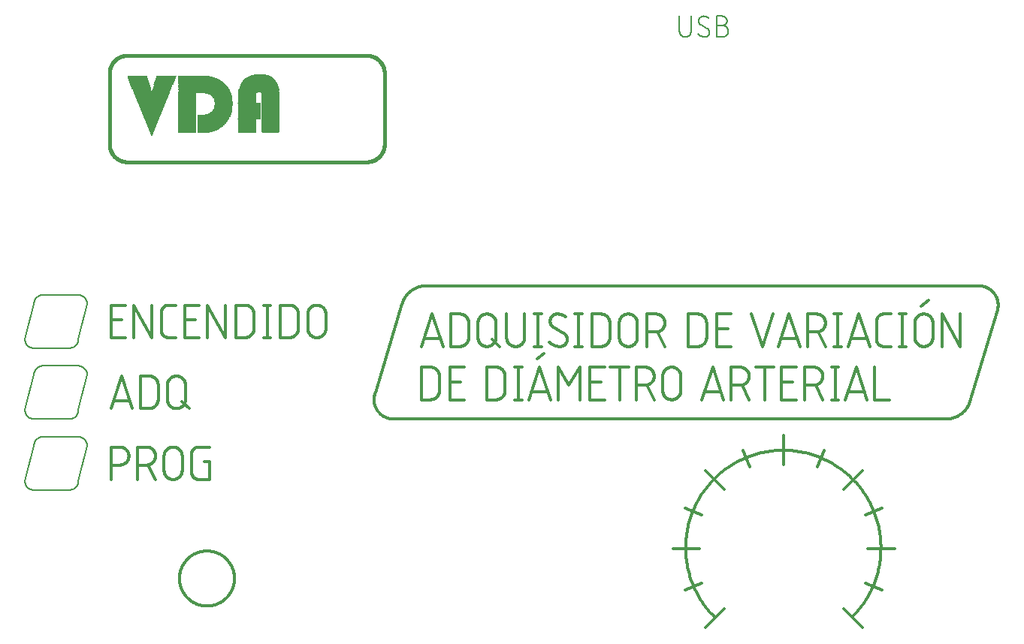
<source format=gbr>
G04 EAGLE Gerber RS-274X export*
G75*
%MOMM*%
%FSLAX34Y34*%
%LPD*%
%INSilkscreen Top*%
%IPPOS*%
%AMOC8*
5,1,8,0,0,1.08239X$1,22.5*%
G01*
%ADD10C,0.152400*%
%ADD11C,0.330200*%
%ADD12C,0.304800*%
%ADD13C,0.203200*%
%ADD14R,0.050800X0.005078*%
%ADD15R,0.071122X0.005081*%
%ADD16R,0.081278X0.005078*%
%ADD17R,0.091441X0.005081*%
%ADD18R,0.101600X0.005081*%
%ADD19R,0.106678X0.005078*%
%ADD20R,0.111759X0.005081*%
%ADD21R,0.116841X0.005078*%
%ADD22R,0.121922X0.005081*%
%ADD23R,0.127000X0.005081*%
%ADD24R,0.132078X0.005078*%
%ADD25R,0.132078X0.005081*%
%ADD26R,0.137159X0.005078*%
%ADD27R,0.142241X0.005081*%
%ADD28R,0.147322X0.005081*%
%ADD29R,0.152400X0.005078*%
%ADD30R,0.157478X0.005081*%
%ADD31R,0.157478X0.005078*%
%ADD32R,0.162559X0.005081*%
%ADD33R,0.167641X0.005081*%
%ADD34R,0.172722X0.005078*%
%ADD35R,0.177800X0.005081*%
%ADD36R,0.182878X0.005078*%
%ADD37R,0.182878X0.005081*%
%ADD38R,0.187959X0.005081*%
%ADD39R,0.193041X0.005078*%
%ADD40R,0.198122X0.005081*%
%ADD41R,0.203200X0.005078*%
%ADD42R,0.203200X0.005081*%
%ADD43R,0.208278X0.005081*%
%ADD44R,0.213359X0.005078*%
%ADD45R,0.218441X0.005081*%
%ADD46R,0.223522X0.005078*%
%ADD47R,0.223522X0.005081*%
%ADD48R,0.228600X0.005081*%
%ADD49R,0.233678X0.005078*%
%ADD50R,0.238759X0.005081*%
%ADD51R,0.243841X0.005078*%
%ADD52R,0.243841X0.005081*%
%ADD53R,0.248922X0.005081*%
%ADD54R,0.254000X0.005078*%
%ADD55R,0.259078X0.005081*%
%ADD56R,0.264159X0.005078*%
%ADD57R,0.269241X0.005081*%
%ADD58R,0.274322X0.005081*%
%ADD59R,0.274322X0.005078*%
%ADD60R,0.279400X0.005081*%
%ADD61R,0.284478X0.005078*%
%ADD62R,0.289559X0.005081*%
%ADD63R,0.294641X0.005081*%
%ADD64R,0.294641X0.005078*%
%ADD65R,0.299722X0.005081*%
%ADD66R,0.304800X0.005078*%
%ADD67R,0.309878X0.005081*%
%ADD68R,0.314959X0.005081*%
%ADD69R,0.314959X0.005078*%
%ADD70R,0.320041X0.005081*%
%ADD71R,0.325122X0.005078*%
%ADD72R,0.330200X0.005081*%
%ADD73R,0.335278X0.005081*%
%ADD74R,0.335278X0.005078*%
%ADD75R,0.340359X0.005081*%
%ADD76R,0.345441X0.005078*%
%ADD77R,0.350522X0.005081*%
%ADD78R,0.401319X0.005081*%
%ADD79R,0.355600X0.005081*%
%ADD80R,0.629919X0.005081*%
%ADD81R,0.355600X0.005078*%
%ADD82R,0.822959X0.005078*%
%ADD83R,0.365759X0.005081*%
%ADD84R,0.975359X0.005081*%
%ADD85R,0.365759X0.005078*%
%ADD86R,1.041400X0.005078*%
%ADD87R,0.370841X0.005081*%
%ADD88R,1.097278X0.005081*%
%ADD89R,0.375922X0.005081*%
%ADD90R,1.143000X0.005081*%
%ADD91R,0.381000X0.005078*%
%ADD92R,1.889759X0.005078*%
%ADD93R,1.183638X0.005078*%
%ADD94R,1.889763X0.005078*%
%ADD95R,0.386078X0.005081*%
%ADD96R,1.910078X0.005081*%
%ADD97R,1.224281X0.005081*%
%ADD98R,1.910081X0.005081*%
%ADD99R,1.915159X0.005081*%
%ADD100R,0.386078X0.005078*%
%ADD101R,1.930400X0.005078*%
%ADD102R,1.259841X0.005078*%
%ADD103R,0.391159X0.005081*%
%ADD104R,1.940559X0.005081*%
%ADD105R,1.290322X0.005081*%
%ADD106R,1.940563X0.005081*%
%ADD107R,0.396241X0.005081*%
%ADD108R,1.950722X0.005081*%
%ADD109R,1.320800X0.005081*%
%ADD110R,1.950719X0.005081*%
%ADD111R,1.945641X0.005081*%
%ADD112R,0.401322X0.005078*%
%ADD113R,1.955800X0.005078*%
%ADD114R,1.356359X0.005078*%
%ADD115R,0.406400X0.005081*%
%ADD116R,1.960878X0.005081*%
%ADD117R,1.381759X0.005081*%
%ADD118R,1.960881X0.005081*%
%ADD119R,0.406400X0.005078*%
%ADD120R,1.965959X0.005078*%
%ADD121R,1.407159X0.005078*%
%ADD122R,0.411478X0.005081*%
%ADD123R,1.971041X0.005081*%
%ADD124R,1.432559X0.005081*%
%ADD125R,1.971037X0.005081*%
%ADD126R,0.416559X0.005081*%
%ADD127R,1.457959X0.005081*%
%ADD128R,0.421641X0.005078*%
%ADD129R,1.971041X0.005078*%
%ADD130R,1.478278X0.005078*%
%ADD131R,1.976119X0.005078*%
%ADD132R,0.426722X0.005081*%
%ADD133R,1.503678X0.005081*%
%ADD134R,1.976119X0.005081*%
%ADD135R,0.426722X0.005078*%
%ADD136R,1.524000X0.005078*%
%ADD137R,0.436878X0.005081*%
%ADD138R,1.544319X0.005081*%
%ADD139R,1.564641X0.005081*%
%ADD140R,0.441959X0.005078*%
%ADD141R,1.584959X0.005078*%
%ADD142R,0.447041X0.005081*%
%ADD143R,1.605278X0.005081*%
%ADD144R,0.447041X0.005078*%
%ADD145R,1.625600X0.005078*%
%ADD146R,0.457200X0.005081*%
%ADD147R,1.645919X0.005081*%
%ADD148R,1.661159X0.005081*%
%ADD149R,0.462278X0.005078*%
%ADD150R,1.681478X0.005078*%
%ADD151R,0.467359X0.005081*%
%ADD152R,1.696719X0.005081*%
%ADD153R,0.467359X0.005078*%
%ADD154R,1.717041X0.005078*%
%ADD155R,0.477522X0.005081*%
%ADD156R,1.732278X0.005081*%
%ADD157R,1.747519X0.005081*%
%ADD158R,0.482600X0.005078*%
%ADD159R,1.762759X0.005078*%
%ADD160R,0.487678X0.005081*%
%ADD161R,1.778000X0.005081*%
%ADD162R,0.492759X0.005078*%
%ADD163R,1.793241X0.005078*%
%ADD164R,0.497841X0.005081*%
%ADD165R,1.808478X0.005081*%
%ADD166R,1.823719X0.005081*%
%ADD167R,0.502922X0.005078*%
%ADD168R,1.838959X0.005078*%
%ADD169R,0.508000X0.005081*%
%ADD170R,1.854200X0.005081*%
%ADD171R,0.513078X0.005078*%
%ADD172R,1.869441X0.005078*%
%ADD173R,0.518159X0.005081*%
%ADD174R,1.884678X0.005081*%
%ADD175R,1.899919X0.005081*%
%ADD176R,0.528322X0.005078*%
%ADD177R,1.910078X0.005078*%
%ADD178R,0.528322X0.005081*%
%ADD179R,1.925319X0.005081*%
%ADD180R,0.533400X0.005078*%
%ADD181R,1.940559X0.005078*%
%ADD182R,0.538478X0.005081*%
%ADD183R,1.965959X0.005081*%
%ADD184R,0.548641X0.005078*%
%ADD185R,0.548641X0.005081*%
%ADD186R,1.991359X0.005081*%
%ADD187R,0.553722X0.005078*%
%ADD188R,2.001519X0.005078*%
%ADD189R,0.558800X0.005081*%
%ADD190R,2.016759X0.005081*%
%ADD191R,2.026919X0.005081*%
%ADD192R,0.568959X0.005078*%
%ADD193R,2.037078X0.005078*%
%ADD194R,0.568959X0.005081*%
%ADD195R,2.052319X0.005081*%
%ADD196R,0.574041X0.005078*%
%ADD197R,2.062478X0.005078*%
%ADD198R,0.579122X0.005081*%
%ADD199R,2.077719X0.005081*%
%ADD200R,2.087878X0.005081*%
%ADD201R,0.589278X0.005078*%
%ADD202R,2.098041X0.005078*%
%ADD203R,0.589278X0.005081*%
%ADD204R,2.108200X0.005081*%
%ADD205R,0.599441X0.005078*%
%ADD206R,2.118359X0.005078*%
%ADD207R,0.599441X0.005081*%
%ADD208R,2.133600X0.005081*%
%ADD209R,0.604522X0.005081*%
%ADD210R,2.143759X0.005081*%
%ADD211R,0.609600X0.005078*%
%ADD212R,2.153919X0.005078*%
%ADD213R,0.609600X0.005081*%
%ADD214R,2.164078X0.005081*%
%ADD215R,0.619759X0.005078*%
%ADD216R,2.174241X0.005078*%
%ADD217R,0.619759X0.005081*%
%ADD218R,2.184400X0.005081*%
%ADD219R,0.624841X0.005081*%
%ADD220R,2.194559X0.005081*%
%ADD221R,0.629922X0.005078*%
%ADD222R,2.204719X0.005078*%
%ADD223R,0.629922X0.005081*%
%ADD224R,2.214878X0.005081*%
%ADD225R,0.640078X0.005078*%
%ADD226R,2.225041X0.005078*%
%ADD227R,0.640078X0.005081*%
%ADD228R,2.235200X0.005081*%
%ADD229R,0.645159X0.005081*%
%ADD230R,2.245359X0.005081*%
%ADD231R,0.650241X0.005078*%
%ADD232R,2.255519X0.005078*%
%ADD233R,0.650241X0.005081*%
%ADD234R,2.265678X0.005081*%
%ADD235R,0.660400X0.005078*%
%ADD236R,2.275841X0.005078*%
%ADD237R,0.660400X0.005081*%
%ADD238R,2.286000X0.005081*%
%ADD239R,0.665478X0.005081*%
%ADD240R,2.296159X0.005081*%
%ADD241R,0.670559X0.005078*%
%ADD242R,2.306319X0.005078*%
%ADD243R,0.670559X0.005081*%
%ADD244R,2.311400X0.005081*%
%ADD245R,0.680722X0.005078*%
%ADD246R,2.321559X0.005078*%
%ADD247R,0.680722X0.005081*%
%ADD248R,2.331719X0.005081*%
%ADD249R,0.690878X0.005081*%
%ADD250R,2.341878X0.005081*%
%ADD251R,0.690878X0.005078*%
%ADD252R,2.352041X0.005078*%
%ADD253R,2.357119X0.005081*%
%ADD254R,0.701041X0.005078*%
%ADD255R,2.367278X0.005078*%
%ADD256R,0.701041X0.005081*%
%ADD257R,2.377441X0.005081*%
%ADD258R,0.711200X0.005081*%
%ADD259R,2.387600X0.005081*%
%ADD260R,0.711200X0.005078*%
%ADD261R,2.392678X0.005078*%
%ADD262R,0.716278X0.005081*%
%ADD263R,2.402841X0.005081*%
%ADD264R,0.721359X0.005078*%
%ADD265R,2.413000X0.005078*%
%ADD266R,0.721359X0.005081*%
%ADD267R,2.418078X0.005081*%
%ADD268R,0.731522X0.005081*%
%ADD269R,2.428241X0.005081*%
%ADD270R,0.731522X0.005078*%
%ADD271R,2.438400X0.005078*%
%ADD272R,0.736600X0.005081*%
%ADD273R,2.443478X0.005081*%
%ADD274R,0.741678X0.005078*%
%ADD275R,2.453641X0.005078*%
%ADD276R,0.741678X0.005081*%
%ADD277R,2.463800X0.005081*%
%ADD278R,0.751841X0.005081*%
%ADD279R,2.468878X0.005081*%
%ADD280R,0.751841X0.005078*%
%ADD281R,2.479041X0.005078*%
%ADD282R,0.756922X0.005081*%
%ADD283R,2.484119X0.005081*%
%ADD284R,0.762000X0.005078*%
%ADD285R,2.494278X0.005078*%
%ADD286R,0.762000X0.005081*%
%ADD287R,2.504441X0.005081*%
%ADD288R,0.772159X0.005081*%
%ADD289R,2.509519X0.005081*%
%ADD290R,0.772159X0.005078*%
%ADD291R,2.519678X0.005078*%
%ADD292R,0.782322X0.005081*%
%ADD293R,2.524759X0.005081*%
%ADD294R,0.782322X0.005078*%
%ADD295R,2.534919X0.005078*%
%ADD296R,2.540000X0.005081*%
%ADD297R,0.792478X0.005081*%
%ADD298R,2.550159X0.005081*%
%ADD299R,0.792478X0.005078*%
%ADD300R,2.555241X0.005078*%
%ADD301R,0.802641X0.005081*%
%ADD302R,2.565400X0.005081*%
%ADD303R,0.802641X0.005078*%
%ADD304R,2.570478X0.005078*%
%ADD305R,2.580641X0.005081*%
%ADD306R,0.812800X0.005081*%
%ADD307R,2.585719X0.005081*%
%ADD308R,0.812800X0.005078*%
%ADD309R,2.590800X0.005078*%
%ADD310R,0.822959X0.005081*%
%ADD311R,2.600959X0.005081*%
%ADD312R,2.606041X0.005078*%
%ADD313R,0.828041X0.005081*%
%ADD314R,2.616200X0.005081*%
%ADD315R,0.833122X0.005081*%
%ADD316R,2.621278X0.005081*%
%ADD317R,0.833122X0.005078*%
%ADD318R,2.626359X0.005078*%
%ADD319R,0.843278X0.005081*%
%ADD320R,2.636519X0.005081*%
%ADD321R,0.843278X0.005078*%
%ADD322R,2.641600X0.005078*%
%ADD323R,0.853441X0.005081*%
%ADD324R,2.651759X0.005081*%
%ADD325R,2.656841X0.005081*%
%ADD326R,0.853441X0.005078*%
%ADD327R,2.661919X0.005078*%
%ADD328R,0.863600X0.005081*%
%ADD329R,2.672078X0.005081*%
%ADD330R,0.863600X0.005078*%
%ADD331R,2.677159X0.005078*%
%ADD332R,0.873759X0.005081*%
%ADD333R,2.682241X0.005081*%
%ADD334R,2.692400X0.005081*%
%ADD335R,0.873759X0.005078*%
%ADD336R,2.697478X0.005078*%
%ADD337R,0.883922X0.005081*%
%ADD338R,2.702559X0.005081*%
%ADD339R,0.883922X0.005078*%
%ADD340R,2.712719X0.005078*%
%ADD341R,0.894078X0.005081*%
%ADD342R,2.717800X0.005081*%
%ADD343R,2.722878X0.005081*%
%ADD344R,0.894078X0.005078*%
%ADD345R,2.727959X0.005078*%
%ADD346R,0.904241X0.005081*%
%ADD347R,2.738119X0.005081*%
%ADD348R,0.904241X0.005078*%
%ADD349R,2.743200X0.005078*%
%ADD350R,0.914400X0.005081*%
%ADD351R,2.748278X0.005081*%
%ADD352R,2.758441X0.005081*%
%ADD353R,0.919481X0.005078*%
%ADD354R,2.763519X0.005078*%
%ADD355R,0.924559X0.005081*%
%ADD356R,2.768600X0.005081*%
%ADD357R,0.924559X0.005078*%
%ADD358R,2.773678X0.005078*%
%ADD359R,0.934722X0.005081*%
%ADD360R,2.778759X0.005081*%
%ADD361R,2.788919X0.005081*%
%ADD362R,0.944878X0.005078*%
%ADD363R,2.794000X0.005078*%
%ADD364R,0.944878X0.005081*%
%ADD365R,2.799078X0.005081*%
%ADD366R,2.804159X0.005078*%
%ADD367R,0.955041X0.005081*%
%ADD368R,2.814319X0.005081*%
%ADD369R,2.819400X0.005081*%
%ADD370R,0.965200X0.005078*%
%ADD371R,2.824478X0.005078*%
%ADD372R,0.965200X0.005081*%
%ADD373R,2.829559X0.005081*%
%ADD374R,2.834641X0.005078*%
%ADD375R,2.839719X0.005081*%
%ADD376R,2.849878X0.005081*%
%ADD377R,0.985522X0.005078*%
%ADD378R,2.854959X0.005078*%
%ADD379R,0.985522X0.005081*%
%ADD380R,2.860041X0.005081*%
%ADD381R,2.865119X0.005078*%
%ADD382R,0.995678X0.005081*%
%ADD383R,2.870200X0.005081*%
%ADD384R,2.875278X0.005081*%
%ADD385R,1.005841X0.005078*%
%ADD386R,2.880359X0.005078*%
%ADD387R,1.005841X0.005081*%
%ADD388R,2.890519X0.005081*%
%ADD389R,1.010919X0.005078*%
%ADD390R,2.895600X0.005078*%
%ADD391R,1.016000X0.005081*%
%ADD392R,2.900678X0.005081*%
%ADD393R,2.905759X0.005081*%
%ADD394R,1.026159X0.005078*%
%ADD395R,2.910841X0.005078*%
%ADD396R,1.026159X0.005081*%
%ADD397R,2.915919X0.005081*%
%ADD398R,1.031241X0.005078*%
%ADD399R,2.921000X0.005078*%
%ADD400R,1.036322X0.005081*%
%ADD401R,2.926078X0.005081*%
%ADD402R,2.931159X0.005081*%
%ADD403R,1.046478X0.005078*%
%ADD404R,2.936241X0.005078*%
%ADD405R,1.046478X0.005081*%
%ADD406R,2.946400X0.005081*%
%ADD407R,1.056641X0.005078*%
%ADD408R,2.951478X0.005078*%
%ADD409R,1.056641X0.005081*%
%ADD410R,2.956559X0.005081*%
%ADD411R,2.961641X0.005081*%
%ADD412R,1.066800X0.005078*%
%ADD413R,2.966719X0.005078*%
%ADD414R,1.066800X0.005081*%
%ADD415R,2.971800X0.005081*%
%ADD416R,1.076959X0.005078*%
%ADD417R,2.976878X0.005078*%
%ADD418R,1.076959X0.005081*%
%ADD419R,2.981959X0.005081*%
%ADD420R,2.987041X0.005081*%
%ADD421R,1.087122X0.005078*%
%ADD422R,2.992119X0.005078*%
%ADD423R,1.087122X0.005081*%
%ADD424R,2.997200X0.005081*%
%ADD425R,1.097278X0.005078*%
%ADD426R,3.002278X0.005078*%
%ADD427R,3.007359X0.005081*%
%ADD428R,1.102359X0.005081*%
%ADD429R,3.012441X0.005081*%
%ADD430R,1.107441X0.005078*%
%ADD431R,3.017519X0.005078*%
%ADD432R,1.107441X0.005081*%
%ADD433R,3.022600X0.005081*%
%ADD434R,1.117600X0.005078*%
%ADD435R,3.027678X0.005078*%
%ADD436R,1.117600X0.005081*%
%ADD437R,3.032759X0.005081*%
%ADD438R,1.122681X0.005081*%
%ADD439R,3.037841X0.005081*%
%ADD440R,1.127759X0.005078*%
%ADD441R,3.042919X0.005078*%
%ADD442R,1.127759X0.005081*%
%ADD443R,3.048000X0.005081*%
%ADD444R,1.137922X0.005078*%
%ADD445R,3.053078X0.005078*%
%ADD446R,1.137922X0.005081*%
%ADD447R,3.058159X0.005081*%
%ADD448R,3.063241X0.005081*%
%ADD449R,1.148078X0.005078*%
%ADD450R,3.068319X0.005078*%
%ADD451R,1.148078X0.005081*%
%ADD452R,3.073400X0.005081*%
%ADD453R,1.158241X0.005078*%
%ADD454R,3.078478X0.005078*%
%ADD455R,1.158241X0.005081*%
%ADD456R,3.083559X0.005081*%
%ADD457R,1.163319X0.005081*%
%ADD458R,3.088641X0.005081*%
%ADD459R,1.168400X0.005078*%
%ADD460R,3.088641X0.005078*%
%ADD461R,1.173481X0.005081*%
%ADD462R,3.093719X0.005081*%
%ADD463R,1.178559X0.005078*%
%ADD464R,3.098800X0.005078*%
%ADD465R,1.178559X0.005081*%
%ADD466R,3.103878X0.005081*%
%ADD467R,1.188722X0.005081*%
%ADD468R,3.108959X0.005081*%
%ADD469R,1.188722X0.005078*%
%ADD470R,3.114041X0.005078*%
%ADD471R,1.193800X0.005081*%
%ADD472R,3.119119X0.005081*%
%ADD473R,1.198878X0.005078*%
%ADD474R,3.124200X0.005078*%
%ADD475R,1.198878X0.005081*%
%ADD476R,3.129278X0.005081*%
%ADD477R,1.209041X0.005081*%
%ADD478R,3.134359X0.005081*%
%ADD479R,1.209041X0.005078*%
%ADD480R,3.139441X0.005078*%
%ADD481R,1.214119X0.005081*%
%ADD482R,3.144519X0.005081*%
%ADD483R,1.219200X0.005078*%
%ADD484R,3.144519X0.005078*%
%ADD485R,1.219200X0.005081*%
%ADD486R,3.149600X0.005081*%
%ADD487R,1.229359X0.005081*%
%ADD488R,3.154678X0.005081*%
%ADD489R,1.229359X0.005078*%
%ADD490R,3.159759X0.005078*%
%ADD491R,1.234441X0.005081*%
%ADD492R,3.164841X0.005081*%
%ADD493R,1.239522X0.005078*%
%ADD494R,3.169919X0.005078*%
%ADD495R,1.239522X0.005081*%
%ADD496R,3.175000X0.005081*%
%ADD497R,1.249678X0.005081*%
%ADD498R,3.180078X0.005081*%
%ADD499R,1.249678X0.005078*%
%ADD500R,3.180078X0.005078*%
%ADD501R,1.254759X0.005081*%
%ADD502R,3.185159X0.005081*%
%ADD503R,3.190241X0.005078*%
%ADD504R,1.264919X0.005081*%
%ADD505R,3.195319X0.005081*%
%ADD506R,1.270000X0.005081*%
%ADD507R,3.200400X0.005081*%
%ADD508R,1.270000X0.005078*%
%ADD509R,3.205478X0.005078*%
%ADD510R,1.275081X0.005081*%
%ADD511R,3.210559X0.005081*%
%ADD512R,1.280159X0.005078*%
%ADD513R,3.210559X0.005078*%
%ADD514R,1.285241X0.005081*%
%ADD515R,3.215641X0.005081*%
%ADD516R,3.220719X0.005081*%
%ADD517R,1.290322X0.005078*%
%ADD518R,3.225800X0.005078*%
%ADD519R,1.300478X0.005081*%
%ADD520R,3.230878X0.005081*%
%ADD521R,1.300478X0.005078*%
%ADD522R,3.235959X0.005078*%
%ADD523R,1.305559X0.005081*%
%ADD524R,3.235959X0.005081*%
%ADD525R,1.310641X0.005081*%
%ADD526R,3.241041X0.005081*%
%ADD527R,1.310641X0.005078*%
%ADD528R,3.246119X0.005078*%
%ADD529R,3.251200X0.005081*%
%ADD530R,1.320800X0.005078*%
%ADD531R,3.256278X0.005078*%
%ADD532R,1.325881X0.005081*%
%ADD533R,3.256278X0.005081*%
%ADD534R,1.330959X0.005081*%
%ADD535R,3.261359X0.005081*%
%ADD536R,1.336041X0.005078*%
%ADD537R,3.266441X0.005078*%
%ADD538R,1.341122X0.005081*%
%ADD539R,3.271519X0.005081*%
%ADD540R,1.341122X0.005078*%
%ADD541R,3.276600X0.005078*%
%ADD542R,1.346200X0.005081*%
%ADD543R,3.276600X0.005081*%
%ADD544R,1.351278X0.005081*%
%ADD545R,3.281678X0.005081*%
%ADD546R,3.286759X0.005078*%
%ADD547R,1.361441X0.005081*%
%ADD548R,3.291841X0.005081*%
%ADD549R,1.361441X0.005078*%
%ADD550R,3.291841X0.005078*%
%ADD551R,1.366519X0.005081*%
%ADD552R,3.296919X0.005081*%
%ADD553R,1.371600X0.005081*%
%ADD554R,3.302000X0.005081*%
%ADD555R,1.376681X0.005078*%
%ADD556R,3.307078X0.005078*%
%ADD557R,3.307078X0.005081*%
%ADD558R,1.381759X0.005078*%
%ADD559R,3.312159X0.005078*%
%ADD560R,1.386841X0.005081*%
%ADD561R,3.317241X0.005081*%
%ADD562R,1.391922X0.005081*%
%ADD563R,3.322319X0.005081*%
%ADD564R,1.397000X0.005078*%
%ADD565R,3.322319X0.005078*%
%ADD566R,1.402078X0.005081*%
%ADD567R,3.327400X0.005081*%
%ADD568R,1.402078X0.005078*%
%ADD569R,3.332478X0.005078*%
%ADD570R,1.412241X0.005081*%
%ADD571R,3.337559X0.005081*%
%ADD572R,1.417319X0.005078*%
%ADD573R,3.342641X0.005078*%
%ADD574R,1.422400X0.005081*%
%ADD575R,3.347719X0.005081*%
%ADD576R,1.427481X0.005078*%
%ADD577R,3.352800X0.005078*%
%ADD578R,3.352800X0.005081*%
%ADD579R,3.357878X0.005081*%
%ADD580R,1.437641X0.005078*%
%ADD581R,3.362959X0.005078*%
%ADD582R,1.442722X0.005081*%
%ADD583R,3.362959X0.005081*%
%ADD584R,1.447800X0.005078*%
%ADD585R,3.368041X0.005078*%
%ADD586R,1.452878X0.005081*%
%ADD587R,3.373119X0.005081*%
%ADD588R,1.457959X0.005078*%
%ADD589R,3.378200X0.005078*%
%ADD590R,1.463041X0.005081*%
%ADD591R,3.383278X0.005081*%
%ADD592R,1.468119X0.005078*%
%ADD593R,3.388359X0.005078*%
%ADD594R,1.473200X0.005081*%
%ADD595R,3.388359X0.005081*%
%ADD596R,3.393441X0.005081*%
%ADD597R,1.478281X0.005078*%
%ADD598R,3.398519X0.005078*%
%ADD599R,1.483359X0.005081*%
%ADD600R,3.398519X0.005081*%
%ADD601R,1.488441X0.005078*%
%ADD602R,3.403600X0.005078*%
%ADD603R,1.493522X0.005081*%
%ADD604R,3.408678X0.005081*%
%ADD605R,1.503678X0.005078*%
%ADD606R,3.413759X0.005078*%
%ADD607R,3.418841X0.005081*%
%ADD608R,1.508759X0.005078*%
%ADD609R,3.418841X0.005078*%
%ADD610R,1.513841X0.005081*%
%ADD611R,3.423919X0.005081*%
%ADD612R,1.518919X0.005081*%
%ADD613R,3.429000X0.005081*%
%ADD614R,3.429000X0.005078*%
%ADD615R,1.524000X0.005081*%
%ADD616R,3.434078X0.005081*%
%ADD617R,1.529081X0.005078*%
%ADD618R,3.434078X0.005078*%
%ADD619R,1.534159X0.005081*%
%ADD620R,3.439159X0.005081*%
%ADD621R,1.539241X0.005081*%
%ADD622R,3.444241X0.005081*%
%ADD623R,1.544322X0.005078*%
%ADD624R,3.444241X0.005078*%
%ADD625R,1.544322X0.005081*%
%ADD626R,3.449319X0.005081*%
%ADD627R,1.549400X0.005078*%
%ADD628R,3.454400X0.005078*%
%ADD629R,1.554478X0.005081*%
%ADD630R,3.454400X0.005081*%
%ADD631R,1.559559X0.005081*%
%ADD632R,3.459478X0.005081*%
%ADD633R,1.564641X0.005078*%
%ADD634R,3.464559X0.005078*%
%ADD635R,3.464559X0.005081*%
%ADD636R,1.569719X0.005078*%
%ADD637R,3.469641X0.005078*%
%ADD638R,1.574800X0.005081*%
%ADD639R,3.469641X0.005081*%
%ADD640R,1.579881X0.005081*%
%ADD641R,3.474719X0.005081*%
%ADD642R,3.479800X0.005078*%
%ADD643R,1.590041X0.005081*%
%ADD644R,3.479800X0.005081*%
%ADD645R,1.590041X0.005078*%
%ADD646R,3.484878X0.005078*%
%ADD647R,1.595122X0.005081*%
%ADD648R,3.484878X0.005081*%
%ADD649R,1.600200X0.005081*%
%ADD650R,3.489959X0.005081*%
%ADD651R,2.473963X0.005081*%
%ADD652R,1.605278X0.005078*%
%ADD653R,3.495041X0.005078*%
%ADD654R,2.484122X0.005078*%
%ADD655R,1.610359X0.005081*%
%ADD656R,3.495041X0.005081*%
%ADD657R,2.489200X0.005081*%
%ADD658R,1.615441X0.005078*%
%ADD659R,3.500119X0.005078*%
%ADD660R,2.494281X0.005078*%
%ADD661R,1.615441X0.005081*%
%ADD662R,3.500119X0.005081*%
%ADD663R,2.494281X0.005081*%
%ADD664R,1.620519X0.005081*%
%ADD665R,3.505200X0.005081*%
%ADD666R,2.499363X0.005081*%
%ADD667R,3.505200X0.005078*%
%ADD668R,2.499363X0.005078*%
%ADD669R,1.630681X0.005081*%
%ADD670R,3.510278X0.005081*%
%ADD671R,1.635759X0.005078*%
%ADD672R,3.515359X0.005078*%
%ADD673R,2.504441X0.005078*%
%ADD674R,1.635759X0.005081*%
%ADD675R,3.515359X0.005081*%
%ADD676R,1.640841X0.005081*%
%ADD677R,3.520441X0.005081*%
%ADD678R,1.645922X0.005078*%
%ADD679R,3.520441X0.005078*%
%ADD680R,1.651000X0.005081*%
%ADD681R,3.525519X0.005081*%
%ADD682R,1.656078X0.005078*%
%ADD683R,3.525519X0.005078*%
%ADD684R,1.656078X0.005081*%
%ADD685R,3.530600X0.005081*%
%ADD686R,3.535678X0.005081*%
%ADD687R,1.666241X0.005078*%
%ADD688R,3.535678X0.005078*%
%ADD689R,1.671319X0.005081*%
%ADD690R,3.540759X0.005081*%
%ADD691R,1.676400X0.005078*%
%ADD692R,3.540759X0.005078*%
%ADD693R,1.681481X0.005081*%
%ADD694R,3.545841X0.005081*%
%ADD695R,1.686559X0.005078*%
%ADD696R,3.550919X0.005078*%
%ADD697R,1.691641X0.005081*%
%ADD698R,3.550919X0.005081*%
%ADD699R,1.696722X0.005078*%
%ADD700R,3.556000X0.005078*%
%ADD701R,1.701800X0.005081*%
%ADD702R,3.556000X0.005081*%
%ADD703R,3.561078X0.005081*%
%ADD704R,1.706878X0.005078*%
%ADD705R,3.566159X0.005078*%
%ADD706R,1.711959X0.005081*%
%ADD707R,3.566159X0.005081*%
%ADD708R,3.571241X0.005078*%
%ADD709R,1.722119X0.005081*%
%ADD710R,3.571241X0.005081*%
%ADD711R,3.576319X0.005081*%
%ADD712R,1.727200X0.005078*%
%ADD713R,3.576319X0.005078*%
%ADD714R,1.732281X0.005081*%
%ADD715R,3.581400X0.005081*%
%ADD716R,1.737359X0.005078*%
%ADD717R,3.581400X0.005078*%
%ADD718R,1.742441X0.005081*%
%ADD719R,3.586478X0.005081*%
%ADD720R,1.747522X0.005081*%
%ADD721R,1.752600X0.005078*%
%ADD722R,3.591559X0.005078*%
%ADD723R,1.752600X0.005081*%
%ADD724R,3.591559X0.005081*%
%ADD725R,1.757678X0.005078*%
%ADD726R,3.596641X0.005078*%
%ADD727R,1.762759X0.005081*%
%ADD728R,3.596641X0.005081*%
%ADD729R,1.767841X0.005081*%
%ADD730R,3.601719X0.005081*%
%ADD731R,1.772919X0.005078*%
%ADD732R,3.601719X0.005078*%
%ADD733R,1.772919X0.005081*%
%ADD734R,3.606800X0.005081*%
%ADD735R,1.778000X0.005078*%
%ADD736R,3.606800X0.005078*%
%ADD737R,1.783081X0.005081*%
%ADD738R,3.611878X0.005081*%
%ADD739R,1.788159X0.005081*%
%ADD740R,3.616959X0.005078*%
%ADD741R,1.793241X0.005081*%
%ADD742R,3.616959X0.005081*%
%ADD743R,1.798322X0.005078*%
%ADD744R,3.622041X0.005078*%
%ADD745R,1.803400X0.005081*%
%ADD746R,3.622041X0.005081*%
%ADD747R,1.813559X0.005078*%
%ADD748R,3.627119X0.005078*%
%ADD749R,1.813559X0.005081*%
%ADD750R,3.627119X0.005081*%
%ADD751R,1.818641X0.005078*%
%ADD752R,3.632200X0.005078*%
%ADD753R,3.632200X0.005081*%
%ADD754R,1.828800X0.005081*%
%ADD755R,3.637278X0.005081*%
%ADD756R,1.833881X0.005078*%
%ADD757R,3.637278X0.005078*%
%ADD758R,1.833881X0.005081*%
%ADD759R,3.642359X0.005081*%
%ADD760R,1.844041X0.005078*%
%ADD761R,3.642359X0.005078*%
%ADD762R,1.844041X0.005081*%
%ADD763R,3.647441X0.005081*%
%ADD764R,1.849122X0.005081*%
%ADD765R,1.854200X0.005078*%
%ADD766R,3.647441X0.005078*%
%ADD767R,1.859278X0.005081*%
%ADD768R,3.652519X0.005081*%
%ADD769R,1.864359X0.005078*%
%ADD770R,3.652519X0.005078*%
%ADD771R,1.864359X0.005081*%
%ADD772R,3.657600X0.005081*%
%ADD773R,1.869441X0.005081*%
%ADD774R,1.874519X0.005078*%
%ADD775R,3.662678X0.005078*%
%ADD776R,1.879600X0.005081*%
%ADD777R,3.662678X0.005081*%
%ADD778R,1.884681X0.005078*%
%ADD779R,3.667759X0.005078*%
%ADD780R,1.884681X0.005081*%
%ADD781R,3.667759X0.005081*%
%ADD782R,1.889759X0.005081*%
%ADD783R,1.894841X0.005078*%
%ADD784R,3.672841X0.005078*%
%ADD785R,1.899922X0.005081*%
%ADD786R,3.672841X0.005081*%
%ADD787R,1.905000X0.005078*%
%ADD788R,3.677919X0.005078*%
%ADD789R,1.905000X0.005081*%
%ADD790R,3.677919X0.005081*%
%ADD791R,1.915159X0.005078*%
%ADD792R,3.683000X0.005078*%
%ADD793R,1.920241X0.005081*%
%ADD794R,3.683000X0.005081*%
%ADD795R,1.925319X0.005078*%
%ADD796R,3.688078X0.005078*%
%ADD797R,3.688078X0.005081*%
%ADD798R,1.935481X0.005081*%
%ADD799R,3.688081X0.005081*%
%ADD800R,1.935481X0.005078*%
%ADD801R,3.688081X0.005078*%
%ADD802R,1.945641X0.005078*%
%ADD803R,1.955800X0.005081*%
%ADD804R,3.332481X0.005078*%
%ADD805R,3.154681X0.005081*%
%ADD806R,3.037838X0.005078*%
%ADD807R,1.981200X0.005081*%
%ADD808R,2.987038X0.005081*%
%ADD809R,1.986281X0.005078*%
%ADD810R,2.951481X0.005078*%
%ADD811R,1.996441X0.005081*%
%ADD812R,2.885441X0.005081*%
%ADD813R,1.996441X0.005078*%
%ADD814R,2.860041X0.005078*%
%ADD815R,2.006600X0.005081*%
%ADD816R,2.834641X0.005081*%
%ADD817R,2.006600X0.005078*%
%ADD818R,2.809241X0.005078*%
%ADD819R,2.011678X0.005081*%
%ADD820R,2.016759X0.005078*%
%ADD821R,2.748281X0.005078*%
%ADD822R,2.727959X0.005081*%
%ADD823R,2.026919X0.005078*%
%ADD824R,2.707641X0.005078*%
%ADD825R,2.032000X0.005081*%
%ADD826R,2.697478X0.005081*%
%ADD827R,2.037081X0.005081*%
%ADD828R,2.677159X0.005081*%
%ADD829R,2.037081X0.005078*%
%ADD830R,2.047241X0.005081*%
%ADD831R,2.047241X0.005078*%
%ADD832R,2.631441X0.005078*%
%ADD833R,2.052322X0.005081*%
%ADD834R,2.057400X0.005081*%
%ADD835R,2.606041X0.005081*%
%ADD836R,2.057400X0.005078*%
%ADD837R,2.595881X0.005078*%
%ADD838R,2.067559X0.005081*%
%ADD839R,2.067559X0.005078*%
%ADD840R,2.560319X0.005081*%
%ADD841R,2.545078X0.005081*%
%ADD842R,2.082800X0.005078*%
%ADD843R,2.534922X0.005078*%
%ADD844R,2.087881X0.005081*%
%ADD845R,2.087881X0.005078*%
%ADD846R,2.514600X0.005078*%
%ADD847R,2.098041X0.005081*%
%ADD848R,2.504438X0.005081*%
%ADD849R,2.494278X0.005081*%
%ADD850R,2.103122X0.005078*%
%ADD851R,2.484119X0.005078*%
%ADD852R,2.479041X0.005081*%
%ADD853R,2.108200X0.005078*%
%ADD854R,2.468881X0.005078*%
%ADD855R,2.118359X0.005081*%
%ADD856R,2.458719X0.005081*%
%ADD857R,2.453641X0.005081*%
%ADD858R,2.123441X0.005078*%
%ADD859R,2.443481X0.005078*%
%ADD860R,2.128519X0.005081*%
%ADD861R,2.433322X0.005081*%
%ADD862R,2.128519X0.005078*%
%ADD863R,2.428241X0.005078*%
%ADD864R,2.138681X0.005081*%
%ADD865R,2.423159X0.005081*%
%ADD866R,2.413000X0.005081*%
%ADD867R,2.143759X0.005078*%
%ADD868R,2.402841X0.005078*%
%ADD869R,2.148841X0.005081*%
%ADD870R,2.397759X0.005081*%
%ADD871R,2.148841X0.005078*%
%ADD872R,2.392681X0.005078*%
%ADD873R,2.159000X0.005081*%
%ADD874R,2.382522X0.005081*%
%ADD875R,2.377438X0.005081*%
%ADD876R,2.169159X0.005078*%
%ADD877R,2.372359X0.005078*%
%ADD878R,2.169159X0.005081*%
%ADD879R,2.362200X0.005081*%
%ADD880R,2.362200X0.005078*%
%ADD881R,2.179319X0.005081*%
%ADD882R,2.352041X0.005081*%
%ADD883R,2.346959X0.005081*%
%ADD884R,2.189481X0.005078*%
%ADD885R,2.336800X0.005078*%
%ADD886R,2.189481X0.005081*%
%ADD887R,2.336800X0.005081*%
%ADD888R,2.194559X0.005078*%
%ADD889R,2.326641X0.005078*%
%ADD890R,2.199641X0.005081*%
%ADD891R,2.321563X0.005081*%
%ADD892R,2.321559X0.005081*%
%ADD893R,2.209800X0.005078*%
%ADD894R,2.311400X0.005078*%
%ADD895R,2.209800X0.005081*%
%ADD896R,2.306319X0.005081*%
%ADD897R,2.214878X0.005078*%
%ADD898R,2.301241X0.005078*%
%ADD899R,2.219959X0.005081*%
%ADD900R,2.301241X0.005081*%
%ADD901R,2.291081X0.005081*%
%ADD902R,2.230119X0.005078*%
%ADD903R,2.286000X0.005078*%
%ADD904R,2.230119X0.005081*%
%ADD905R,2.280922X0.005081*%
%ADD906R,2.240281X0.005078*%
%ADD907R,2.280919X0.005078*%
%ADD908R,2.240281X0.005081*%
%ADD909R,2.275838X0.005081*%
%ADD910R,2.250441X0.005078*%
%ADD911R,2.265681X0.005078*%
%ADD912R,2.250441X0.005081*%
%ADD913R,2.260600X0.005081*%
%ADD914R,2.260600X0.005078*%
%ADD915R,2.270759X0.005078*%
%ADD916R,2.245363X0.005078*%
%ADD917R,2.270759X0.005081*%
%ADD918R,2.235200X0.005078*%
%ADD919R,2.280919X0.005081*%
%ADD920R,2.291081X0.005078*%
%ADD921R,2.214881X0.005081*%
%ADD922R,2.306322X0.005081*%
%ADD923R,2.204722X0.005078*%
%ADD924R,2.199638X0.005078*%
%ADD925R,2.199638X0.005081*%
%ADD926R,2.331719X0.005078*%
%ADD927R,2.189478X0.005078*%
%ADD928R,2.341881X0.005078*%
%ADD929R,2.184400X0.005078*%
%ADD930R,2.341881X0.005081*%
%ADD931R,2.174241X0.005081*%
%ADD932R,2.169163X0.005078*%
%ADD933R,2.169163X0.005081*%
%ADD934R,2.372359X0.005081*%
%ADD935R,2.164081X0.005081*%
%ADD936R,2.164078X0.005078*%
%ADD937R,2.382519X0.005078*%
%ADD938R,2.159000X0.005078*%
%ADD939R,2.382519X0.005081*%
%ADD940R,2.153919X0.005081*%
%ADD941R,2.392681X0.005081*%
%ADD942R,2.153922X0.005078*%
%ADD943R,2.138678X0.005078*%
%ADD944R,2.138678X0.005081*%
%ADD945R,2.423159X0.005078*%
%ADD946R,2.133600X0.005078*%
%ADD947R,2.433319X0.005081*%
%ADD948R,2.433319X0.005078*%
%ADD949R,2.443481X0.005081*%
%ADD950R,2.113281X0.005078*%
%ADD951R,2.118362X0.005081*%
%ADD952R,2.463800X0.005078*%
%ADD953R,2.113281X0.005081*%
%ADD954R,2.473959X0.005081*%
%ADD955R,2.473959X0.005078*%
%ADD956R,2.103122X0.005081*%
%ADD957R,2.103119X0.005081*%
%ADD958R,2.092959X0.005078*%
%ADD959R,2.514600X0.005081*%
%ADD960R,2.092959X0.005081*%
%ADD961R,2.524759X0.005078*%
%ADD962R,2.534919X0.005081*%
%ADD963R,2.082800X0.005081*%
%ADD964R,2.087878X0.005078*%
%ADD965R,2.545081X0.005081*%
%ADD966R,2.545081X0.005078*%
%ADD967R,2.555241X0.005081*%
%ADD968R,2.072637X0.005078*%
%ADD969R,2.565400X0.005078*%
%ADD970R,2.077719X0.005078*%
%ADD971R,2.575559X0.005081*%
%ADD972R,2.072641X0.005081*%
%ADD973R,2.580637X0.005078*%
%ADD974R,2.072641X0.005078*%
%ADD975R,2.585719X0.005078*%
%ADD976R,2.595881X0.005081*%
%ADD977R,2.067563X0.005081*%
%ADD978R,2.600963X0.005078*%
%ADD979R,2.067563X0.005078*%
%ADD980R,2.062481X0.005081*%
%ADD981R,2.062481X0.005078*%
%ADD982R,2.621281X0.005078*%
%ADD983R,2.626359X0.005081*%
%ADD984R,2.062478X0.005081*%
%ADD985R,2.646681X0.005078*%
%ADD986R,2.646681X0.005081*%
%ADD987R,2.651763X0.005078*%
%ADD988R,2.052319X0.005078*%
%ADD989R,2.667000X0.005078*%
%ADD990R,2.052322X0.005078*%
%ADD991R,2.667000X0.005081*%
%ADD992R,2.672081X0.005078*%
%ADD993R,2.687319X0.005078*%
%ADD994R,2.687319X0.005081*%
%ADD995R,2.692400X0.005078*%
%ADD996R,2.042159X0.005078*%
%ADD997R,2.697481X0.005081*%
%ADD998R,2.042159X0.005081*%
%ADD999R,2.047238X0.005078*%
%ADD1000R,2.707641X0.005081*%
%ADD1001R,2.037078X0.005081*%
%ADD1002R,2.733038X0.005078*%
%ADD1003R,2.743200X0.005081*%
%ADD1004R,2.032000X0.005078*%
%ADD1005R,2.748281X0.005081*%
%ADD1006R,2.758441X0.005078*%
%ADD1007R,2.763519X0.005081*%
%ADD1008R,2.768600X0.005078*%
%ADD1009R,2.778759X0.005078*%
%ADD1010R,2.783838X0.005081*%
%ADD1011R,2.788919X0.005078*%
%ADD1012R,2.799081X0.005078*%
%ADD1013R,2.799081X0.005081*%
%ADD1014R,2.804163X0.005081*%
%ADD1015R,2.819400X0.005078*%
%ADD1016R,2.824481X0.005081*%
%ADD1017R,2.026922X0.005081*%
%ADD1018R,2.829559X0.005078*%
%ADD1019R,2.026922X0.005078*%
%ADD1020R,2.834637X0.005081*%
%ADD1021R,2.839719X0.005078*%
%ADD1022R,2.844800X0.005081*%
%ADD1023R,2.849881X0.005078*%
%ADD1024R,2.854963X0.005081*%
%ADD1025R,2.021841X0.005078*%
%ADD1026R,2.021841X0.005081*%
%ADD1027R,2.870200X0.005078*%
%ADD1028R,2.875281X0.005081*%
%ADD1029R,2.880359X0.005081*%
%ADD1030R,2.890519X0.005078*%
%ADD1031R,2.895600X0.005081*%
%ADD1032R,2.900681X0.005078*%
%ADD1033R,2.905763X0.005081*%
%ADD1034R,2.910841X0.005081*%
%ADD1035R,2.926081X0.005081*%
%ADD1036R,2.931159X0.005078*%
%ADD1037R,2.936238X0.005081*%
%ADD1038R,2.941319X0.005078*%
%ADD1039R,2.951481X0.005081*%
%ADD1040R,2.956562X0.005081*%
%ADD1041R,2.961641X0.005078*%
%ADD1042R,2.966719X0.005081*%
%ADD1043R,2.971800X0.005078*%
%ADD1044R,2.981959X0.005078*%
%ADD1045R,2.992119X0.005081*%
%ADD1046R,2.997200X0.005078*%
%ADD1047R,3.002281X0.005081*%
%ADD1048R,3.002281X0.005078*%
%ADD1049R,3.007363X0.005081*%
%ADD1050R,3.022600X0.005078*%
%ADD1051R,3.027681X0.005081*%
%ADD1052R,2.484122X0.005081*%
%ADD1053R,2.473963X0.005078*%
%ADD1054R,3.042919X0.005081*%
%ADD1055R,3.053081X0.005081*%
%ADD1056R,3.058163X0.005078*%
%ADD1057R,3.068319X0.005081*%
%ADD1058R,3.078481X0.005078*%
%ADD1059R,3.088638X0.005078*%
%ADD1060R,3.103881X0.005081*%
%ADD1061R,3.108963X0.005078*%
%ADD1062R,3.114041X0.005081*%
%ADD1063R,3.119119X0.005078*%
%ADD1064R,3.124200X0.005081*%
%ADD1065R,3.129281X0.005078*%
%ADD1066R,3.139438X0.005078*%
%ADD1067R,3.149600X0.005078*%
%ADD1068R,3.159763X0.005081*%
%ADD1069R,3.159763X0.005078*%
%ADD1070R,3.180081X0.005081*%
%ADD1071R,3.180081X0.005078*%
%ADD1072R,3.190238X0.005078*%
%ADD1073R,3.205481X0.005078*%
%ADD1074R,3.205481X0.005081*%
%ADD1075R,3.210562X0.005078*%
%ADD1076R,3.230881X0.005081*%
%ADD1077R,3.230881X0.005078*%
%ADD1078R,3.241038X0.005081*%
%ADD1079R,3.251200X0.005078*%
%ADD1080R,3.256281X0.005081*%
%ADD1081R,3.261363X0.005081*%
%ADD1082R,3.271519X0.005078*%
%ADD1083R,3.281681X0.005081*%
%ADD1084R,3.291838X0.005081*%
%ADD1085R,3.291838X0.005078*%
%ADD1086R,3.307081X0.005078*%
%ADD1087R,3.312163X0.005081*%
%ADD1088R,3.317241X0.005078*%
%ADD1089R,3.327400X0.005078*%
%ADD1090R,3.332481X0.005081*%
%ADD1091R,2.047238X0.005081*%
%ADD1092R,3.337559X0.005078*%
%ADD1093R,3.342638X0.005081*%
%ADD1094R,3.347719X0.005078*%
%ADD1095R,3.357881X0.005078*%
%ADD1096R,3.362963X0.005081*%
%ADD1097R,3.383281X0.005081*%
%ADD1098R,3.393438X0.005078*%
%ADD1099R,3.393438X0.005081*%
%ADD1100R,3.403600X0.005081*%
%ADD1101R,3.413763X0.005078*%
%ADD1102R,3.413763X0.005081*%
%ADD1103R,3.434081X0.005078*%
%ADD1104R,3.434081X0.005081*%
%ADD1105R,3.439159X0.005078*%
%ADD1106R,3.444238X0.005081*%
%ADD1107R,3.459481X0.005078*%
%ADD1108R,3.464562X0.005081*%
%ADD1109R,3.474719X0.005078*%
%ADD1110R,3.484881X0.005078*%
%ADD1111R,3.484881X0.005081*%
%ADD1112R,3.495038X0.005078*%
%ADD1113R,3.495038X0.005081*%
%ADD1114R,3.510281X0.005081*%
%ADD1115R,3.515363X0.005078*%
%ADD1116R,3.515363X0.005081*%
%ADD1117R,3.535681X0.005078*%
%ADD1118R,2.103119X0.005078*%
%ADD1119R,3.545838X0.005078*%
%ADD1120R,3.545838X0.005081*%
%ADD1121R,2.113278X0.005081*%
%ADD1122R,3.561081X0.005081*%
%ADD1123R,3.566163X0.005078*%
%ADD1124R,2.118362X0.005078*%
%ADD1125R,3.566163X0.005081*%
%ADD1126R,2.123441X0.005081*%
%ADD1127R,2.128522X0.005081*%
%ADD1128R,3.586481X0.005078*%
%ADD1129R,3.586481X0.005081*%
%ADD1130R,3.596638X0.005081*%
%ADD1131R,3.596638X0.005078*%
%ADD1132R,3.616963X0.005081*%
%ADD1133R,2.148837X0.005081*%
%ADD1134R,3.616963X0.005078*%
%ADD1135R,2.153922X0.005081*%
%ADD1136R,3.637281X0.005081*%
%ADD1137R,3.637281X0.005078*%
%ADD1138R,3.647438X0.005081*%
%ADD1139R,3.647438X0.005078*%
%ADD1140R,3.657600X0.005078*%
%ADD1141R,3.667763X0.005081*%
%ADD1142R,2.179322X0.005081*%
%ADD1143R,3.667763X0.005078*%
%ADD1144R,1.976122X0.005078*%
%ADD1145R,1.976122X0.005081*%
%ADD1146R,3.693159X0.005081*%
%ADD1147R,2.204719X0.005081*%
%ADD1148R,3.698238X0.005081*%
%ADD1149R,3.698238X0.005078*%
%ADD1150R,3.708400X0.005081*%
%ADD1151R,3.708400X0.005078*%
%ADD1152R,2.219959X0.005078*%
%ADD1153R,3.713481X0.005081*%
%ADD1154R,3.718562X0.005081*%
%ADD1155R,2.225041X0.005081*%
%ADD1156R,3.718562X0.005078*%
%ADD1157R,2.230122X0.005078*%
%ADD1158R,3.728719X0.005081*%
%ADD1159R,3.728719X0.005078*%
%ADD1160R,1.981200X0.005078*%
%ADD1161R,3.738881X0.005081*%
%ADD1162R,3.738881X0.005078*%
%ADD1163R,3.749038X0.005081*%
%ADD1164R,2.255522X0.005081*%
%ADD1165R,3.749038X0.005078*%
%ADD1166R,3.759200X0.005081*%
%ADD1167R,2.265681X0.005081*%
%ADD1168R,2.270763X0.005081*%
%ADD1169R,3.764281X0.005078*%
%ADD1170R,3.769363X0.005081*%
%ADD1171R,3.769363X0.005078*%
%ADD1172R,3.779519X0.005081*%
%ADD1173R,1.986281X0.005081*%
%ADD1174R,3.784600X0.005078*%
%ADD1175R,2.301238X0.005078*%
%ADD1176R,3.789681X0.005081*%
%ADD1177R,3.789681X0.005078*%
%ADD1178R,3.799838X0.005081*%
%ADD1179R,2.316481X0.005081*%
%ADD1180R,3.810000X0.005078*%
%ADD1181R,2.331722X0.005078*%
%ADD1182R,3.810000X0.005081*%
%ADD1183R,1.991363X0.005081*%
%ADD1184R,2.341878X0.005078*%
%ADD1185R,1.991363X0.005078*%
%ADD1186R,3.820163X0.005081*%
%ADD1187R,3.830319X0.005078*%
%ADD1188R,2.357122X0.005078*%
%ADD1189R,3.830319X0.005081*%
%ADD1190R,2.367281X0.005081*%
%ADD1191R,1.986278X0.005081*%
%ADD1192R,2.377441X0.005078*%
%ADD1193R,1.991359X0.005078*%
%ADD1194R,1.986278X0.005078*%
%ADD1195R,3.840481X0.005081*%
%ADD1196R,3.850638X0.005078*%
%ADD1197R,2.397759X0.005078*%
%ADD1198R,3.850638X0.005081*%
%ADD1199R,2.402837X0.005081*%
%ADD1200R,2.407919X0.005078*%
%ADD1201R,3.860800X0.005081*%
%ADD1202R,3.870963X0.005078*%
%ADD1203R,2.433322X0.005078*%
%ADD1204R,3.870963X0.005081*%
%ADD1205R,2.001519X0.005081*%
%ADD1206R,3.876041X0.005078*%
%ADD1207R,3.881119X0.005081*%
%ADD1208R,1.996438X0.005081*%
%ADD1209R,3.891281X0.005078*%
%ADD1210R,1.996438X0.005078*%
%ADD1211R,3.891281X0.005081*%
%ADD1212R,3.901438X0.005078*%
%ADD1213R,3.901438X0.005081*%
%ADD1214R,2.509522X0.005081*%
%ADD1215R,2.519681X0.005081*%
%ADD1216R,3.911600X0.005078*%
%ADD1217R,2.529841X0.005078*%
%ADD1218R,3.911600X0.005081*%
%ADD1219R,3.921763X0.005078*%
%ADD1220R,2.550159X0.005078*%
%ADD1221R,2.011678X0.005078*%
%ADD1222R,3.921763X0.005081*%
%ADD1223R,2.580637X0.005081*%
%ADD1224R,3.931919X0.005078*%
%ADD1225R,2.001522X0.005078*%
%ADD1226R,3.931919X0.005081*%
%ADD1227R,2.021838X0.005081*%
%ADD1228R,2.001522X0.005081*%
%ADD1229R,3.942081X0.005078*%
%ADD1230R,2.021838X0.005078*%
%ADD1231R,3.942081X0.005081*%
%ADD1232R,2.631441X0.005081*%
%ADD1233R,2.646678X0.005081*%
%ADD1234R,3.952238X0.005078*%
%ADD1235R,2.661922X0.005078*%
%ADD1236R,3.952238X0.005081*%
%ADD1237R,2.011681X0.005081*%
%ADD1238R,3.962400X0.005078*%
%ADD1239R,2.697481X0.005078*%
%ADD1240R,2.011681X0.005078*%
%ADD1241R,3.962400X0.005081*%
%ADD1242R,2.712719X0.005081*%
%ADD1243R,2.733041X0.005081*%
%ADD1244R,3.972562X0.005078*%
%ADD1245R,3.972562X0.005081*%
%ADD1246R,3.982719X0.005078*%
%ADD1247R,3.982719X0.005081*%
%ADD1248R,2.824478X0.005081*%
%ADD1249R,3.987800X0.005081*%
%ADD1250R,2.849881X0.005081*%
%ADD1251R,3.992881X0.005078*%
%ADD1252R,3.992881X0.005081*%
%ADD1253R,4.003038X0.005078*%
%ADD1254R,4.003038X0.005081*%
%ADD1255R,4.013200X0.005081*%
%ADD1256R,4.013200X0.005078*%
%ADD1257R,3.103881X0.005078*%
%ADD1258R,3.195322X0.005081*%
%ADD1259R,4.023363X0.005078*%
%ADD1260R,5.867400X0.005078*%
%ADD1261R,4.023363X0.005081*%
%ADD1262R,5.867400X0.005081*%
%ADD1263R,4.033519X0.005081*%
%ADD1264R,5.862319X0.005081*%
%ADD1265R,4.033519X0.005078*%
%ADD1266R,5.862319X0.005078*%
%ADD1267R,4.043681X0.005078*%
%ADD1268R,5.857241X0.005078*%
%ADD1269R,4.043681X0.005081*%
%ADD1270R,5.857241X0.005081*%
%ADD1271R,2.092963X0.005081*%
%ADD1272R,4.053838X0.005081*%
%ADD1273R,5.852159X0.005081*%
%ADD1274R,4.053838X0.005078*%
%ADD1275R,5.852159X0.005078*%
%ADD1276R,4.058919X0.005081*%
%ADD1277R,4.064000X0.005078*%
%ADD1278R,5.847081X0.005078*%
%ADD1279R,4.064000X0.005081*%
%ADD1280R,5.847081X0.005081*%
%ADD1281R,4.074162X0.005081*%
%ADD1282R,5.842000X0.005081*%
%ADD1283R,4.074162X0.005078*%
%ADD1284R,5.842000X0.005078*%
%ADD1285R,2.138681X0.005078*%
%ADD1286R,4.079241X0.005081*%
%ADD1287R,5.836919X0.005081*%
%ADD1288R,4.084319X0.005078*%
%ADD1289R,5.836919X0.005078*%
%ADD1290R,4.084319X0.005081*%
%ADD1291R,4.094481X0.005081*%
%ADD1292R,5.831841X0.005081*%
%ADD1293R,4.094481X0.005078*%
%ADD1294R,5.831841X0.005078*%
%ADD1295R,2.164081X0.005078*%
%ADD1296R,4.099559X0.005081*%
%ADD1297R,5.826759X0.005081*%
%ADD1298R,4.104637X0.005078*%
%ADD1299R,5.826759X0.005078*%
%ADD1300R,4.104637X0.005081*%
%ADD1301R,5.821681X0.005081*%
%ADD1302R,4.114800X0.005081*%
%ADD1303R,4.592319X0.005081*%
%ADD1304R,4.114800X0.005078*%
%ADD1305R,5.821681X0.005078*%
%ADD1306R,4.592319X0.005078*%
%ADD1307R,4.124963X0.005081*%
%ADD1308R,5.816600X0.005081*%
%ADD1309R,5.816600X0.005078*%
%ADD1310R,2.042162X0.005081*%
%ADD1311R,5.811519X0.005081*%
%ADD1312R,4.587241X0.005081*%
%ADD1313R,5.806441X0.005078*%
%ADD1314R,4.587241X0.005078*%
%ADD1315R,2.077722X0.005081*%
%ADD1316R,5.806441X0.005081*%
%ADD1317R,2.077722X0.005078*%
%ADD1318R,5.801359X0.005078*%
%ADD1319R,5.801359X0.005081*%
%ADD1320R,4.582159X0.005081*%
%ADD1321R,5.796281X0.005081*%
%ADD1322R,5.796281X0.005078*%
%ADD1323R,4.577078X0.005078*%
%ADD1324R,4.577078X0.005081*%
%ADD1325R,5.791200X0.005078*%
%ADD1326R,5.791200X0.005081*%
%ADD1327R,5.786119X0.005081*%
%ADD1328R,5.786119X0.005078*%
%ADD1329R,5.781041X0.005081*%
%ADD1330R,4.572000X0.005081*%
%ADD1331R,5.781041X0.005078*%
%ADD1332R,4.566922X0.005078*%
%ADD1333R,5.775959X0.005081*%
%ADD1334R,4.566922X0.005081*%
%ADD1335R,5.770881X0.005078*%
%ADD1336R,5.770881X0.005081*%
%ADD1337R,4.561841X0.005081*%
%ADD1338R,5.765800X0.005078*%
%ADD1339R,4.561841X0.005078*%
%ADD1340R,5.765800X0.005081*%
%ADD1341R,5.760719X0.005081*%
%ADD1342R,5.760719X0.005078*%
%ADD1343R,4.556759X0.005078*%
%ADD1344R,5.755641X0.005081*%
%ADD1345R,4.556759X0.005081*%
%ADD1346R,5.755641X0.005078*%
%ADD1347R,4.551678X0.005078*%
%ADD1348R,5.750559X0.005081*%
%ADD1349R,4.551678X0.005081*%
%ADD1350R,5.745481X0.005078*%
%ADD1351R,5.745481X0.005081*%
%ADD1352R,5.740400X0.005078*%
%ADD1353R,4.541522X0.005078*%
%ADD1354R,5.740400X0.005081*%
%ADD1355R,4.541522X0.005081*%
%ADD1356R,5.735319X0.005081*%
%ADD1357R,5.735319X0.005078*%
%ADD1358R,5.730241X0.005081*%
%ADD1359R,5.725159X0.005078*%
%ADD1360R,4.536441X0.005078*%
%ADD1361R,5.725159X0.005081*%
%ADD1362R,4.536441X0.005081*%
%ADD1363R,5.720081X0.005081*%
%ADD1364R,4.531359X0.005081*%
%ADD1365R,2.092963X0.005078*%
%ADD1366R,5.720081X0.005078*%
%ADD1367R,4.531359X0.005078*%
%ADD1368R,5.715000X0.005081*%
%ADD1369R,5.715000X0.005078*%
%ADD1370R,4.526281X0.005078*%
%ADD1371R,5.709919X0.005081*%
%ADD1372R,4.526281X0.005081*%
%ADD1373R,5.704841X0.005078*%
%ADD1374R,4.521200X0.005078*%
%ADD1375R,5.704841X0.005081*%
%ADD1376R,4.516119X0.005081*%
%ADD1377R,2.098038X0.005078*%
%ADD1378R,5.699759X0.005078*%
%ADD1379R,4.516119X0.005078*%
%ADD1380R,5.694681X0.005081*%
%ADD1381R,5.689600X0.005078*%
%ADD1382R,4.511038X0.005078*%
%ADD1383R,5.689600X0.005081*%
%ADD1384R,4.505959X0.005081*%
%ADD1385R,5.684519X0.005078*%
%ADD1386R,4.505959X0.005078*%
%ADD1387R,5.684519X0.005081*%
%ADD1388R,5.679441X0.005081*%
%ADD1389R,5.674359X0.005078*%
%ADD1390R,4.500881X0.005078*%
%ADD1391R,5.674359X0.005081*%
%ADD1392R,4.500881X0.005081*%
%ADD1393R,5.669281X0.005078*%
%ADD1394R,4.495800X0.005078*%
%ADD1395R,2.072637X0.005081*%
%ADD1396R,5.669281X0.005081*%
%ADD1397R,4.490719X0.005081*%
%ADD1398R,5.664200X0.005081*%
%ADD1399R,5.659119X0.005078*%
%ADD1400R,4.490719X0.005078*%
%ADD1401R,5.659119X0.005081*%
%ADD1402R,5.654041X0.005078*%
%ADD1403R,4.485641X0.005078*%
%ADD1404R,5.654041X0.005081*%
%ADD1405R,4.480563X0.005081*%
%ADD1406R,5.648959X0.005081*%
%ADD1407R,2.113278X0.005078*%
%ADD1408R,5.643881X0.005078*%
%ADD1409R,4.480563X0.005078*%
%ADD1410R,5.643881X0.005081*%
%ADD1411R,4.475481X0.005081*%
%ADD1412R,5.638800X0.005078*%
%ADD1413R,4.475481X0.005078*%
%ADD1414R,5.633719X0.005081*%
%ADD1415R,4.470400X0.005081*%
%ADD1416R,5.628641X0.005078*%
%ADD1417R,4.465319X0.005078*%
%ADD1418R,5.628641X0.005081*%
%ADD1419R,4.465319X0.005081*%
%ADD1420R,5.623559X0.005078*%
%ADD1421R,5.618481X0.005081*%
%ADD1422R,4.455159X0.005081*%
%ADD1423R,5.613400X0.005078*%
%ADD1424R,4.455159X0.005078*%
%ADD1425R,5.608319X0.005081*%
%ADD1426R,5.608319X0.005078*%
%ADD1427R,4.450078X0.005078*%
%ADD1428R,5.603241X0.005081*%
%ADD1429R,4.445000X0.005081*%
%ADD1430R,5.598159X0.005081*%
%ADD1431R,5.598159X0.005078*%
%ADD1432R,4.439922X0.005078*%
%ADD1433R,5.593081X0.005081*%
%ADD1434R,4.439922X0.005081*%
%ADD1435R,2.123438X0.005078*%
%ADD1436R,5.588000X0.005078*%
%ADD1437R,4.434841X0.005078*%
%ADD1438R,2.123438X0.005081*%
%ADD1439R,5.588000X0.005081*%
%ADD1440R,4.429759X0.005081*%
%ADD1441R,5.582919X0.005081*%
%ADD1442R,5.577841X0.005078*%
%ADD1443R,4.429759X0.005078*%
%ADD1444R,5.577841X0.005081*%
%ADD1445R,2.128522X0.005078*%
%ADD1446R,5.572759X0.005078*%
%ADD1447R,4.419600X0.005078*%
%ADD1448R,5.567681X0.005081*%
%ADD1449R,4.419600X0.005081*%
%ADD1450R,5.562600X0.005078*%
%ADD1451R,4.414522X0.005078*%
%ADD1452R,5.557519X0.005081*%
%ADD1453R,4.409441X0.005081*%
%ADD1454R,5.557519X0.005078*%
%ADD1455R,4.409441X0.005078*%
%ADD1456R,5.552441X0.005081*%
%ADD1457R,4.404359X0.005081*%
%ADD1458R,5.547359X0.005081*%
%ADD1459R,5.542281X0.005078*%
%ADD1460R,4.399278X0.005078*%
%ADD1461R,5.542281X0.005081*%
%ADD1462R,4.394200X0.005081*%
%ADD1463R,5.537200X0.005078*%
%ADD1464R,4.394200X0.005078*%
%ADD1465R,5.532119X0.005081*%
%ADD1466R,4.384041X0.005081*%
%ADD1467R,5.527041X0.005078*%
%ADD1468R,4.384041X0.005078*%
%ADD1469R,5.521959X0.005081*%
%ADD1470R,5.516881X0.005078*%
%ADD1471R,4.378959X0.005078*%
%ADD1472R,5.516881X0.005081*%
%ADD1473R,4.373878X0.005081*%
%ADD1474R,5.511800X0.005081*%
%ADD1475R,5.506719X0.005078*%
%ADD1476R,4.368800X0.005078*%
%ADD1477R,5.501641X0.005081*%
%ADD1478R,4.368800X0.005081*%
%ADD1479R,5.501641X0.005078*%
%ADD1480R,4.358641X0.005078*%
%ADD1481R,5.496559X0.005081*%
%ADD1482R,4.358641X0.005081*%
%ADD1483R,5.491481X0.005081*%
%ADD1484R,5.486400X0.005078*%
%ADD1485R,4.348481X0.005078*%
%ADD1486R,5.486400X0.005081*%
%ADD1487R,4.348481X0.005081*%
%ADD1488R,5.481319X0.005078*%
%ADD1489R,5.476241X0.005081*%
%ADD1490R,4.343400X0.005081*%
%ADD1491R,5.471159X0.005081*%
%ADD1492R,4.338319X0.005081*%
%ADD1493R,5.471159X0.005078*%
%ADD1494R,4.333238X0.005078*%
%ADD1495R,5.466081X0.005081*%
%ADD1496R,4.333238X0.005081*%
%ADD1497R,5.461000X0.005078*%
%ADD1498R,4.328159X0.005078*%
%ADD1499R,2.098038X0.005081*%
%ADD1500R,5.455919X0.005081*%
%ADD1501R,4.323081X0.005081*%
%ADD1502R,5.450841X0.005081*%
%ADD1503R,5.445759X0.005078*%
%ADD1504R,4.318000X0.005078*%
%ADD1505R,5.445759X0.005081*%
%ADD1506R,4.312919X0.005081*%
%ADD1507R,5.440681X0.005078*%
%ADD1508R,4.312919X0.005078*%
%ADD1509R,5.435600X0.005081*%
%ADD1510R,4.307841X0.005081*%
%ADD1511R,5.430519X0.005081*%
%ADD1512R,4.302763X0.005081*%
%ADD1513R,5.425441X0.005078*%
%ADD1514R,4.297681X0.005078*%
%ADD1515R,2.143763X0.005081*%
%ADD1516R,5.425441X0.005081*%
%ADD1517R,4.297681X0.005081*%
%ADD1518R,5.420359X0.005078*%
%ADD1519R,4.292600X0.005078*%
%ADD1520R,5.415281X0.005081*%
%ADD1521R,4.287519X0.005081*%
%ADD1522R,5.410200X0.005081*%
%ADD1523R,5.405119X0.005078*%
%ADD1524R,4.282441X0.005078*%
%ADD1525R,5.400041X0.005081*%
%ADD1526R,4.277359X0.005081*%
%ADD1527R,5.400041X0.005078*%
%ADD1528R,4.272278X0.005078*%
%ADD1529R,5.394959X0.005081*%
%ADD1530R,4.267200X0.005081*%
%ADD1531R,5.389881X0.005081*%
%ADD1532R,5.384800X0.005078*%
%ADD1533R,4.262122X0.005078*%
%ADD1534R,5.379719X0.005081*%
%ADD1535R,4.262122X0.005081*%
%ADD1536R,5.374641X0.005078*%
%ADD1537R,4.251959X0.005078*%
%ADD1538R,5.369559X0.005081*%
%ADD1539R,4.251959X0.005081*%
%ADD1540R,4.246878X0.005081*%
%ADD1541R,5.364481X0.005078*%
%ADD1542R,4.241800X0.005078*%
%ADD1543R,5.359400X0.005081*%
%ADD1544R,4.236722X0.005081*%
%ADD1545R,5.354319X0.005078*%
%ADD1546R,4.231641X0.005078*%
%ADD1547R,5.349241X0.005081*%
%ADD1548R,4.231641X0.005081*%
%ADD1549R,5.344159X0.005081*%
%ADD1550R,4.226559X0.005081*%
%ADD1551R,5.339081X0.005078*%
%ADD1552R,4.221478X0.005078*%
%ADD1553R,5.334000X0.005081*%
%ADD1554R,4.216400X0.005081*%
%ADD1555R,5.328919X0.005078*%
%ADD1556R,4.216400X0.005078*%
%ADD1557R,5.323841X0.005081*%
%ADD1558R,4.206241X0.005081*%
%ADD1559R,5.318759X0.005078*%
%ADD1560R,4.201159X0.005078*%
%ADD1561R,5.313681X0.005081*%
%ADD1562R,4.196078X0.005081*%
%ADD1563R,5.308600X0.005078*%
%ADD1564R,4.191000X0.005078*%
%ADD1565R,5.303519X0.005081*%
%ADD1566R,4.185922X0.005081*%
%ADD1567R,5.298441X0.005081*%
%ADD1568R,4.180841X0.005081*%
%ADD1569R,5.293359X0.005078*%
%ADD1570R,4.180841X0.005078*%
%ADD1571R,5.288281X0.005081*%
%ADD1572R,4.170681X0.005081*%
%ADD1573R,5.283200X0.005078*%
%ADD1574R,4.170681X0.005078*%
%ADD1575R,5.278119X0.005081*%
%ADD1576R,4.160519X0.005081*%
%ADD1577R,5.273041X0.005081*%
%ADD1578R,5.267959X0.005078*%
%ADD1579R,4.155438X0.005078*%
%ADD1580R,5.262881X0.005081*%
%ADD1581R,4.150359X0.005081*%
%ADD1582R,5.257800X0.005078*%
%ADD1583R,4.145281X0.005078*%
%ADD1584R,5.252719X0.005081*%
%ADD1585R,4.140200X0.005081*%
%ADD1586R,5.247641X0.005081*%
%ADD1587R,4.135119X0.005081*%
%ADD1588R,5.242559X0.005078*%
%ADD1589R,4.135119X0.005078*%
%ADD1590R,5.237481X0.005081*%
%ADD1591R,5.232400X0.005078*%
%ADD1592R,4.119881X0.005078*%
%ADD1593R,2.174238X0.005081*%
%ADD1594R,5.227319X0.005081*%
%ADD1595R,5.222241X0.005081*%
%ADD1596R,4.109719X0.005081*%
%ADD1597R,5.217159X0.005078*%
%ADD1598R,4.109719X0.005078*%
%ADD1599R,5.212081X0.005081*%
%ADD1600R,5.207000X0.005078*%
%ADD1601R,4.099559X0.005078*%
%ADD1602R,5.201919X0.005081*%
%ADD1603R,4.089400X0.005081*%
%ADD1604R,5.196841X0.005081*%
%ADD1605R,5.191759X0.005078*%
%ADD1606R,4.079241X0.005078*%
%ADD1607R,5.186681X0.005081*%
%ADD1608R,4.074159X0.005081*%
%ADD1609R,5.181600X0.005078*%
%ADD1610R,4.069081X0.005078*%
%ADD1611R,5.176519X0.005081*%
%ADD1612R,5.171441X0.005081*%
%ADD1613R,2.179322X0.005078*%
%ADD1614R,5.166359X0.005078*%
%ADD1615R,4.053841X0.005078*%
%ADD1616R,5.161281X0.005081*%
%ADD1617R,4.048759X0.005081*%
%ADD1618R,2.179319X0.005078*%
%ADD1619R,5.156200X0.005078*%
%ADD1620R,4.043678X0.005078*%
%ADD1621R,5.151119X0.005081*%
%ADD1622R,4.038600X0.005081*%
%ADD1623R,5.140959X0.005081*%
%ADD1624R,4.033522X0.005081*%
%ADD1625R,5.135881X0.005078*%
%ADD1626R,4.028441X0.005078*%
%ADD1627R,5.130800X0.005081*%
%ADD1628R,4.018278X0.005081*%
%ADD1629R,5.125719X0.005078*%
%ADD1630R,4.018278X0.005078*%
%ADD1631R,5.120641X0.005081*%
%ADD1632R,4.008122X0.005081*%
%ADD1633R,5.115559X0.005081*%
%ADD1634R,4.003041X0.005081*%
%ADD1635R,5.110481X0.005078*%
%ADD1636R,3.997959X0.005078*%
%ADD1637R,5.105400X0.005081*%
%ADD1638R,5.100319X0.005078*%
%ADD1639R,3.987800X0.005078*%
%ADD1640R,2.189478X0.005081*%
%ADD1641R,5.090159X0.005081*%
%ADD1642R,5.085081X0.005081*%
%ADD1643R,3.972559X0.005081*%
%ADD1644R,5.080000X0.005078*%
%ADD1645R,3.972559X0.005078*%
%ADD1646R,5.074919X0.005081*%
%ADD1647R,5.069841X0.005078*%
%ADD1648R,3.957319X0.005078*%
%ADD1649R,5.064759X0.005081*%
%ADD1650R,3.952241X0.005081*%
%ADD1651R,5.059681X0.005081*%
%ADD1652R,3.947163X0.005081*%
%ADD1653R,5.049519X0.005078*%
%ADD1654R,3.937000X0.005078*%
%ADD1655R,5.044441X0.005081*%
%ADD1656R,3.937000X0.005081*%
%ADD1657R,5.039359X0.005078*%
%ADD1658R,3.926837X0.005078*%
%ADD1659R,5.034281X0.005081*%
%ADD1660R,3.921759X0.005081*%
%ADD1661R,5.029200X0.005081*%
%ADD1662R,3.916681X0.005081*%
%ADD1663R,5.019041X0.005078*%
%ADD1664R,3.906519X0.005078*%
%ADD1665R,5.013959X0.005081*%
%ADD1666R,3.901441X0.005081*%
%ADD1667R,5.008881X0.005078*%
%ADD1668R,5.003800X0.005081*%
%ADD1669R,4.998719X0.005081*%
%ADD1670R,2.199641X0.005078*%
%ADD1671R,4.988559X0.005078*%
%ADD1672R,2.194562X0.005081*%
%ADD1673R,4.983481X0.005081*%
%ADD1674R,3.870959X0.005081*%
%ADD1675R,2.194562X0.005078*%
%ADD1676R,4.978400X0.005078*%
%ADD1677R,3.860800X0.005078*%
%ADD1678R,4.973319X0.005081*%
%ADD1679R,3.855722X0.005081*%
%ADD1680R,4.963159X0.005081*%
%ADD1681R,3.845559X0.005081*%
%ADD1682R,4.958081X0.005078*%
%ADD1683R,3.845559X0.005078*%
%ADD1684R,4.953000X0.005081*%
%ADD1685R,3.835400X0.005081*%
%ADD1686R,4.942841X0.005078*%
%ADD1687R,3.825241X0.005078*%
%ADD1688R,4.937759X0.005081*%
%ADD1689R,3.820159X0.005081*%
%ADD1690R,4.932681X0.005081*%
%ADD1691R,3.815078X0.005081*%
%ADD1692R,4.927600X0.005078*%
%ADD1693R,4.917441X0.005081*%
%ADD1694R,3.799841X0.005081*%
%ADD1695R,2.143763X0.005078*%
%ADD1696R,4.912359X0.005078*%
%ADD1697R,3.789678X0.005078*%
%ADD1698R,2.204722X0.005081*%
%ADD1699R,4.907281X0.005081*%
%ADD1700R,3.789678X0.005081*%
%ADD1701R,4.897119X0.005081*%
%ADD1702R,3.779522X0.005081*%
%ADD1703R,4.892041X0.005078*%
%ADD1704R,3.769359X0.005078*%
%ADD1705R,4.881881X0.005081*%
%ADD1706R,3.764281X0.005081*%
%ADD1707R,4.876800X0.005078*%
%ADD1708R,3.754119X0.005078*%
%ADD1709R,4.871719X0.005081*%
%ADD1710R,3.754119X0.005081*%
%ADD1711R,4.861559X0.005081*%
%ADD1712R,3.743959X0.005081*%
%ADD1713R,4.856481X0.005078*%
%ADD1714R,3.733800X0.005078*%
%ADD1715R,4.846319X0.005081*%
%ADD1716R,3.723641X0.005081*%
%ADD1717R,4.841241X0.005078*%
%ADD1718R,4.836159X0.005081*%
%ADD1719R,4.826000X0.005081*%
%ADD1720R,3.703319X0.005081*%
%ADD1721R,4.820919X0.005078*%
%ADD1722R,4.810759X0.005081*%
%ADD1723R,4.805681X0.005078*%
%ADD1724R,4.795519X0.005081*%
%ADD1725R,4.790441X0.005081*%
%ADD1726R,3.662681X0.005081*%
%ADD1727R,2.214881X0.005078*%
%ADD1728R,4.780281X0.005078*%
%ADD1729R,4.775200X0.005081*%
%ADD1730R,4.765041X0.005078*%
%ADD1731R,4.759959X0.005081*%
%ADD1732R,4.749800X0.005081*%
%ADD1733R,4.744719X0.005078*%
%ADD1734R,4.734559X0.005081*%
%ADD1735R,2.219963X0.005078*%
%ADD1736R,4.724400X0.005078*%
%ADD1737R,2.219963X0.005081*%
%ADD1738R,4.719319X0.005081*%
%ADD1739R,4.709159X0.005081*%
%ADD1740R,3.576322X0.005081*%
%ADD1741R,4.704081X0.005078*%
%ADD1742R,4.693919X0.005081*%
%ADD1743R,4.683759X0.005078*%
%ADD1744R,3.550922X0.005078*%
%ADD1745R,4.678681X0.005081*%
%ADD1746R,2.225038X0.005081*%
%ADD1747R,4.668519X0.005081*%
%ADD1748R,2.225038X0.005078*%
%ADD1749R,4.658359X0.005078*%
%ADD1750R,3.530600X0.005078*%
%ADD1751R,4.653281X0.005081*%
%ADD1752R,4.643119X0.005078*%
%ADD1753R,3.510278X0.005078*%
%ADD1754R,4.632959X0.005081*%
%ADD1755R,3.500122X0.005081*%
%ADD1756R,4.622800X0.005081*%
%ADD1757R,4.617719X0.005078*%
%ADD1758R,4.607559X0.005081*%
%ADD1759R,3.469638X0.005081*%
%ADD1760R,4.597400X0.005078*%
%ADD1761R,2.230122X0.005081*%
%ADD1762R,3.439163X0.005081*%
%ADD1763R,4.572000X0.005078*%
%ADD1764R,3.418837X0.005081*%
%ADD1765R,4.551681X0.005078*%
%ADD1766R,3.408681X0.005078*%
%ADD1767R,4.541519X0.005081*%
%ADD1768R,3.388362X0.005081*%
%ADD1769R,3.383281X0.005078*%
%ADD1770R,4.511041X0.005081*%
%ADD1771R,4.495800X0.005081*%
%ADD1772R,4.485641X0.005081*%
%ADD1773R,3.342641X0.005081*%
%ADD1774R,4.439919X0.005081*%
%ADD1775R,3.296922X0.005081*%
%ADD1776R,2.240278X0.005081*%
%ADD1777R,3.286759X0.005081*%
%ADD1778R,3.266441X0.005081*%
%ADD1779R,4.399281X0.005078*%
%ADD1780R,4.389119X0.005081*%
%ADD1781R,4.378959X0.005081*%
%ADD1782R,3.220722X0.005078*%
%ADD1783R,4.353559X0.005081*%
%ADD1784R,2.240278X0.005078*%
%ADD1785R,4.343400X0.005078*%
%ADD1786R,3.195319X0.005078*%
%ADD1787R,4.333241X0.005081*%
%ADD1788R,3.169922X0.005081*%
%ADD1789R,2.174238X0.005078*%
%ADD1790R,4.307841X0.005078*%
%ADD1791R,3.154681X0.005078*%
%ADD1792R,2.245359X0.005078*%
%ADD1793R,4.287519X0.005078*%
%ADD1794R,3.134359X0.005078*%
%ADD1795R,4.272281X0.005081*%
%ADD1796R,4.262119X0.005081*%
%ADD1797R,3.108963X0.005081*%
%ADD1798R,4.246881X0.005078*%
%ADD1799R,4.236719X0.005081*%
%ADD1800R,4.221481X0.005078*%
%ADD1801R,4.211319X0.005081*%
%ADD1802R,3.058163X0.005081*%
%ADD1803R,4.196081X0.005081*%
%ADD1804R,4.185919X0.005078*%
%ADD1805R,3.032759X0.005078*%
%ADD1806R,3.017519X0.005081*%
%ADD1807R,4.155441X0.005078*%
%ADD1808R,2.255519X0.005081*%
%ADD1809R,4.145281X0.005081*%
%ADD1810R,2.250438X0.005081*%
%ADD1811R,4.130041X0.005081*%
%ADD1812R,2.976881X0.005081*%
%ADD1813R,2.250438X0.005078*%
%ADD1814R,2.921000X0.005081*%
%ADD1815R,2.255522X0.005078*%
%ADD1816R,4.028441X0.005081*%
%ADD1817R,2.865122X0.005078*%
%ADD1818R,3.997959X0.005081*%
%ADD1819R,3.977641X0.005081*%
%ADD1820R,2.814322X0.005078*%
%ADD1821R,3.947159X0.005081*%
%ADD1822R,3.896359X0.005081*%
%ADD1823R,2.753359X0.005081*%
%ADD1824R,2.733041X0.005078*%
%ADD1825R,3.840481X0.005078*%
%ADD1826R,2.702559X0.005078*%
%ADD1827R,3.825241X0.005081*%
%ADD1828R,3.804919X0.005081*%
%ADD1829R,2.672081X0.005081*%
%ADD1830R,2.651759X0.005078*%
%ADD1831R,3.743959X0.005078*%
%ADD1832R,2.616200X0.005078*%
%ADD1833R,2.575563X0.005081*%
%ADD1834R,2.555238X0.005078*%
%ADD1835R,2.519681X0.005078*%
%ADD1836R,3.611881X0.005081*%
%ADD1837R,3.561081X0.005078*%
%ADD1838R,3.535681X0.005081*%
%ADD1839R,2.438400X0.005081*%
%ADD1840R,3.510281X0.005078*%
%ADD1841R,2.418081X0.005078*%
%ADD1842R,3.423919X0.005078*%
%ADD1843R,2.357119X0.005078*%
%ADD1844R,2.291078X0.005081*%
%ADD1845R,3.256281X0.005078*%
%ADD1846R,3.068322X0.005081*%
%ADD1847R,3.017522X0.005078*%
%ADD1848R,2.951478X0.005081*%
%ADD1849R,2.875281X0.005078*%
%ADD1850R,2.773678X0.005081*%
%ADD1851R,2.641600X0.005081*%
%ADD1852R,1.869438X0.005081*%
%ADD1853R,1.838963X0.005078*%
%ADD1854R,1.808481X0.005081*%
%ADD1855R,1.737363X0.005081*%
%ADD1856R,1.706881X0.005081*%
%ADD1857R,1.666238X0.005078*%
%ADD1858R,1.595119X0.005078*%
%ADD1859R,1.554481X0.005081*%
%ADD1860R,1.508759X0.005081*%
%ADD1861R,1.427481X0.005081*%
%ADD1862R,1.336041X0.005081*%
%ADD1863R,1.280159X0.005081*%
%ADD1864R,1.224281X0.005078*%
%ADD1865R,1.168400X0.005081*%
%ADD1866C,0.406400*%


D10*
X115000Y380000D02*
X125000Y420000D01*
X135000Y430000D02*
X175000Y430000D01*
X175242Y429997D01*
X175483Y429988D01*
X175724Y429974D01*
X175965Y429953D01*
X176205Y429927D01*
X176445Y429895D01*
X176684Y429857D01*
X176921Y429814D01*
X177158Y429764D01*
X177393Y429709D01*
X177627Y429649D01*
X177859Y429582D01*
X178090Y429511D01*
X178319Y429433D01*
X178546Y429350D01*
X178771Y429262D01*
X178994Y429168D01*
X179214Y429069D01*
X179432Y428964D01*
X179647Y428855D01*
X179860Y428740D01*
X180070Y428620D01*
X180276Y428495D01*
X180480Y428365D01*
X180681Y428230D01*
X180878Y428090D01*
X181072Y427946D01*
X181262Y427797D01*
X181448Y427643D01*
X181631Y427485D01*
X181810Y427323D01*
X181985Y427156D01*
X182156Y426985D01*
X182323Y426810D01*
X182485Y426631D01*
X182643Y426448D01*
X182797Y426262D01*
X182946Y426072D01*
X183090Y425878D01*
X183230Y425681D01*
X183365Y425480D01*
X183495Y425276D01*
X183620Y425070D01*
X183740Y424860D01*
X183855Y424647D01*
X183964Y424432D01*
X184069Y424214D01*
X184168Y423994D01*
X184262Y423771D01*
X184350Y423546D01*
X184433Y423319D01*
X184511Y423090D01*
X184582Y422859D01*
X184649Y422627D01*
X184709Y422393D01*
X184764Y422158D01*
X184814Y421921D01*
X184857Y421684D01*
X184895Y421445D01*
X184927Y421205D01*
X184953Y420965D01*
X184974Y420724D01*
X184988Y420483D01*
X184997Y420242D01*
X185000Y420000D01*
X175000Y380000D01*
X174997Y379758D01*
X174988Y379517D01*
X174974Y379276D01*
X174953Y379035D01*
X174927Y378795D01*
X174895Y378555D01*
X174857Y378316D01*
X174814Y378079D01*
X174764Y377842D01*
X174709Y377607D01*
X174649Y377373D01*
X174582Y377141D01*
X174511Y376910D01*
X174433Y376681D01*
X174350Y376454D01*
X174262Y376229D01*
X174168Y376006D01*
X174069Y375786D01*
X173964Y375568D01*
X173855Y375353D01*
X173740Y375140D01*
X173620Y374930D01*
X173495Y374724D01*
X173365Y374520D01*
X173230Y374319D01*
X173090Y374122D01*
X172946Y373928D01*
X172797Y373738D01*
X172643Y373552D01*
X172485Y373369D01*
X172323Y373190D01*
X172156Y373015D01*
X171985Y372844D01*
X171810Y372677D01*
X171631Y372515D01*
X171448Y372357D01*
X171262Y372203D01*
X171072Y372054D01*
X170878Y371910D01*
X170681Y371770D01*
X170480Y371635D01*
X170276Y371505D01*
X170070Y371380D01*
X169860Y371260D01*
X169647Y371145D01*
X169432Y371036D01*
X169214Y370931D01*
X168994Y370832D01*
X168771Y370738D01*
X168546Y370650D01*
X168319Y370567D01*
X168090Y370489D01*
X167859Y370418D01*
X167627Y370351D01*
X167393Y370291D01*
X167158Y370236D01*
X166921Y370186D01*
X166684Y370143D01*
X166445Y370105D01*
X166205Y370073D01*
X165965Y370047D01*
X165724Y370026D01*
X165483Y370012D01*
X165242Y370003D01*
X165000Y370000D01*
X125000Y370000D01*
X124758Y370003D01*
X124517Y370012D01*
X124276Y370026D01*
X124035Y370047D01*
X123795Y370073D01*
X123555Y370105D01*
X123316Y370143D01*
X123079Y370186D01*
X122842Y370236D01*
X122607Y370291D01*
X122373Y370351D01*
X122141Y370418D01*
X121910Y370489D01*
X121681Y370567D01*
X121454Y370650D01*
X121229Y370738D01*
X121006Y370832D01*
X120786Y370931D01*
X120568Y371036D01*
X120353Y371145D01*
X120140Y371260D01*
X119930Y371380D01*
X119724Y371505D01*
X119520Y371635D01*
X119319Y371770D01*
X119122Y371910D01*
X118928Y372054D01*
X118738Y372203D01*
X118552Y372357D01*
X118369Y372515D01*
X118190Y372677D01*
X118015Y372844D01*
X117844Y373015D01*
X117677Y373190D01*
X117515Y373369D01*
X117357Y373552D01*
X117203Y373738D01*
X117054Y373928D01*
X116910Y374122D01*
X116770Y374319D01*
X116635Y374520D01*
X116505Y374724D01*
X116380Y374930D01*
X116260Y375140D01*
X116145Y375353D01*
X116036Y375568D01*
X115931Y375786D01*
X115832Y376006D01*
X115738Y376229D01*
X115650Y376454D01*
X115567Y376681D01*
X115489Y376910D01*
X115418Y377141D01*
X115351Y377373D01*
X115291Y377607D01*
X115236Y377842D01*
X115186Y378079D01*
X115143Y378316D01*
X115105Y378555D01*
X115073Y378795D01*
X115047Y379035D01*
X115026Y379276D01*
X115012Y379517D01*
X115003Y379758D01*
X115000Y380000D01*
X125000Y420000D02*
X125003Y420242D01*
X125012Y420483D01*
X125026Y420724D01*
X125047Y420965D01*
X125073Y421205D01*
X125105Y421445D01*
X125143Y421684D01*
X125186Y421921D01*
X125236Y422158D01*
X125291Y422393D01*
X125351Y422627D01*
X125418Y422859D01*
X125489Y423090D01*
X125567Y423319D01*
X125650Y423546D01*
X125738Y423771D01*
X125832Y423994D01*
X125931Y424214D01*
X126036Y424432D01*
X126145Y424647D01*
X126260Y424860D01*
X126380Y425070D01*
X126505Y425276D01*
X126635Y425480D01*
X126770Y425681D01*
X126910Y425878D01*
X127054Y426072D01*
X127203Y426262D01*
X127357Y426448D01*
X127515Y426631D01*
X127677Y426810D01*
X127844Y426985D01*
X128015Y427156D01*
X128190Y427323D01*
X128369Y427485D01*
X128552Y427643D01*
X128738Y427797D01*
X128928Y427946D01*
X129122Y428090D01*
X129319Y428230D01*
X129520Y428365D01*
X129724Y428495D01*
X129930Y428620D01*
X130140Y428740D01*
X130353Y428855D01*
X130568Y428964D01*
X130786Y429069D01*
X131006Y429168D01*
X131229Y429262D01*
X131454Y429350D01*
X131681Y429433D01*
X131910Y429511D01*
X132141Y429582D01*
X132373Y429649D01*
X132607Y429709D01*
X132842Y429764D01*
X133079Y429814D01*
X133316Y429857D01*
X133555Y429895D01*
X133795Y429927D01*
X134035Y429953D01*
X134276Y429974D01*
X134517Y429988D01*
X134758Y429997D01*
X135000Y430000D01*
X125000Y340000D02*
X115000Y300000D01*
X135000Y350000D02*
X175000Y350000D01*
X175242Y349997D01*
X175483Y349988D01*
X175724Y349974D01*
X175965Y349953D01*
X176205Y349927D01*
X176445Y349895D01*
X176684Y349857D01*
X176921Y349814D01*
X177158Y349764D01*
X177393Y349709D01*
X177627Y349649D01*
X177859Y349582D01*
X178090Y349511D01*
X178319Y349433D01*
X178546Y349350D01*
X178771Y349262D01*
X178994Y349168D01*
X179214Y349069D01*
X179432Y348964D01*
X179647Y348855D01*
X179860Y348740D01*
X180070Y348620D01*
X180276Y348495D01*
X180480Y348365D01*
X180681Y348230D01*
X180878Y348090D01*
X181072Y347946D01*
X181262Y347797D01*
X181448Y347643D01*
X181631Y347485D01*
X181810Y347323D01*
X181985Y347156D01*
X182156Y346985D01*
X182323Y346810D01*
X182485Y346631D01*
X182643Y346448D01*
X182797Y346262D01*
X182946Y346072D01*
X183090Y345878D01*
X183230Y345681D01*
X183365Y345480D01*
X183495Y345276D01*
X183620Y345070D01*
X183740Y344860D01*
X183855Y344647D01*
X183964Y344432D01*
X184069Y344214D01*
X184168Y343994D01*
X184262Y343771D01*
X184350Y343546D01*
X184433Y343319D01*
X184511Y343090D01*
X184582Y342859D01*
X184649Y342627D01*
X184709Y342393D01*
X184764Y342158D01*
X184814Y341921D01*
X184857Y341684D01*
X184895Y341445D01*
X184927Y341205D01*
X184953Y340965D01*
X184974Y340724D01*
X184988Y340483D01*
X184997Y340242D01*
X185000Y340000D01*
X175000Y300000D01*
X174997Y299758D01*
X174988Y299517D01*
X174974Y299276D01*
X174953Y299035D01*
X174927Y298795D01*
X174895Y298555D01*
X174857Y298316D01*
X174814Y298079D01*
X174764Y297842D01*
X174709Y297607D01*
X174649Y297373D01*
X174582Y297141D01*
X174511Y296910D01*
X174433Y296681D01*
X174350Y296454D01*
X174262Y296229D01*
X174168Y296006D01*
X174069Y295786D01*
X173964Y295568D01*
X173855Y295353D01*
X173740Y295140D01*
X173620Y294930D01*
X173495Y294724D01*
X173365Y294520D01*
X173230Y294319D01*
X173090Y294122D01*
X172946Y293928D01*
X172797Y293738D01*
X172643Y293552D01*
X172485Y293369D01*
X172323Y293190D01*
X172156Y293015D01*
X171985Y292844D01*
X171810Y292677D01*
X171631Y292515D01*
X171448Y292357D01*
X171262Y292203D01*
X171072Y292054D01*
X170878Y291910D01*
X170681Y291770D01*
X170480Y291635D01*
X170276Y291505D01*
X170070Y291380D01*
X169860Y291260D01*
X169647Y291145D01*
X169432Y291036D01*
X169214Y290931D01*
X168994Y290832D01*
X168771Y290738D01*
X168546Y290650D01*
X168319Y290567D01*
X168090Y290489D01*
X167859Y290418D01*
X167627Y290351D01*
X167393Y290291D01*
X167158Y290236D01*
X166921Y290186D01*
X166684Y290143D01*
X166445Y290105D01*
X166205Y290073D01*
X165965Y290047D01*
X165724Y290026D01*
X165483Y290012D01*
X165242Y290003D01*
X165000Y290000D01*
X125000Y290000D01*
X124758Y290003D01*
X124517Y290012D01*
X124276Y290026D01*
X124035Y290047D01*
X123795Y290073D01*
X123555Y290105D01*
X123316Y290143D01*
X123079Y290186D01*
X122842Y290236D01*
X122607Y290291D01*
X122373Y290351D01*
X122141Y290418D01*
X121910Y290489D01*
X121681Y290567D01*
X121454Y290650D01*
X121229Y290738D01*
X121006Y290832D01*
X120786Y290931D01*
X120568Y291036D01*
X120353Y291145D01*
X120140Y291260D01*
X119930Y291380D01*
X119724Y291505D01*
X119520Y291635D01*
X119319Y291770D01*
X119122Y291910D01*
X118928Y292054D01*
X118738Y292203D01*
X118552Y292357D01*
X118369Y292515D01*
X118190Y292677D01*
X118015Y292844D01*
X117844Y293015D01*
X117677Y293190D01*
X117515Y293369D01*
X117357Y293552D01*
X117203Y293738D01*
X117054Y293928D01*
X116910Y294122D01*
X116770Y294319D01*
X116635Y294520D01*
X116505Y294724D01*
X116380Y294930D01*
X116260Y295140D01*
X116145Y295353D01*
X116036Y295568D01*
X115931Y295786D01*
X115832Y296006D01*
X115738Y296229D01*
X115650Y296454D01*
X115567Y296681D01*
X115489Y296910D01*
X115418Y297141D01*
X115351Y297373D01*
X115291Y297607D01*
X115236Y297842D01*
X115186Y298079D01*
X115143Y298316D01*
X115105Y298555D01*
X115073Y298795D01*
X115047Y299035D01*
X115026Y299276D01*
X115012Y299517D01*
X115003Y299758D01*
X115000Y300000D01*
X125000Y340000D02*
X125003Y340242D01*
X125012Y340483D01*
X125026Y340724D01*
X125047Y340965D01*
X125073Y341205D01*
X125105Y341445D01*
X125143Y341684D01*
X125186Y341921D01*
X125236Y342158D01*
X125291Y342393D01*
X125351Y342627D01*
X125418Y342859D01*
X125489Y343090D01*
X125567Y343319D01*
X125650Y343546D01*
X125738Y343771D01*
X125832Y343994D01*
X125931Y344214D01*
X126036Y344432D01*
X126145Y344647D01*
X126260Y344860D01*
X126380Y345070D01*
X126505Y345276D01*
X126635Y345480D01*
X126770Y345681D01*
X126910Y345878D01*
X127054Y346072D01*
X127203Y346262D01*
X127357Y346448D01*
X127515Y346631D01*
X127677Y346810D01*
X127844Y346985D01*
X128015Y347156D01*
X128190Y347323D01*
X128369Y347485D01*
X128552Y347643D01*
X128738Y347797D01*
X128928Y347946D01*
X129122Y348090D01*
X129319Y348230D01*
X129520Y348365D01*
X129724Y348495D01*
X129930Y348620D01*
X130140Y348740D01*
X130353Y348855D01*
X130568Y348964D01*
X130786Y349069D01*
X131006Y349168D01*
X131229Y349262D01*
X131454Y349350D01*
X131681Y349433D01*
X131910Y349511D01*
X132141Y349582D01*
X132373Y349649D01*
X132607Y349709D01*
X132842Y349764D01*
X133079Y349814D01*
X133316Y349857D01*
X133555Y349895D01*
X133795Y349927D01*
X134035Y349953D01*
X134276Y349974D01*
X134517Y349988D01*
X134758Y349997D01*
X135000Y350000D01*
X125000Y260000D02*
X115000Y220000D01*
X135000Y270000D02*
X175000Y270000D01*
X175242Y269997D01*
X175483Y269988D01*
X175724Y269974D01*
X175965Y269953D01*
X176205Y269927D01*
X176445Y269895D01*
X176684Y269857D01*
X176921Y269814D01*
X177158Y269764D01*
X177393Y269709D01*
X177627Y269649D01*
X177859Y269582D01*
X178090Y269511D01*
X178319Y269433D01*
X178546Y269350D01*
X178771Y269262D01*
X178994Y269168D01*
X179214Y269069D01*
X179432Y268964D01*
X179647Y268855D01*
X179860Y268740D01*
X180070Y268620D01*
X180276Y268495D01*
X180480Y268365D01*
X180681Y268230D01*
X180878Y268090D01*
X181072Y267946D01*
X181262Y267797D01*
X181448Y267643D01*
X181631Y267485D01*
X181810Y267323D01*
X181985Y267156D01*
X182156Y266985D01*
X182323Y266810D01*
X182485Y266631D01*
X182643Y266448D01*
X182797Y266262D01*
X182946Y266072D01*
X183090Y265878D01*
X183230Y265681D01*
X183365Y265480D01*
X183495Y265276D01*
X183620Y265070D01*
X183740Y264860D01*
X183855Y264647D01*
X183964Y264432D01*
X184069Y264214D01*
X184168Y263994D01*
X184262Y263771D01*
X184350Y263546D01*
X184433Y263319D01*
X184511Y263090D01*
X184582Y262859D01*
X184649Y262627D01*
X184709Y262393D01*
X184764Y262158D01*
X184814Y261921D01*
X184857Y261684D01*
X184895Y261445D01*
X184927Y261205D01*
X184953Y260965D01*
X184974Y260724D01*
X184988Y260483D01*
X184997Y260242D01*
X185000Y260000D01*
X175000Y220000D01*
X174997Y219758D01*
X174988Y219517D01*
X174974Y219276D01*
X174953Y219035D01*
X174927Y218795D01*
X174895Y218555D01*
X174857Y218316D01*
X174814Y218079D01*
X174764Y217842D01*
X174709Y217607D01*
X174649Y217373D01*
X174582Y217141D01*
X174511Y216910D01*
X174433Y216681D01*
X174350Y216454D01*
X174262Y216229D01*
X174168Y216006D01*
X174069Y215786D01*
X173964Y215568D01*
X173855Y215353D01*
X173740Y215140D01*
X173620Y214930D01*
X173495Y214724D01*
X173365Y214520D01*
X173230Y214319D01*
X173090Y214122D01*
X172946Y213928D01*
X172797Y213738D01*
X172643Y213552D01*
X172485Y213369D01*
X172323Y213190D01*
X172156Y213015D01*
X171985Y212844D01*
X171810Y212677D01*
X171631Y212515D01*
X171448Y212357D01*
X171262Y212203D01*
X171072Y212054D01*
X170878Y211910D01*
X170681Y211770D01*
X170480Y211635D01*
X170276Y211505D01*
X170070Y211380D01*
X169860Y211260D01*
X169647Y211145D01*
X169432Y211036D01*
X169214Y210931D01*
X168994Y210832D01*
X168771Y210738D01*
X168546Y210650D01*
X168319Y210567D01*
X168090Y210489D01*
X167859Y210418D01*
X167627Y210351D01*
X167393Y210291D01*
X167158Y210236D01*
X166921Y210186D01*
X166684Y210143D01*
X166445Y210105D01*
X166205Y210073D01*
X165965Y210047D01*
X165724Y210026D01*
X165483Y210012D01*
X165242Y210003D01*
X165000Y210000D01*
X125000Y210000D01*
X124758Y210003D01*
X124517Y210012D01*
X124276Y210026D01*
X124035Y210047D01*
X123795Y210073D01*
X123555Y210105D01*
X123316Y210143D01*
X123079Y210186D01*
X122842Y210236D01*
X122607Y210291D01*
X122373Y210351D01*
X122141Y210418D01*
X121910Y210489D01*
X121681Y210567D01*
X121454Y210650D01*
X121229Y210738D01*
X121006Y210832D01*
X120786Y210931D01*
X120568Y211036D01*
X120353Y211145D01*
X120140Y211260D01*
X119930Y211380D01*
X119724Y211505D01*
X119520Y211635D01*
X119319Y211770D01*
X119122Y211910D01*
X118928Y212054D01*
X118738Y212203D01*
X118552Y212357D01*
X118369Y212515D01*
X118190Y212677D01*
X118015Y212844D01*
X117844Y213015D01*
X117677Y213190D01*
X117515Y213369D01*
X117357Y213552D01*
X117203Y213738D01*
X117054Y213928D01*
X116910Y214122D01*
X116770Y214319D01*
X116635Y214520D01*
X116505Y214724D01*
X116380Y214930D01*
X116260Y215140D01*
X116145Y215353D01*
X116036Y215568D01*
X115931Y215786D01*
X115832Y216006D01*
X115738Y216229D01*
X115650Y216454D01*
X115567Y216681D01*
X115489Y216910D01*
X115418Y217141D01*
X115351Y217373D01*
X115291Y217607D01*
X115236Y217842D01*
X115186Y218079D01*
X115143Y218316D01*
X115105Y218555D01*
X115073Y218795D01*
X115047Y219035D01*
X115026Y219276D01*
X115012Y219517D01*
X115003Y219758D01*
X115000Y220000D01*
X125000Y260000D02*
X125003Y260242D01*
X125012Y260483D01*
X125026Y260724D01*
X125047Y260965D01*
X125073Y261205D01*
X125105Y261445D01*
X125143Y261684D01*
X125186Y261921D01*
X125236Y262158D01*
X125291Y262393D01*
X125351Y262627D01*
X125418Y262859D01*
X125489Y263090D01*
X125567Y263319D01*
X125650Y263546D01*
X125738Y263771D01*
X125832Y263994D01*
X125931Y264214D01*
X126036Y264432D01*
X126145Y264647D01*
X126260Y264860D01*
X126380Y265070D01*
X126505Y265276D01*
X126635Y265480D01*
X126770Y265681D01*
X126910Y265878D01*
X127054Y266072D01*
X127203Y266262D01*
X127357Y266448D01*
X127515Y266631D01*
X127677Y266810D01*
X127844Y266985D01*
X128015Y267156D01*
X128190Y267323D01*
X128369Y267485D01*
X128552Y267643D01*
X128738Y267797D01*
X128928Y267946D01*
X129122Y268090D01*
X129319Y268230D01*
X129520Y268365D01*
X129724Y268495D01*
X129930Y268620D01*
X130140Y268740D01*
X130353Y268855D01*
X130568Y268964D01*
X130786Y269069D01*
X131006Y269168D01*
X131229Y269262D01*
X131454Y269350D01*
X131681Y269433D01*
X131910Y269511D01*
X132141Y269582D01*
X132373Y269649D01*
X132607Y269709D01*
X132842Y269764D01*
X133079Y269814D01*
X133316Y269857D01*
X133555Y269895D01*
X133795Y269927D01*
X134035Y269953D01*
X134276Y269974D01*
X134517Y269988D01*
X134758Y269997D01*
X135000Y270000D01*
D11*
X211651Y381651D02*
X227961Y381651D01*
X211651Y381651D02*
X211651Y418349D01*
X227961Y418349D01*
X223884Y402039D02*
X211651Y402039D01*
X237664Y418349D02*
X237664Y381651D01*
X258052Y381651D02*
X237664Y418349D01*
X258052Y418349D02*
X258052Y381651D01*
X276827Y381651D02*
X284982Y381651D01*
X276827Y381651D02*
X276630Y381653D01*
X276433Y381661D01*
X276236Y381672D01*
X276040Y381689D01*
X275844Y381710D01*
X275649Y381737D01*
X275454Y381767D01*
X275260Y381803D01*
X275067Y381843D01*
X274875Y381888D01*
X274685Y381937D01*
X274495Y381992D01*
X274307Y382050D01*
X274120Y382113D01*
X273935Y382181D01*
X273752Y382253D01*
X273570Y382330D01*
X273390Y382410D01*
X273213Y382496D01*
X273037Y382585D01*
X272864Y382679D01*
X272693Y382777D01*
X272524Y382879D01*
X272358Y382985D01*
X272194Y383095D01*
X272034Y383208D01*
X271876Y383326D01*
X271720Y383448D01*
X271568Y383573D01*
X271419Y383702D01*
X271273Y383834D01*
X271131Y383970D01*
X270991Y384110D01*
X270855Y384252D01*
X270723Y384398D01*
X270594Y384547D01*
X270469Y384699D01*
X270347Y384855D01*
X270229Y385013D01*
X270116Y385173D01*
X270006Y385337D01*
X269900Y385503D01*
X269798Y385672D01*
X269700Y385843D01*
X269606Y386016D01*
X269517Y386192D01*
X269431Y386369D01*
X269351Y386549D01*
X269274Y386731D01*
X269202Y386914D01*
X269134Y387099D01*
X269071Y387286D01*
X269013Y387474D01*
X268958Y387664D01*
X268909Y387854D01*
X268864Y388046D01*
X268824Y388239D01*
X268788Y388433D01*
X268758Y388628D01*
X268731Y388823D01*
X268710Y389019D01*
X268693Y389215D01*
X268682Y389412D01*
X268674Y389609D01*
X268672Y389806D01*
X268672Y410194D01*
X268674Y410394D01*
X268682Y410594D01*
X268694Y410794D01*
X268711Y410993D01*
X268733Y411192D01*
X268760Y411391D01*
X268792Y411588D01*
X268829Y411785D01*
X268870Y411981D01*
X268916Y412175D01*
X268967Y412369D01*
X269023Y412561D01*
X269084Y412752D01*
X269149Y412941D01*
X269218Y413129D01*
X269293Y413315D01*
X269372Y413499D01*
X269455Y413681D01*
X269543Y413861D01*
X269635Y414038D01*
X269731Y414214D01*
X269832Y414386D01*
X269937Y414557D01*
X270046Y414725D01*
X270160Y414890D01*
X270277Y415052D01*
X270398Y415211D01*
X270523Y415367D01*
X270652Y415521D01*
X270785Y415671D01*
X270921Y415817D01*
X271061Y415960D01*
X271204Y416100D01*
X271350Y416236D01*
X271500Y416369D01*
X271654Y416498D01*
X271810Y416623D01*
X271969Y416744D01*
X272131Y416861D01*
X272296Y416975D01*
X272464Y417084D01*
X272634Y417189D01*
X272807Y417290D01*
X272983Y417386D01*
X273160Y417478D01*
X273340Y417566D01*
X273522Y417649D01*
X273706Y417728D01*
X273892Y417803D01*
X274080Y417872D01*
X274269Y417937D01*
X274460Y417998D01*
X274652Y418054D01*
X274845Y418105D01*
X275040Y418151D01*
X275236Y418192D01*
X275433Y418229D01*
X275630Y418261D01*
X275829Y418288D01*
X276028Y418310D01*
X276227Y418327D01*
X276427Y418339D01*
X276627Y418347D01*
X276827Y418349D01*
X284982Y418349D01*
X294651Y381651D02*
X310961Y381651D01*
X294651Y381651D02*
X294651Y418349D01*
X310961Y418349D01*
X306884Y402039D02*
X294651Y402039D01*
X320664Y418349D02*
X320664Y381651D01*
X341052Y381651D02*
X320664Y418349D01*
X341052Y418349D02*
X341052Y381651D01*
X352664Y381651D02*
X352664Y418349D01*
X362858Y418349D01*
X363104Y418346D01*
X363351Y418337D01*
X363596Y418322D01*
X363842Y418301D01*
X364087Y418275D01*
X364331Y418242D01*
X364574Y418203D01*
X364817Y418159D01*
X365058Y418109D01*
X365298Y418053D01*
X365536Y417991D01*
X365773Y417923D01*
X366008Y417850D01*
X366241Y417771D01*
X366473Y417687D01*
X366702Y417596D01*
X366929Y417501D01*
X367154Y417400D01*
X367376Y417293D01*
X367595Y417181D01*
X367812Y417064D01*
X368026Y416942D01*
X368237Y416814D01*
X368444Y416682D01*
X368649Y416544D01*
X368850Y416402D01*
X369047Y416255D01*
X369241Y416103D01*
X369432Y415946D01*
X369618Y415785D01*
X369800Y415620D01*
X369979Y415450D01*
X370153Y415276D01*
X370323Y415097D01*
X370488Y414915D01*
X370649Y414729D01*
X370806Y414538D01*
X370958Y414344D01*
X371105Y414147D01*
X371247Y413946D01*
X371385Y413741D01*
X371517Y413534D01*
X371645Y413323D01*
X371767Y413109D01*
X371884Y412892D01*
X371996Y412673D01*
X372103Y412451D01*
X372204Y412226D01*
X372299Y411999D01*
X372390Y411770D01*
X372474Y411538D01*
X372553Y411305D01*
X372626Y411070D01*
X372694Y410833D01*
X372756Y410595D01*
X372812Y410355D01*
X372862Y410114D01*
X372906Y409871D01*
X372945Y409628D01*
X372978Y409384D01*
X373004Y409139D01*
X373025Y408893D01*
X373040Y408648D01*
X373049Y408401D01*
X373052Y408155D01*
X373052Y391845D01*
X373049Y391599D01*
X373040Y391352D01*
X373025Y391107D01*
X373004Y390861D01*
X372978Y390616D01*
X372945Y390372D01*
X372906Y390129D01*
X372862Y389886D01*
X372812Y389645D01*
X372756Y389405D01*
X372694Y389167D01*
X372626Y388930D01*
X372553Y388695D01*
X372474Y388462D01*
X372390Y388230D01*
X372299Y388001D01*
X372204Y387774D01*
X372103Y387549D01*
X371996Y387327D01*
X371884Y387108D01*
X371767Y386891D01*
X371645Y386677D01*
X371517Y386466D01*
X371385Y386259D01*
X371247Y386054D01*
X371105Y385853D01*
X370958Y385656D01*
X370806Y385462D01*
X370649Y385271D01*
X370488Y385085D01*
X370323Y384903D01*
X370153Y384724D01*
X369979Y384550D01*
X369800Y384380D01*
X369618Y384215D01*
X369432Y384054D01*
X369241Y383897D01*
X369047Y383745D01*
X368850Y383598D01*
X368649Y383456D01*
X368444Y383318D01*
X368237Y383186D01*
X368026Y383058D01*
X367812Y382936D01*
X367595Y382819D01*
X367376Y382707D01*
X367154Y382600D01*
X366929Y382499D01*
X366702Y382404D01*
X366473Y382313D01*
X366241Y382229D01*
X366008Y382150D01*
X365773Y382077D01*
X365536Y382009D01*
X365298Y381947D01*
X365058Y381891D01*
X364817Y381841D01*
X364574Y381797D01*
X364331Y381758D01*
X364087Y381725D01*
X363842Y381699D01*
X363596Y381678D01*
X363351Y381663D01*
X363104Y381654D01*
X362858Y381651D01*
X352664Y381651D01*
X387858Y381651D02*
X387858Y418349D01*
X383780Y381651D02*
X391935Y381651D01*
X391935Y418349D02*
X383780Y418349D01*
X402664Y418349D02*
X402664Y381651D01*
X402664Y418349D02*
X412858Y418349D01*
X413104Y418346D01*
X413351Y418337D01*
X413596Y418322D01*
X413842Y418301D01*
X414087Y418275D01*
X414331Y418242D01*
X414574Y418203D01*
X414817Y418159D01*
X415058Y418109D01*
X415298Y418053D01*
X415536Y417991D01*
X415773Y417923D01*
X416008Y417850D01*
X416241Y417771D01*
X416473Y417687D01*
X416702Y417596D01*
X416929Y417501D01*
X417154Y417400D01*
X417376Y417293D01*
X417595Y417181D01*
X417812Y417064D01*
X418026Y416942D01*
X418237Y416814D01*
X418444Y416682D01*
X418649Y416544D01*
X418850Y416402D01*
X419047Y416255D01*
X419241Y416103D01*
X419432Y415946D01*
X419618Y415785D01*
X419800Y415620D01*
X419979Y415450D01*
X420153Y415276D01*
X420323Y415097D01*
X420488Y414915D01*
X420649Y414729D01*
X420806Y414538D01*
X420958Y414344D01*
X421105Y414147D01*
X421247Y413946D01*
X421385Y413741D01*
X421517Y413534D01*
X421645Y413323D01*
X421767Y413109D01*
X421884Y412892D01*
X421996Y412673D01*
X422103Y412451D01*
X422204Y412226D01*
X422299Y411999D01*
X422390Y411770D01*
X422474Y411538D01*
X422553Y411305D01*
X422626Y411070D01*
X422694Y410833D01*
X422756Y410595D01*
X422812Y410355D01*
X422862Y410114D01*
X422906Y409871D01*
X422945Y409628D01*
X422978Y409384D01*
X423004Y409139D01*
X423025Y408893D01*
X423040Y408648D01*
X423049Y408401D01*
X423052Y408155D01*
X423052Y391845D01*
X423049Y391599D01*
X423040Y391352D01*
X423025Y391107D01*
X423004Y390861D01*
X422978Y390616D01*
X422945Y390372D01*
X422906Y390129D01*
X422862Y389886D01*
X422812Y389645D01*
X422756Y389405D01*
X422694Y389167D01*
X422626Y388930D01*
X422553Y388695D01*
X422474Y388462D01*
X422390Y388230D01*
X422299Y388001D01*
X422204Y387774D01*
X422103Y387549D01*
X421996Y387327D01*
X421884Y387108D01*
X421767Y386891D01*
X421645Y386677D01*
X421517Y386466D01*
X421385Y386259D01*
X421247Y386054D01*
X421105Y385853D01*
X420958Y385656D01*
X420806Y385462D01*
X420649Y385271D01*
X420488Y385085D01*
X420323Y384903D01*
X420153Y384724D01*
X419979Y384550D01*
X419800Y384380D01*
X419618Y384215D01*
X419432Y384054D01*
X419241Y383897D01*
X419047Y383745D01*
X418850Y383598D01*
X418649Y383456D01*
X418444Y383318D01*
X418237Y383186D01*
X418026Y383058D01*
X417812Y382936D01*
X417595Y382819D01*
X417376Y382707D01*
X417154Y382600D01*
X416929Y382499D01*
X416702Y382404D01*
X416473Y382313D01*
X416241Y382229D01*
X416008Y382150D01*
X415773Y382077D01*
X415536Y382009D01*
X415298Y381947D01*
X415058Y381891D01*
X414817Y381841D01*
X414574Y381797D01*
X414331Y381758D01*
X414087Y381725D01*
X413842Y381699D01*
X413596Y381678D01*
X413351Y381663D01*
X413104Y381654D01*
X412858Y381651D01*
X402664Y381651D01*
X433664Y391845D02*
X433664Y408155D01*
X433667Y408403D01*
X433676Y408651D01*
X433691Y408899D01*
X433712Y409146D01*
X433739Y409393D01*
X433773Y409639D01*
X433812Y409884D01*
X433857Y410129D01*
X433908Y410371D01*
X433965Y410613D01*
X434028Y410853D01*
X434096Y411092D01*
X434171Y411329D01*
X434251Y411564D01*
X434337Y411797D01*
X434428Y412027D01*
X434525Y412256D01*
X434628Y412482D01*
X434736Y412705D01*
X434849Y412926D01*
X434968Y413144D01*
X435092Y413359D01*
X435222Y413571D01*
X435356Y413780D01*
X435496Y413985D01*
X435640Y414187D01*
X435789Y414385D01*
X435944Y414580D01*
X436102Y414771D01*
X436266Y414958D01*
X436434Y415141D01*
X436606Y415319D01*
X436783Y415494D01*
X436963Y415664D01*
X437148Y415829D01*
X437337Y415991D01*
X437530Y416147D01*
X437726Y416299D01*
X437927Y416446D01*
X438130Y416588D01*
X438337Y416725D01*
X438548Y416857D01*
X438761Y416983D01*
X438977Y417105D01*
X439197Y417221D01*
X439419Y417332D01*
X439644Y417437D01*
X439871Y417537D01*
X440101Y417631D01*
X440333Y417720D01*
X440567Y417803D01*
X440802Y417880D01*
X441040Y417952D01*
X441280Y418018D01*
X441521Y418077D01*
X441763Y418131D01*
X442006Y418179D01*
X442251Y418222D01*
X442497Y418258D01*
X442743Y418288D01*
X442990Y418312D01*
X443238Y418330D01*
X443486Y418342D01*
X443734Y418348D01*
X443982Y418348D01*
X444230Y418342D01*
X444478Y418330D01*
X444726Y418312D01*
X444973Y418288D01*
X445219Y418258D01*
X445465Y418222D01*
X445710Y418179D01*
X445953Y418131D01*
X446195Y418077D01*
X446436Y418018D01*
X446676Y417952D01*
X446914Y417880D01*
X447149Y417803D01*
X447383Y417720D01*
X447615Y417631D01*
X447845Y417537D01*
X448072Y417437D01*
X448297Y417332D01*
X448519Y417221D01*
X448739Y417105D01*
X448955Y416983D01*
X449168Y416857D01*
X449379Y416725D01*
X449586Y416588D01*
X449789Y416446D01*
X449990Y416299D01*
X450186Y416147D01*
X450379Y415991D01*
X450568Y415829D01*
X450753Y415664D01*
X450933Y415494D01*
X451110Y415319D01*
X451282Y415141D01*
X451450Y414958D01*
X451614Y414771D01*
X451772Y414580D01*
X451927Y414385D01*
X452076Y414187D01*
X452220Y413985D01*
X452360Y413780D01*
X452494Y413571D01*
X452624Y413359D01*
X452748Y413144D01*
X452867Y412926D01*
X452980Y412705D01*
X453088Y412482D01*
X453191Y412256D01*
X453288Y412027D01*
X453379Y411797D01*
X453465Y411564D01*
X453545Y411329D01*
X453620Y411092D01*
X453688Y410853D01*
X453751Y410613D01*
X453808Y410371D01*
X453859Y410129D01*
X453904Y409884D01*
X453943Y409639D01*
X453977Y409393D01*
X454004Y409146D01*
X454025Y408899D01*
X454040Y408651D01*
X454049Y408403D01*
X454052Y408155D01*
X454052Y391845D01*
X454049Y391597D01*
X454040Y391349D01*
X454025Y391101D01*
X454004Y390854D01*
X453977Y390607D01*
X453943Y390361D01*
X453904Y390116D01*
X453859Y389871D01*
X453808Y389629D01*
X453751Y389387D01*
X453688Y389147D01*
X453620Y388908D01*
X453545Y388671D01*
X453465Y388436D01*
X453379Y388203D01*
X453288Y387973D01*
X453191Y387744D01*
X453088Y387518D01*
X452980Y387295D01*
X452867Y387074D01*
X452748Y386856D01*
X452624Y386641D01*
X452494Y386429D01*
X452360Y386220D01*
X452220Y386015D01*
X452076Y385813D01*
X451927Y385615D01*
X451772Y385420D01*
X451614Y385229D01*
X451450Y385042D01*
X451282Y384859D01*
X451110Y384681D01*
X450933Y384506D01*
X450753Y384336D01*
X450568Y384171D01*
X450379Y384009D01*
X450186Y383853D01*
X449990Y383701D01*
X449789Y383554D01*
X449586Y383412D01*
X449379Y383275D01*
X449168Y383143D01*
X448955Y383017D01*
X448739Y382895D01*
X448519Y382779D01*
X448297Y382668D01*
X448072Y382563D01*
X447845Y382463D01*
X447615Y382369D01*
X447383Y382280D01*
X447149Y382197D01*
X446914Y382120D01*
X446676Y382048D01*
X446436Y381982D01*
X446195Y381923D01*
X445953Y381869D01*
X445710Y381821D01*
X445465Y381778D01*
X445219Y381742D01*
X444973Y381712D01*
X444726Y381688D01*
X444478Y381670D01*
X444230Y381658D01*
X443982Y381652D01*
X443734Y381652D01*
X443486Y381658D01*
X443238Y381670D01*
X442990Y381688D01*
X442743Y381712D01*
X442497Y381742D01*
X442251Y381778D01*
X442006Y381821D01*
X441763Y381869D01*
X441521Y381923D01*
X441280Y381982D01*
X441040Y382048D01*
X440802Y382120D01*
X440567Y382197D01*
X440333Y382280D01*
X440101Y382369D01*
X439871Y382463D01*
X439644Y382563D01*
X439419Y382668D01*
X439197Y382779D01*
X438977Y382895D01*
X438761Y383017D01*
X438548Y383143D01*
X438337Y383275D01*
X438130Y383412D01*
X437927Y383554D01*
X437726Y383701D01*
X437530Y383853D01*
X437337Y384009D01*
X437148Y384171D01*
X436963Y384336D01*
X436783Y384506D01*
X436606Y384681D01*
X436434Y384859D01*
X436266Y385042D01*
X436102Y385229D01*
X435944Y385420D01*
X435789Y385615D01*
X435640Y385813D01*
X435496Y386015D01*
X435356Y386220D01*
X435222Y386429D01*
X435092Y386641D01*
X434968Y386856D01*
X434849Y387074D01*
X434736Y387295D01*
X434628Y387518D01*
X434525Y387744D01*
X434428Y387973D01*
X434337Y388203D01*
X434251Y388436D01*
X434171Y388671D01*
X434096Y388908D01*
X434028Y389147D01*
X433965Y389387D01*
X433908Y389629D01*
X433857Y389871D01*
X433812Y390116D01*
X433773Y390361D01*
X433739Y390607D01*
X433712Y390854D01*
X433691Y391101D01*
X433676Y391349D01*
X433667Y391597D01*
X433664Y391845D01*
X223884Y338349D02*
X211651Y301651D01*
X236116Y301651D02*
X223884Y338349D01*
X233058Y310826D02*
X214709Y310826D01*
X244690Y301651D02*
X244690Y338349D01*
X254884Y338349D01*
X255130Y338346D01*
X255377Y338337D01*
X255622Y338322D01*
X255868Y338301D01*
X256113Y338275D01*
X256357Y338242D01*
X256600Y338203D01*
X256843Y338159D01*
X257084Y338109D01*
X257324Y338053D01*
X257562Y337991D01*
X257799Y337923D01*
X258034Y337850D01*
X258267Y337771D01*
X258499Y337687D01*
X258728Y337596D01*
X258955Y337501D01*
X259180Y337400D01*
X259402Y337293D01*
X259621Y337181D01*
X259838Y337064D01*
X260052Y336942D01*
X260263Y336814D01*
X260470Y336682D01*
X260675Y336544D01*
X260876Y336402D01*
X261073Y336255D01*
X261267Y336103D01*
X261458Y335946D01*
X261644Y335785D01*
X261826Y335620D01*
X262005Y335450D01*
X262179Y335276D01*
X262349Y335097D01*
X262514Y334915D01*
X262675Y334729D01*
X262832Y334538D01*
X262984Y334344D01*
X263131Y334147D01*
X263273Y333946D01*
X263411Y333741D01*
X263543Y333534D01*
X263671Y333323D01*
X263793Y333109D01*
X263910Y332892D01*
X264022Y332673D01*
X264129Y332451D01*
X264230Y332226D01*
X264325Y331999D01*
X264416Y331770D01*
X264500Y331538D01*
X264579Y331305D01*
X264652Y331070D01*
X264720Y330833D01*
X264782Y330595D01*
X264838Y330355D01*
X264888Y330114D01*
X264932Y329871D01*
X264971Y329628D01*
X265004Y329384D01*
X265030Y329139D01*
X265051Y328893D01*
X265066Y328648D01*
X265075Y328401D01*
X265078Y328155D01*
X265078Y311845D01*
X265075Y311599D01*
X265066Y311352D01*
X265051Y311107D01*
X265030Y310861D01*
X265004Y310616D01*
X264971Y310372D01*
X264932Y310129D01*
X264888Y309886D01*
X264838Y309645D01*
X264782Y309405D01*
X264720Y309167D01*
X264652Y308930D01*
X264579Y308695D01*
X264500Y308462D01*
X264416Y308230D01*
X264325Y308001D01*
X264230Y307774D01*
X264129Y307549D01*
X264022Y307327D01*
X263910Y307108D01*
X263793Y306891D01*
X263671Y306677D01*
X263543Y306466D01*
X263411Y306259D01*
X263273Y306054D01*
X263131Y305853D01*
X262984Y305656D01*
X262832Y305462D01*
X262675Y305271D01*
X262514Y305085D01*
X262349Y304903D01*
X262179Y304724D01*
X262005Y304550D01*
X261826Y304380D01*
X261644Y304215D01*
X261458Y304054D01*
X261267Y303897D01*
X261073Y303745D01*
X260876Y303598D01*
X260675Y303456D01*
X260470Y303318D01*
X260263Y303186D01*
X260052Y303058D01*
X259838Y302936D01*
X259621Y302819D01*
X259402Y302707D01*
X259180Y302600D01*
X258955Y302499D01*
X258728Y302404D01*
X258499Y302313D01*
X258267Y302229D01*
X258034Y302150D01*
X257799Y302077D01*
X257562Y302009D01*
X257324Y301947D01*
X257084Y301891D01*
X256843Y301841D01*
X256600Y301797D01*
X256357Y301758D01*
X256113Y301725D01*
X255868Y301699D01*
X255622Y301678D01*
X255377Y301663D01*
X255130Y301654D01*
X254884Y301651D01*
X244690Y301651D01*
X275418Y311845D02*
X275418Y328155D01*
X275421Y328403D01*
X275430Y328651D01*
X275445Y328899D01*
X275466Y329146D01*
X275493Y329393D01*
X275527Y329639D01*
X275566Y329884D01*
X275611Y330129D01*
X275662Y330371D01*
X275719Y330613D01*
X275782Y330853D01*
X275850Y331092D01*
X275925Y331329D01*
X276005Y331564D01*
X276091Y331797D01*
X276182Y332027D01*
X276279Y332256D01*
X276382Y332482D01*
X276490Y332705D01*
X276603Y332926D01*
X276722Y333144D01*
X276846Y333359D01*
X276976Y333571D01*
X277110Y333780D01*
X277250Y333985D01*
X277394Y334187D01*
X277543Y334385D01*
X277698Y334580D01*
X277856Y334771D01*
X278020Y334958D01*
X278188Y335141D01*
X278360Y335319D01*
X278537Y335494D01*
X278717Y335664D01*
X278902Y335829D01*
X279091Y335991D01*
X279284Y336147D01*
X279480Y336299D01*
X279681Y336446D01*
X279884Y336588D01*
X280091Y336725D01*
X280302Y336857D01*
X280515Y336983D01*
X280731Y337105D01*
X280951Y337221D01*
X281173Y337332D01*
X281398Y337437D01*
X281625Y337537D01*
X281855Y337631D01*
X282087Y337720D01*
X282321Y337803D01*
X282556Y337880D01*
X282794Y337952D01*
X283034Y338018D01*
X283275Y338077D01*
X283517Y338131D01*
X283760Y338179D01*
X284005Y338222D01*
X284251Y338258D01*
X284497Y338288D01*
X284744Y338312D01*
X284992Y338330D01*
X285240Y338342D01*
X285488Y338348D01*
X285736Y338348D01*
X285984Y338342D01*
X286232Y338330D01*
X286480Y338312D01*
X286727Y338288D01*
X286973Y338258D01*
X287219Y338222D01*
X287464Y338179D01*
X287707Y338131D01*
X287949Y338077D01*
X288190Y338018D01*
X288430Y337952D01*
X288668Y337880D01*
X288903Y337803D01*
X289137Y337720D01*
X289369Y337631D01*
X289599Y337537D01*
X289826Y337437D01*
X290051Y337332D01*
X290273Y337221D01*
X290493Y337105D01*
X290709Y336983D01*
X290922Y336857D01*
X291133Y336725D01*
X291340Y336588D01*
X291543Y336446D01*
X291744Y336299D01*
X291940Y336147D01*
X292133Y335991D01*
X292322Y335829D01*
X292507Y335664D01*
X292687Y335494D01*
X292864Y335319D01*
X293036Y335141D01*
X293204Y334958D01*
X293368Y334771D01*
X293526Y334580D01*
X293681Y334385D01*
X293830Y334187D01*
X293974Y333985D01*
X294114Y333780D01*
X294248Y333571D01*
X294378Y333359D01*
X294502Y333144D01*
X294621Y332926D01*
X294734Y332705D01*
X294842Y332482D01*
X294945Y332256D01*
X295042Y332027D01*
X295133Y331797D01*
X295219Y331564D01*
X295299Y331329D01*
X295374Y331092D01*
X295442Y330853D01*
X295505Y330613D01*
X295562Y330371D01*
X295613Y330129D01*
X295658Y329884D01*
X295697Y329639D01*
X295731Y329393D01*
X295758Y329146D01*
X295779Y328899D01*
X295794Y328651D01*
X295803Y328403D01*
X295806Y328155D01*
X295806Y311845D01*
X295803Y311597D01*
X295794Y311349D01*
X295779Y311101D01*
X295758Y310854D01*
X295731Y310607D01*
X295697Y310361D01*
X295658Y310116D01*
X295613Y309871D01*
X295562Y309629D01*
X295505Y309387D01*
X295442Y309147D01*
X295374Y308908D01*
X295299Y308671D01*
X295219Y308436D01*
X295133Y308203D01*
X295042Y307973D01*
X294945Y307744D01*
X294842Y307518D01*
X294734Y307295D01*
X294621Y307074D01*
X294502Y306856D01*
X294378Y306641D01*
X294248Y306429D01*
X294114Y306220D01*
X293974Y306015D01*
X293830Y305813D01*
X293681Y305615D01*
X293526Y305420D01*
X293368Y305229D01*
X293204Y305042D01*
X293036Y304859D01*
X292864Y304681D01*
X292687Y304506D01*
X292507Y304336D01*
X292322Y304171D01*
X292133Y304009D01*
X291940Y303853D01*
X291744Y303701D01*
X291543Y303554D01*
X291340Y303412D01*
X291133Y303275D01*
X290922Y303143D01*
X290709Y303017D01*
X290493Y302895D01*
X290273Y302779D01*
X290051Y302668D01*
X289826Y302563D01*
X289599Y302463D01*
X289369Y302369D01*
X289137Y302280D01*
X288903Y302197D01*
X288668Y302120D01*
X288430Y302048D01*
X288190Y301982D01*
X287949Y301923D01*
X287707Y301869D01*
X287464Y301821D01*
X287219Y301778D01*
X286973Y301742D01*
X286727Y301712D01*
X286480Y301688D01*
X286232Y301670D01*
X285984Y301658D01*
X285736Y301652D01*
X285488Y301652D01*
X285240Y301658D01*
X284992Y301670D01*
X284744Y301688D01*
X284497Y301712D01*
X284251Y301742D01*
X284005Y301778D01*
X283760Y301821D01*
X283517Y301869D01*
X283275Y301923D01*
X283034Y301982D01*
X282794Y302048D01*
X282556Y302120D01*
X282321Y302197D01*
X282087Y302280D01*
X281855Y302369D01*
X281625Y302463D01*
X281398Y302563D01*
X281173Y302668D01*
X280951Y302779D01*
X280731Y302895D01*
X280515Y303017D01*
X280302Y303143D01*
X280091Y303275D01*
X279884Y303412D01*
X279681Y303554D01*
X279480Y303701D01*
X279284Y303853D01*
X279091Y304009D01*
X278902Y304171D01*
X278717Y304336D01*
X278537Y304506D01*
X278360Y304681D01*
X278188Y304859D01*
X278020Y305042D01*
X277856Y305229D01*
X277698Y305420D01*
X277543Y305615D01*
X277394Y305813D01*
X277250Y306015D01*
X277110Y306220D01*
X276976Y306429D01*
X276846Y306641D01*
X276722Y306856D01*
X276603Y307074D01*
X276490Y307295D01*
X276382Y307518D01*
X276279Y307744D01*
X276182Y307973D01*
X276091Y308203D01*
X276005Y308436D01*
X275925Y308671D01*
X275850Y308908D01*
X275782Y309147D01*
X275719Y309387D01*
X275662Y309629D01*
X275611Y309871D01*
X275566Y310116D01*
X275527Y310361D01*
X275493Y310607D01*
X275466Y310854D01*
X275445Y311101D01*
X275430Y311349D01*
X275421Y311597D01*
X275418Y311845D01*
X291729Y309806D02*
X299884Y301651D01*
X211651Y258349D02*
X211651Y221651D01*
X211651Y258349D02*
X221845Y258349D01*
X222093Y258346D01*
X222341Y258337D01*
X222589Y258322D01*
X222836Y258301D01*
X223083Y258274D01*
X223329Y258240D01*
X223574Y258201D01*
X223819Y258156D01*
X224061Y258105D01*
X224303Y258048D01*
X224543Y257985D01*
X224782Y257917D01*
X225019Y257842D01*
X225254Y257762D01*
X225487Y257676D01*
X225717Y257585D01*
X225946Y257488D01*
X226172Y257385D01*
X226395Y257277D01*
X226616Y257164D01*
X226834Y257045D01*
X227049Y256921D01*
X227261Y256791D01*
X227470Y256657D01*
X227675Y256517D01*
X227877Y256373D01*
X228075Y256224D01*
X228270Y256069D01*
X228461Y255911D01*
X228648Y255747D01*
X228831Y255579D01*
X229009Y255407D01*
X229184Y255230D01*
X229354Y255050D01*
X229519Y254865D01*
X229681Y254676D01*
X229837Y254483D01*
X229989Y254287D01*
X230136Y254086D01*
X230278Y253883D01*
X230415Y253676D01*
X230547Y253465D01*
X230673Y253252D01*
X230795Y253036D01*
X230911Y252816D01*
X231022Y252594D01*
X231127Y252369D01*
X231227Y252142D01*
X231321Y251912D01*
X231410Y251680D01*
X231493Y251446D01*
X231570Y251211D01*
X231642Y250973D01*
X231708Y250733D01*
X231767Y250492D01*
X231821Y250250D01*
X231869Y250007D01*
X231912Y249762D01*
X231948Y249516D01*
X231978Y249270D01*
X232002Y249023D01*
X232020Y248775D01*
X232032Y248527D01*
X232038Y248279D01*
X232038Y248031D01*
X232032Y247783D01*
X232020Y247535D01*
X232002Y247287D01*
X231978Y247040D01*
X231948Y246794D01*
X231912Y246548D01*
X231869Y246303D01*
X231821Y246060D01*
X231767Y245818D01*
X231708Y245577D01*
X231642Y245337D01*
X231570Y245099D01*
X231493Y244864D01*
X231410Y244630D01*
X231321Y244398D01*
X231227Y244168D01*
X231127Y243941D01*
X231022Y243716D01*
X230911Y243494D01*
X230795Y243274D01*
X230673Y243058D01*
X230547Y242845D01*
X230415Y242634D01*
X230278Y242427D01*
X230136Y242224D01*
X229989Y242023D01*
X229837Y241827D01*
X229681Y241634D01*
X229519Y241445D01*
X229354Y241260D01*
X229184Y241080D01*
X229009Y240903D01*
X228831Y240731D01*
X228648Y240563D01*
X228461Y240399D01*
X228270Y240241D01*
X228075Y240086D01*
X227877Y239937D01*
X227675Y239793D01*
X227470Y239653D01*
X227261Y239519D01*
X227049Y239389D01*
X226834Y239265D01*
X226616Y239146D01*
X226395Y239033D01*
X226172Y238925D01*
X225946Y238822D01*
X225717Y238725D01*
X225487Y238634D01*
X225254Y238548D01*
X225019Y238468D01*
X224782Y238393D01*
X224543Y238325D01*
X224303Y238262D01*
X224061Y238205D01*
X223819Y238154D01*
X223574Y238109D01*
X223329Y238070D01*
X223083Y238036D01*
X222836Y238009D01*
X222589Y237988D01*
X222341Y237973D01*
X222093Y237964D01*
X221845Y237961D01*
X211651Y237961D01*
X241688Y221651D02*
X241688Y258349D01*
X251882Y258349D01*
X252130Y258346D01*
X252378Y258337D01*
X252626Y258322D01*
X252873Y258301D01*
X253120Y258274D01*
X253366Y258240D01*
X253611Y258201D01*
X253856Y258156D01*
X254098Y258105D01*
X254340Y258048D01*
X254580Y257985D01*
X254819Y257917D01*
X255056Y257842D01*
X255291Y257762D01*
X255524Y257676D01*
X255754Y257585D01*
X255983Y257488D01*
X256209Y257385D01*
X256432Y257277D01*
X256653Y257164D01*
X256871Y257045D01*
X257086Y256921D01*
X257298Y256791D01*
X257507Y256657D01*
X257712Y256517D01*
X257914Y256373D01*
X258112Y256224D01*
X258307Y256069D01*
X258498Y255911D01*
X258685Y255747D01*
X258868Y255579D01*
X259046Y255407D01*
X259221Y255230D01*
X259391Y255050D01*
X259556Y254865D01*
X259718Y254676D01*
X259874Y254483D01*
X260026Y254287D01*
X260173Y254086D01*
X260315Y253883D01*
X260452Y253676D01*
X260584Y253465D01*
X260710Y253252D01*
X260832Y253036D01*
X260948Y252816D01*
X261059Y252594D01*
X261164Y252369D01*
X261264Y252142D01*
X261358Y251912D01*
X261447Y251680D01*
X261530Y251446D01*
X261607Y251211D01*
X261679Y250973D01*
X261745Y250733D01*
X261804Y250492D01*
X261858Y250250D01*
X261906Y250007D01*
X261949Y249762D01*
X261985Y249516D01*
X262015Y249270D01*
X262039Y249023D01*
X262057Y248775D01*
X262069Y248527D01*
X262075Y248279D01*
X262075Y248031D01*
X262069Y247783D01*
X262057Y247535D01*
X262039Y247287D01*
X262015Y247040D01*
X261985Y246794D01*
X261949Y246548D01*
X261906Y246303D01*
X261858Y246060D01*
X261804Y245818D01*
X261745Y245577D01*
X261679Y245337D01*
X261607Y245099D01*
X261530Y244864D01*
X261447Y244630D01*
X261358Y244398D01*
X261264Y244168D01*
X261164Y243941D01*
X261059Y243716D01*
X260948Y243494D01*
X260832Y243274D01*
X260710Y243058D01*
X260584Y242845D01*
X260452Y242634D01*
X260315Y242427D01*
X260173Y242224D01*
X260026Y242023D01*
X259874Y241827D01*
X259718Y241634D01*
X259556Y241445D01*
X259391Y241260D01*
X259221Y241080D01*
X259046Y240903D01*
X258868Y240731D01*
X258685Y240563D01*
X258498Y240399D01*
X258307Y240241D01*
X258112Y240086D01*
X257914Y239937D01*
X257712Y239793D01*
X257507Y239653D01*
X257298Y239519D01*
X257086Y239389D01*
X256871Y239265D01*
X256653Y239146D01*
X256432Y239033D01*
X256209Y238925D01*
X255983Y238822D01*
X255754Y238725D01*
X255524Y238634D01*
X255291Y238548D01*
X255056Y238468D01*
X254819Y238393D01*
X254580Y238325D01*
X254340Y238262D01*
X254098Y238205D01*
X253856Y238154D01*
X253611Y238109D01*
X253366Y238070D01*
X253120Y238036D01*
X252873Y238009D01*
X252626Y237988D01*
X252378Y237973D01*
X252130Y237964D01*
X251882Y237961D01*
X241688Y237961D01*
X253921Y237961D02*
X262076Y221651D01*
X271716Y231845D02*
X271716Y248155D01*
X271715Y248155D02*
X271718Y248403D01*
X271727Y248651D01*
X271742Y248899D01*
X271763Y249146D01*
X271790Y249393D01*
X271824Y249639D01*
X271863Y249884D01*
X271908Y250129D01*
X271959Y250371D01*
X272016Y250613D01*
X272079Y250853D01*
X272147Y251092D01*
X272222Y251329D01*
X272302Y251564D01*
X272388Y251797D01*
X272479Y252027D01*
X272576Y252256D01*
X272679Y252482D01*
X272787Y252705D01*
X272900Y252926D01*
X273019Y253144D01*
X273143Y253359D01*
X273273Y253571D01*
X273407Y253780D01*
X273547Y253985D01*
X273691Y254187D01*
X273840Y254385D01*
X273995Y254580D01*
X274153Y254771D01*
X274317Y254958D01*
X274485Y255141D01*
X274657Y255319D01*
X274834Y255494D01*
X275014Y255664D01*
X275199Y255829D01*
X275388Y255991D01*
X275581Y256147D01*
X275777Y256299D01*
X275978Y256446D01*
X276181Y256588D01*
X276388Y256725D01*
X276599Y256857D01*
X276812Y256983D01*
X277028Y257105D01*
X277248Y257221D01*
X277470Y257332D01*
X277695Y257437D01*
X277922Y257537D01*
X278152Y257631D01*
X278384Y257720D01*
X278618Y257803D01*
X278853Y257880D01*
X279091Y257952D01*
X279331Y258018D01*
X279572Y258077D01*
X279814Y258131D01*
X280057Y258179D01*
X280302Y258222D01*
X280548Y258258D01*
X280794Y258288D01*
X281041Y258312D01*
X281289Y258330D01*
X281537Y258342D01*
X281785Y258348D01*
X282033Y258348D01*
X282281Y258342D01*
X282529Y258330D01*
X282777Y258312D01*
X283024Y258288D01*
X283270Y258258D01*
X283516Y258222D01*
X283761Y258179D01*
X284004Y258131D01*
X284246Y258077D01*
X284487Y258018D01*
X284727Y257952D01*
X284965Y257880D01*
X285200Y257803D01*
X285434Y257720D01*
X285666Y257631D01*
X285896Y257537D01*
X286123Y257437D01*
X286348Y257332D01*
X286570Y257221D01*
X286790Y257105D01*
X287006Y256983D01*
X287219Y256857D01*
X287430Y256725D01*
X287637Y256588D01*
X287840Y256446D01*
X288041Y256299D01*
X288237Y256147D01*
X288430Y255991D01*
X288619Y255829D01*
X288804Y255664D01*
X288984Y255494D01*
X289161Y255319D01*
X289333Y255141D01*
X289501Y254958D01*
X289665Y254771D01*
X289823Y254580D01*
X289978Y254385D01*
X290127Y254187D01*
X290271Y253985D01*
X290411Y253780D01*
X290545Y253571D01*
X290675Y253359D01*
X290799Y253144D01*
X290918Y252926D01*
X291031Y252705D01*
X291139Y252482D01*
X291242Y252256D01*
X291339Y252027D01*
X291430Y251797D01*
X291516Y251564D01*
X291596Y251329D01*
X291671Y251092D01*
X291739Y250853D01*
X291802Y250613D01*
X291859Y250371D01*
X291910Y250129D01*
X291955Y249884D01*
X291994Y249639D01*
X292028Y249393D01*
X292055Y249146D01*
X292076Y248899D01*
X292091Y248651D01*
X292100Y248403D01*
X292103Y248155D01*
X292103Y231845D01*
X292100Y231597D01*
X292091Y231349D01*
X292076Y231101D01*
X292055Y230854D01*
X292028Y230607D01*
X291994Y230361D01*
X291955Y230116D01*
X291910Y229871D01*
X291859Y229629D01*
X291802Y229387D01*
X291739Y229147D01*
X291671Y228908D01*
X291596Y228671D01*
X291516Y228436D01*
X291430Y228203D01*
X291339Y227973D01*
X291242Y227744D01*
X291139Y227518D01*
X291031Y227295D01*
X290918Y227074D01*
X290799Y226856D01*
X290675Y226641D01*
X290545Y226429D01*
X290411Y226220D01*
X290271Y226015D01*
X290127Y225813D01*
X289978Y225615D01*
X289823Y225420D01*
X289665Y225229D01*
X289501Y225042D01*
X289333Y224859D01*
X289161Y224681D01*
X288984Y224506D01*
X288804Y224336D01*
X288619Y224171D01*
X288430Y224009D01*
X288237Y223853D01*
X288041Y223701D01*
X287840Y223554D01*
X287637Y223412D01*
X287430Y223275D01*
X287219Y223143D01*
X287006Y223017D01*
X286790Y222895D01*
X286570Y222779D01*
X286348Y222668D01*
X286123Y222563D01*
X285896Y222463D01*
X285666Y222369D01*
X285434Y222280D01*
X285200Y222197D01*
X284965Y222120D01*
X284727Y222048D01*
X284487Y221982D01*
X284246Y221923D01*
X284004Y221869D01*
X283761Y221821D01*
X283516Y221778D01*
X283270Y221742D01*
X283024Y221712D01*
X282777Y221688D01*
X282529Y221670D01*
X282281Y221658D01*
X282033Y221652D01*
X281785Y221652D01*
X281537Y221658D01*
X281289Y221670D01*
X281041Y221688D01*
X280794Y221712D01*
X280548Y221742D01*
X280302Y221778D01*
X280057Y221821D01*
X279814Y221869D01*
X279572Y221923D01*
X279331Y221982D01*
X279091Y222048D01*
X278853Y222120D01*
X278618Y222197D01*
X278384Y222280D01*
X278152Y222369D01*
X277922Y222463D01*
X277695Y222563D01*
X277470Y222668D01*
X277248Y222779D01*
X277028Y222895D01*
X276812Y223017D01*
X276599Y223143D01*
X276388Y223275D01*
X276181Y223412D01*
X275978Y223554D01*
X275777Y223701D01*
X275581Y223853D01*
X275388Y224009D01*
X275199Y224171D01*
X275014Y224336D01*
X274834Y224506D01*
X274657Y224681D01*
X274485Y224859D01*
X274317Y225042D01*
X274153Y225229D01*
X273995Y225420D01*
X273840Y225615D01*
X273691Y225813D01*
X273547Y226015D01*
X273407Y226220D01*
X273273Y226429D01*
X273143Y226641D01*
X273019Y226856D01*
X272900Y227074D01*
X272787Y227295D01*
X272679Y227518D01*
X272576Y227744D01*
X272479Y227973D01*
X272388Y228203D01*
X272302Y228436D01*
X272222Y228671D01*
X272147Y228908D01*
X272079Y229147D01*
X272016Y229387D01*
X271959Y229629D01*
X271908Y229871D01*
X271863Y230116D01*
X271824Y230361D01*
X271790Y230607D01*
X271763Y230854D01*
X271742Y231101D01*
X271727Y231349D01*
X271718Y231597D01*
X271715Y231845D01*
X316987Y242039D02*
X323103Y242039D01*
X323103Y221651D01*
X310871Y221651D01*
X310674Y221653D01*
X310477Y221661D01*
X310280Y221672D01*
X310084Y221689D01*
X309888Y221710D01*
X309693Y221737D01*
X309498Y221767D01*
X309304Y221803D01*
X309111Y221843D01*
X308919Y221888D01*
X308729Y221937D01*
X308539Y221992D01*
X308351Y222050D01*
X308164Y222113D01*
X307979Y222181D01*
X307796Y222253D01*
X307614Y222330D01*
X307434Y222410D01*
X307257Y222496D01*
X307081Y222585D01*
X306908Y222679D01*
X306737Y222777D01*
X306568Y222879D01*
X306402Y222985D01*
X306238Y223095D01*
X306078Y223208D01*
X305920Y223326D01*
X305764Y223448D01*
X305612Y223573D01*
X305463Y223702D01*
X305317Y223834D01*
X305175Y223970D01*
X305035Y224110D01*
X304899Y224252D01*
X304767Y224398D01*
X304638Y224547D01*
X304513Y224699D01*
X304391Y224855D01*
X304273Y225013D01*
X304160Y225173D01*
X304050Y225337D01*
X303944Y225503D01*
X303842Y225672D01*
X303744Y225843D01*
X303650Y226016D01*
X303561Y226192D01*
X303475Y226369D01*
X303395Y226549D01*
X303318Y226731D01*
X303246Y226914D01*
X303178Y227099D01*
X303115Y227286D01*
X303057Y227474D01*
X303002Y227664D01*
X302953Y227854D01*
X302908Y228046D01*
X302868Y228239D01*
X302832Y228433D01*
X302802Y228628D01*
X302775Y228823D01*
X302754Y229019D01*
X302737Y229215D01*
X302726Y229412D01*
X302718Y229609D01*
X302716Y229806D01*
X302716Y250194D01*
X302718Y250394D01*
X302726Y250594D01*
X302738Y250794D01*
X302755Y250993D01*
X302777Y251192D01*
X302804Y251391D01*
X302836Y251588D01*
X302873Y251785D01*
X302914Y251981D01*
X302960Y252175D01*
X303011Y252369D01*
X303067Y252561D01*
X303128Y252752D01*
X303193Y252941D01*
X303262Y253129D01*
X303337Y253315D01*
X303416Y253499D01*
X303499Y253681D01*
X303587Y253861D01*
X303679Y254038D01*
X303775Y254214D01*
X303876Y254386D01*
X303981Y254557D01*
X304090Y254725D01*
X304204Y254890D01*
X304321Y255052D01*
X304442Y255211D01*
X304567Y255367D01*
X304696Y255521D01*
X304829Y255671D01*
X304965Y255817D01*
X305105Y255960D01*
X305248Y256100D01*
X305394Y256236D01*
X305544Y256369D01*
X305698Y256498D01*
X305854Y256623D01*
X306013Y256744D01*
X306175Y256861D01*
X306340Y256975D01*
X306508Y257084D01*
X306678Y257189D01*
X306851Y257290D01*
X307027Y257386D01*
X307204Y257478D01*
X307384Y257566D01*
X307566Y257649D01*
X307750Y257728D01*
X307936Y257803D01*
X308124Y257872D01*
X308313Y257937D01*
X308504Y257998D01*
X308696Y258054D01*
X308889Y258105D01*
X309084Y258151D01*
X309280Y258192D01*
X309477Y258229D01*
X309674Y258261D01*
X309873Y258288D01*
X310072Y258310D01*
X310271Y258327D01*
X310471Y258339D01*
X310671Y258347D01*
X310871Y258349D01*
X323103Y258349D01*
X561651Y371651D02*
X573884Y408349D01*
X586116Y371651D01*
X583058Y380826D02*
X564709Y380826D01*
X594690Y371651D02*
X594690Y408349D01*
X604884Y408349D01*
X605130Y408346D01*
X605377Y408337D01*
X605622Y408322D01*
X605868Y408301D01*
X606113Y408275D01*
X606357Y408242D01*
X606600Y408203D01*
X606843Y408159D01*
X607084Y408109D01*
X607324Y408053D01*
X607562Y407991D01*
X607799Y407923D01*
X608034Y407850D01*
X608267Y407771D01*
X608499Y407687D01*
X608728Y407596D01*
X608955Y407501D01*
X609180Y407400D01*
X609402Y407293D01*
X609621Y407181D01*
X609838Y407064D01*
X610052Y406942D01*
X610263Y406814D01*
X610470Y406682D01*
X610675Y406544D01*
X610876Y406402D01*
X611073Y406255D01*
X611267Y406103D01*
X611458Y405946D01*
X611644Y405785D01*
X611826Y405620D01*
X612005Y405450D01*
X612179Y405276D01*
X612349Y405097D01*
X612514Y404915D01*
X612675Y404729D01*
X612832Y404538D01*
X612984Y404344D01*
X613131Y404147D01*
X613273Y403946D01*
X613411Y403741D01*
X613543Y403534D01*
X613671Y403323D01*
X613793Y403109D01*
X613910Y402892D01*
X614022Y402673D01*
X614129Y402451D01*
X614230Y402226D01*
X614325Y401999D01*
X614416Y401770D01*
X614500Y401538D01*
X614579Y401305D01*
X614652Y401070D01*
X614720Y400833D01*
X614782Y400595D01*
X614838Y400355D01*
X614888Y400114D01*
X614932Y399871D01*
X614971Y399628D01*
X615004Y399384D01*
X615030Y399139D01*
X615051Y398893D01*
X615066Y398648D01*
X615075Y398401D01*
X615078Y398155D01*
X615078Y381845D01*
X615075Y381599D01*
X615066Y381352D01*
X615051Y381107D01*
X615030Y380861D01*
X615004Y380616D01*
X614971Y380372D01*
X614932Y380129D01*
X614888Y379886D01*
X614838Y379645D01*
X614782Y379405D01*
X614720Y379167D01*
X614652Y378930D01*
X614579Y378695D01*
X614500Y378462D01*
X614416Y378230D01*
X614325Y378001D01*
X614230Y377774D01*
X614129Y377549D01*
X614022Y377327D01*
X613910Y377108D01*
X613793Y376891D01*
X613671Y376677D01*
X613543Y376466D01*
X613411Y376259D01*
X613273Y376054D01*
X613131Y375853D01*
X612984Y375656D01*
X612832Y375462D01*
X612675Y375271D01*
X612514Y375085D01*
X612349Y374903D01*
X612179Y374724D01*
X612005Y374550D01*
X611826Y374380D01*
X611644Y374215D01*
X611458Y374054D01*
X611267Y373897D01*
X611073Y373745D01*
X610876Y373598D01*
X610675Y373456D01*
X610470Y373318D01*
X610263Y373186D01*
X610052Y373058D01*
X609838Y372936D01*
X609621Y372819D01*
X609402Y372707D01*
X609180Y372600D01*
X608955Y372499D01*
X608728Y372404D01*
X608499Y372313D01*
X608267Y372229D01*
X608034Y372150D01*
X607799Y372077D01*
X607562Y372009D01*
X607324Y371947D01*
X607084Y371891D01*
X606843Y371841D01*
X606600Y371797D01*
X606357Y371758D01*
X606113Y371725D01*
X605868Y371699D01*
X605622Y371678D01*
X605377Y371663D01*
X605130Y371654D01*
X604884Y371651D01*
X594690Y371651D01*
X625418Y381845D02*
X625418Y398155D01*
X625421Y398403D01*
X625430Y398651D01*
X625445Y398899D01*
X625466Y399146D01*
X625493Y399393D01*
X625527Y399639D01*
X625566Y399884D01*
X625611Y400129D01*
X625662Y400371D01*
X625719Y400613D01*
X625782Y400853D01*
X625850Y401092D01*
X625925Y401329D01*
X626005Y401564D01*
X626091Y401797D01*
X626182Y402027D01*
X626279Y402256D01*
X626382Y402482D01*
X626490Y402705D01*
X626603Y402926D01*
X626722Y403144D01*
X626846Y403359D01*
X626976Y403571D01*
X627110Y403780D01*
X627250Y403985D01*
X627394Y404187D01*
X627543Y404385D01*
X627698Y404580D01*
X627856Y404771D01*
X628020Y404958D01*
X628188Y405141D01*
X628360Y405319D01*
X628537Y405494D01*
X628717Y405664D01*
X628902Y405829D01*
X629091Y405991D01*
X629284Y406147D01*
X629480Y406299D01*
X629681Y406446D01*
X629884Y406588D01*
X630091Y406725D01*
X630302Y406857D01*
X630515Y406983D01*
X630731Y407105D01*
X630951Y407221D01*
X631173Y407332D01*
X631398Y407437D01*
X631625Y407537D01*
X631855Y407631D01*
X632087Y407720D01*
X632321Y407803D01*
X632556Y407880D01*
X632794Y407952D01*
X633034Y408018D01*
X633275Y408077D01*
X633517Y408131D01*
X633760Y408179D01*
X634005Y408222D01*
X634251Y408258D01*
X634497Y408288D01*
X634744Y408312D01*
X634992Y408330D01*
X635240Y408342D01*
X635488Y408348D01*
X635736Y408348D01*
X635984Y408342D01*
X636232Y408330D01*
X636480Y408312D01*
X636727Y408288D01*
X636973Y408258D01*
X637219Y408222D01*
X637464Y408179D01*
X637707Y408131D01*
X637949Y408077D01*
X638190Y408018D01*
X638430Y407952D01*
X638668Y407880D01*
X638903Y407803D01*
X639137Y407720D01*
X639369Y407631D01*
X639599Y407537D01*
X639826Y407437D01*
X640051Y407332D01*
X640273Y407221D01*
X640493Y407105D01*
X640709Y406983D01*
X640922Y406857D01*
X641133Y406725D01*
X641340Y406588D01*
X641543Y406446D01*
X641744Y406299D01*
X641940Y406147D01*
X642133Y405991D01*
X642322Y405829D01*
X642507Y405664D01*
X642687Y405494D01*
X642864Y405319D01*
X643036Y405141D01*
X643204Y404958D01*
X643368Y404771D01*
X643526Y404580D01*
X643681Y404385D01*
X643830Y404187D01*
X643974Y403985D01*
X644114Y403780D01*
X644248Y403571D01*
X644378Y403359D01*
X644502Y403144D01*
X644621Y402926D01*
X644734Y402705D01*
X644842Y402482D01*
X644945Y402256D01*
X645042Y402027D01*
X645133Y401797D01*
X645219Y401564D01*
X645299Y401329D01*
X645374Y401092D01*
X645442Y400853D01*
X645505Y400613D01*
X645562Y400371D01*
X645613Y400129D01*
X645658Y399884D01*
X645697Y399639D01*
X645731Y399393D01*
X645758Y399146D01*
X645779Y398899D01*
X645794Y398651D01*
X645803Y398403D01*
X645806Y398155D01*
X645806Y381845D01*
X645803Y381597D01*
X645794Y381349D01*
X645779Y381101D01*
X645758Y380854D01*
X645731Y380607D01*
X645697Y380361D01*
X645658Y380116D01*
X645613Y379871D01*
X645562Y379629D01*
X645505Y379387D01*
X645442Y379147D01*
X645374Y378908D01*
X645299Y378671D01*
X645219Y378436D01*
X645133Y378203D01*
X645042Y377973D01*
X644945Y377744D01*
X644842Y377518D01*
X644734Y377295D01*
X644621Y377074D01*
X644502Y376856D01*
X644378Y376641D01*
X644248Y376429D01*
X644114Y376220D01*
X643974Y376015D01*
X643830Y375813D01*
X643681Y375615D01*
X643526Y375420D01*
X643368Y375229D01*
X643204Y375042D01*
X643036Y374859D01*
X642864Y374681D01*
X642687Y374506D01*
X642507Y374336D01*
X642322Y374171D01*
X642133Y374009D01*
X641940Y373853D01*
X641744Y373701D01*
X641543Y373554D01*
X641340Y373412D01*
X641133Y373275D01*
X640922Y373143D01*
X640709Y373017D01*
X640493Y372895D01*
X640273Y372779D01*
X640051Y372668D01*
X639826Y372563D01*
X639599Y372463D01*
X639369Y372369D01*
X639137Y372280D01*
X638903Y372197D01*
X638668Y372120D01*
X638430Y372048D01*
X638190Y371982D01*
X637949Y371923D01*
X637707Y371869D01*
X637464Y371821D01*
X637219Y371778D01*
X636973Y371742D01*
X636727Y371712D01*
X636480Y371688D01*
X636232Y371670D01*
X635984Y371658D01*
X635736Y371652D01*
X635488Y371652D01*
X635240Y371658D01*
X634992Y371670D01*
X634744Y371688D01*
X634497Y371712D01*
X634251Y371742D01*
X634005Y371778D01*
X633760Y371821D01*
X633517Y371869D01*
X633275Y371923D01*
X633034Y371982D01*
X632794Y372048D01*
X632556Y372120D01*
X632321Y372197D01*
X632087Y372280D01*
X631855Y372369D01*
X631625Y372463D01*
X631398Y372563D01*
X631173Y372668D01*
X630951Y372779D01*
X630731Y372895D01*
X630515Y373017D01*
X630302Y373143D01*
X630091Y373275D01*
X629884Y373412D01*
X629681Y373554D01*
X629480Y373701D01*
X629284Y373853D01*
X629091Y374009D01*
X628902Y374171D01*
X628717Y374336D01*
X628537Y374506D01*
X628360Y374681D01*
X628188Y374859D01*
X628020Y375042D01*
X627856Y375229D01*
X627698Y375420D01*
X627543Y375615D01*
X627394Y375813D01*
X627250Y376015D01*
X627110Y376220D01*
X626976Y376429D01*
X626846Y376641D01*
X626722Y376856D01*
X626603Y377074D01*
X626490Y377295D01*
X626382Y377518D01*
X626279Y377744D01*
X626182Y377973D01*
X626091Y378203D01*
X626005Y378436D01*
X625925Y378671D01*
X625850Y378908D01*
X625782Y379147D01*
X625719Y379387D01*
X625662Y379629D01*
X625611Y379871D01*
X625566Y380116D01*
X625527Y380361D01*
X625493Y380607D01*
X625466Y380854D01*
X625445Y381101D01*
X625430Y381349D01*
X625421Y381597D01*
X625418Y381845D01*
X641729Y379806D02*
X649884Y371651D01*
X657690Y381845D02*
X657690Y408349D01*
X657690Y381845D02*
X657693Y381597D01*
X657702Y381349D01*
X657717Y381101D01*
X657738Y380854D01*
X657765Y380607D01*
X657799Y380361D01*
X657838Y380116D01*
X657883Y379871D01*
X657934Y379629D01*
X657991Y379387D01*
X658054Y379147D01*
X658122Y378908D01*
X658197Y378671D01*
X658277Y378436D01*
X658363Y378203D01*
X658454Y377973D01*
X658551Y377744D01*
X658654Y377518D01*
X658762Y377295D01*
X658875Y377074D01*
X658994Y376856D01*
X659118Y376641D01*
X659248Y376429D01*
X659382Y376220D01*
X659522Y376015D01*
X659666Y375813D01*
X659815Y375615D01*
X659970Y375420D01*
X660128Y375229D01*
X660292Y375042D01*
X660460Y374859D01*
X660632Y374681D01*
X660809Y374506D01*
X660989Y374336D01*
X661174Y374171D01*
X661363Y374009D01*
X661556Y373853D01*
X661752Y373701D01*
X661953Y373554D01*
X662156Y373412D01*
X662363Y373275D01*
X662574Y373143D01*
X662787Y373017D01*
X663003Y372895D01*
X663223Y372779D01*
X663445Y372668D01*
X663670Y372563D01*
X663897Y372463D01*
X664127Y372369D01*
X664359Y372280D01*
X664593Y372197D01*
X664828Y372120D01*
X665066Y372048D01*
X665306Y371982D01*
X665547Y371923D01*
X665789Y371869D01*
X666032Y371821D01*
X666277Y371778D01*
X666523Y371742D01*
X666769Y371712D01*
X667016Y371688D01*
X667264Y371670D01*
X667512Y371658D01*
X667760Y371652D01*
X668008Y371652D01*
X668256Y371658D01*
X668504Y371670D01*
X668752Y371688D01*
X668999Y371712D01*
X669245Y371742D01*
X669491Y371778D01*
X669736Y371821D01*
X669979Y371869D01*
X670221Y371923D01*
X670462Y371982D01*
X670702Y372048D01*
X670940Y372120D01*
X671175Y372197D01*
X671409Y372280D01*
X671641Y372369D01*
X671871Y372463D01*
X672098Y372563D01*
X672323Y372668D01*
X672545Y372779D01*
X672765Y372895D01*
X672981Y373017D01*
X673194Y373143D01*
X673405Y373275D01*
X673612Y373412D01*
X673815Y373554D01*
X674016Y373701D01*
X674212Y373853D01*
X674405Y374009D01*
X674594Y374171D01*
X674779Y374336D01*
X674959Y374506D01*
X675136Y374681D01*
X675308Y374859D01*
X675476Y375042D01*
X675640Y375229D01*
X675798Y375420D01*
X675953Y375615D01*
X676102Y375813D01*
X676246Y376015D01*
X676386Y376220D01*
X676520Y376429D01*
X676650Y376641D01*
X676774Y376856D01*
X676893Y377074D01*
X677006Y377295D01*
X677114Y377518D01*
X677217Y377744D01*
X677314Y377973D01*
X677405Y378203D01*
X677491Y378436D01*
X677571Y378671D01*
X677646Y378908D01*
X677714Y379147D01*
X677777Y379387D01*
X677834Y379629D01*
X677885Y379871D01*
X677930Y380116D01*
X677969Y380361D01*
X678003Y380607D01*
X678030Y380854D01*
X678051Y381101D01*
X678066Y381349D01*
X678075Y381597D01*
X678078Y381845D01*
X678078Y408349D01*
X692884Y408349D02*
X692884Y371651D01*
X696961Y371651D02*
X688806Y371651D01*
X688806Y408349D02*
X696961Y408349D01*
X726077Y379806D02*
X726075Y379606D01*
X726067Y379406D01*
X726055Y379206D01*
X726038Y379007D01*
X726016Y378808D01*
X725989Y378609D01*
X725957Y378412D01*
X725920Y378215D01*
X725879Y378019D01*
X725833Y377825D01*
X725782Y377631D01*
X725726Y377439D01*
X725665Y377248D01*
X725600Y377059D01*
X725531Y376871D01*
X725456Y376685D01*
X725377Y376501D01*
X725294Y376319D01*
X725206Y376139D01*
X725114Y375962D01*
X725018Y375786D01*
X724917Y375614D01*
X724812Y375443D01*
X724703Y375275D01*
X724589Y375110D01*
X724472Y374948D01*
X724351Y374789D01*
X724226Y374633D01*
X724097Y374479D01*
X723964Y374329D01*
X723828Y374183D01*
X723688Y374040D01*
X723545Y373900D01*
X723399Y373764D01*
X723249Y373631D01*
X723095Y373502D01*
X722939Y373377D01*
X722780Y373256D01*
X722618Y373139D01*
X722453Y373025D01*
X722285Y372916D01*
X722115Y372811D01*
X721942Y372710D01*
X721766Y372614D01*
X721589Y372522D01*
X721409Y372434D01*
X721227Y372351D01*
X721043Y372272D01*
X720857Y372197D01*
X720669Y372128D01*
X720480Y372063D01*
X720289Y372002D01*
X720097Y371946D01*
X719904Y371895D01*
X719709Y371849D01*
X719513Y371808D01*
X719316Y371771D01*
X719119Y371739D01*
X718920Y371712D01*
X718721Y371690D01*
X718522Y371673D01*
X718322Y371661D01*
X718122Y371653D01*
X717922Y371651D01*
X717510Y371656D01*
X717098Y371671D01*
X716686Y371695D01*
X716276Y371730D01*
X715866Y371774D01*
X715457Y371828D01*
X715050Y371892D01*
X714644Y371966D01*
X714241Y372049D01*
X713839Y372142D01*
X713440Y372244D01*
X713043Y372356D01*
X712649Y372478D01*
X712258Y372609D01*
X711871Y372749D01*
X711487Y372898D01*
X711106Y373057D01*
X710729Y373224D01*
X710357Y373401D01*
X709989Y373586D01*
X709625Y373780D01*
X709266Y373983D01*
X708913Y374195D01*
X708564Y374414D01*
X708220Y374642D01*
X707883Y374879D01*
X707550Y375123D01*
X707224Y375375D01*
X706904Y375635D01*
X706591Y375902D01*
X706283Y376177D01*
X705983Y376459D01*
X705689Y376748D01*
X706709Y400194D02*
X706711Y400391D01*
X706719Y400588D01*
X706730Y400785D01*
X706747Y400981D01*
X706768Y401177D01*
X706795Y401372D01*
X706825Y401567D01*
X706861Y401761D01*
X706901Y401954D01*
X706946Y402146D01*
X706995Y402336D01*
X707050Y402526D01*
X707108Y402714D01*
X707171Y402901D01*
X707239Y403086D01*
X707311Y403269D01*
X707388Y403451D01*
X707468Y403631D01*
X707554Y403808D01*
X707643Y403984D01*
X707737Y404157D01*
X707835Y404328D01*
X707937Y404497D01*
X708043Y404663D01*
X708153Y404827D01*
X708266Y404987D01*
X708384Y405145D01*
X708506Y405301D01*
X708631Y405453D01*
X708760Y405602D01*
X708892Y405748D01*
X709028Y405890D01*
X709168Y406030D01*
X709310Y406166D01*
X709456Y406298D01*
X709605Y406427D01*
X709757Y406552D01*
X709913Y406674D01*
X710071Y406792D01*
X710231Y406905D01*
X710395Y407015D01*
X710561Y407121D01*
X710730Y407223D01*
X710901Y407321D01*
X711074Y407415D01*
X711250Y407504D01*
X711427Y407590D01*
X711607Y407670D01*
X711789Y407747D01*
X711972Y407819D01*
X712157Y407887D01*
X712344Y407950D01*
X712532Y408008D01*
X712722Y408063D01*
X712912Y408112D01*
X713104Y408157D01*
X713297Y408197D01*
X713491Y408233D01*
X713686Y408263D01*
X713881Y408290D01*
X714077Y408311D01*
X714273Y408328D01*
X714470Y408339D01*
X714667Y408347D01*
X714864Y408349D01*
X715228Y408345D01*
X715593Y408332D01*
X715956Y408310D01*
X716320Y408280D01*
X716682Y408241D01*
X717043Y408193D01*
X717403Y408137D01*
X717762Y408072D01*
X718119Y407999D01*
X718474Y407917D01*
X718827Y407827D01*
X719178Y407728D01*
X719526Y407621D01*
X719872Y407506D01*
X720215Y407382D01*
X720555Y407251D01*
X720891Y407111D01*
X721225Y406963D01*
X721554Y406808D01*
X721880Y406644D01*
X722202Y406473D01*
X722519Y406295D01*
X722833Y406109D01*
X723141Y405915D01*
X723445Y405714D01*
X723745Y405506D01*
X724039Y405291D01*
X710787Y393058D02*
X710616Y393161D01*
X710447Y393269D01*
X710281Y393381D01*
X710118Y393497D01*
X709958Y393616D01*
X709801Y393740D01*
X709646Y393867D01*
X709495Y393998D01*
X709347Y394132D01*
X709202Y394270D01*
X709061Y394412D01*
X708923Y394557D01*
X708789Y394705D01*
X708658Y394856D01*
X708531Y395011D01*
X708408Y395168D01*
X708288Y395329D01*
X708173Y395492D01*
X708061Y395658D01*
X707954Y395827D01*
X707850Y395998D01*
X707751Y396172D01*
X707656Y396348D01*
X707566Y396526D01*
X707479Y396706D01*
X707397Y396889D01*
X707320Y397073D01*
X707246Y397259D01*
X707178Y397447D01*
X707114Y397636D01*
X707054Y397827D01*
X706999Y398020D01*
X706949Y398213D01*
X706904Y398408D01*
X706863Y398604D01*
X706827Y398801D01*
X706796Y398998D01*
X706769Y399196D01*
X706748Y399395D01*
X706731Y399595D01*
X706719Y399794D01*
X706711Y399994D01*
X706709Y400194D01*
X722000Y386942D02*
X722171Y386839D01*
X722340Y386731D01*
X722506Y386619D01*
X722669Y386503D01*
X722829Y386384D01*
X722986Y386260D01*
X723141Y386133D01*
X723292Y386002D01*
X723440Y385868D01*
X723585Y385730D01*
X723726Y385588D01*
X723864Y385443D01*
X723998Y385295D01*
X724129Y385144D01*
X724256Y384989D01*
X724379Y384832D01*
X724499Y384671D01*
X724614Y384508D01*
X724726Y384342D01*
X724833Y384173D01*
X724937Y384002D01*
X725036Y383828D01*
X725131Y383652D01*
X725221Y383474D01*
X725308Y383294D01*
X725390Y383111D01*
X725467Y382927D01*
X725541Y382741D01*
X725609Y382553D01*
X725673Y382364D01*
X725733Y382173D01*
X725788Y381980D01*
X725838Y381787D01*
X725883Y381592D01*
X725924Y381396D01*
X725960Y381199D01*
X725991Y381002D01*
X726018Y380804D01*
X726039Y380605D01*
X726056Y380405D01*
X726068Y380206D01*
X726076Y380006D01*
X726078Y379806D01*
X722000Y386942D02*
X710787Y393058D01*
X738884Y408349D02*
X738884Y371651D01*
X742961Y371651D02*
X734806Y371651D01*
X734806Y408349D02*
X742961Y408349D01*
X753690Y408349D02*
X753690Y371651D01*
X753690Y408349D02*
X763884Y408349D01*
X764130Y408346D01*
X764377Y408337D01*
X764622Y408322D01*
X764868Y408301D01*
X765113Y408275D01*
X765357Y408242D01*
X765600Y408203D01*
X765843Y408159D01*
X766084Y408109D01*
X766324Y408053D01*
X766562Y407991D01*
X766799Y407923D01*
X767034Y407850D01*
X767267Y407771D01*
X767499Y407687D01*
X767728Y407596D01*
X767955Y407501D01*
X768180Y407400D01*
X768402Y407293D01*
X768621Y407181D01*
X768838Y407064D01*
X769052Y406942D01*
X769263Y406814D01*
X769470Y406682D01*
X769675Y406544D01*
X769876Y406402D01*
X770073Y406255D01*
X770267Y406103D01*
X770458Y405946D01*
X770644Y405785D01*
X770826Y405620D01*
X771005Y405450D01*
X771179Y405276D01*
X771349Y405097D01*
X771514Y404915D01*
X771675Y404729D01*
X771832Y404538D01*
X771984Y404344D01*
X772131Y404147D01*
X772273Y403946D01*
X772411Y403741D01*
X772543Y403534D01*
X772671Y403323D01*
X772793Y403109D01*
X772910Y402892D01*
X773022Y402673D01*
X773129Y402451D01*
X773230Y402226D01*
X773325Y401999D01*
X773416Y401770D01*
X773500Y401538D01*
X773579Y401305D01*
X773652Y401070D01*
X773720Y400833D01*
X773782Y400595D01*
X773838Y400355D01*
X773888Y400114D01*
X773932Y399871D01*
X773971Y399628D01*
X774004Y399384D01*
X774030Y399139D01*
X774051Y398893D01*
X774066Y398648D01*
X774075Y398401D01*
X774078Y398155D01*
X774077Y398155D02*
X774077Y381845D01*
X774078Y381845D02*
X774075Y381599D01*
X774066Y381352D01*
X774051Y381107D01*
X774030Y380861D01*
X774004Y380616D01*
X773971Y380372D01*
X773932Y380129D01*
X773888Y379886D01*
X773838Y379645D01*
X773782Y379405D01*
X773720Y379167D01*
X773652Y378930D01*
X773579Y378695D01*
X773500Y378462D01*
X773416Y378230D01*
X773325Y378001D01*
X773230Y377774D01*
X773129Y377549D01*
X773022Y377327D01*
X772910Y377108D01*
X772793Y376891D01*
X772671Y376677D01*
X772543Y376466D01*
X772411Y376259D01*
X772273Y376054D01*
X772131Y375853D01*
X771984Y375656D01*
X771832Y375462D01*
X771675Y375271D01*
X771514Y375085D01*
X771349Y374903D01*
X771179Y374724D01*
X771005Y374550D01*
X770826Y374380D01*
X770644Y374215D01*
X770458Y374054D01*
X770267Y373897D01*
X770073Y373745D01*
X769876Y373598D01*
X769675Y373456D01*
X769470Y373318D01*
X769263Y373186D01*
X769052Y373058D01*
X768838Y372936D01*
X768621Y372819D01*
X768402Y372707D01*
X768180Y372600D01*
X767955Y372499D01*
X767728Y372404D01*
X767499Y372313D01*
X767267Y372229D01*
X767034Y372150D01*
X766799Y372077D01*
X766562Y372009D01*
X766324Y371947D01*
X766084Y371891D01*
X765843Y371841D01*
X765600Y371797D01*
X765357Y371758D01*
X765113Y371725D01*
X764868Y371699D01*
X764622Y371678D01*
X764377Y371663D01*
X764130Y371654D01*
X763884Y371651D01*
X753690Y371651D01*
X784690Y381845D02*
X784690Y398155D01*
X784693Y398403D01*
X784702Y398651D01*
X784717Y398899D01*
X784738Y399146D01*
X784765Y399393D01*
X784799Y399639D01*
X784838Y399884D01*
X784883Y400129D01*
X784934Y400371D01*
X784991Y400613D01*
X785054Y400853D01*
X785122Y401092D01*
X785197Y401329D01*
X785277Y401564D01*
X785363Y401797D01*
X785454Y402027D01*
X785551Y402256D01*
X785654Y402482D01*
X785762Y402705D01*
X785875Y402926D01*
X785994Y403144D01*
X786118Y403359D01*
X786248Y403571D01*
X786382Y403780D01*
X786522Y403985D01*
X786666Y404187D01*
X786815Y404385D01*
X786970Y404580D01*
X787128Y404771D01*
X787292Y404958D01*
X787460Y405141D01*
X787632Y405319D01*
X787809Y405494D01*
X787989Y405664D01*
X788174Y405829D01*
X788363Y405991D01*
X788556Y406147D01*
X788752Y406299D01*
X788953Y406446D01*
X789156Y406588D01*
X789363Y406725D01*
X789574Y406857D01*
X789787Y406983D01*
X790003Y407105D01*
X790223Y407221D01*
X790445Y407332D01*
X790670Y407437D01*
X790897Y407537D01*
X791127Y407631D01*
X791359Y407720D01*
X791593Y407803D01*
X791828Y407880D01*
X792066Y407952D01*
X792306Y408018D01*
X792547Y408077D01*
X792789Y408131D01*
X793032Y408179D01*
X793277Y408222D01*
X793523Y408258D01*
X793769Y408288D01*
X794016Y408312D01*
X794264Y408330D01*
X794512Y408342D01*
X794760Y408348D01*
X795008Y408348D01*
X795256Y408342D01*
X795504Y408330D01*
X795752Y408312D01*
X795999Y408288D01*
X796245Y408258D01*
X796491Y408222D01*
X796736Y408179D01*
X796979Y408131D01*
X797221Y408077D01*
X797462Y408018D01*
X797702Y407952D01*
X797940Y407880D01*
X798175Y407803D01*
X798409Y407720D01*
X798641Y407631D01*
X798871Y407537D01*
X799098Y407437D01*
X799323Y407332D01*
X799545Y407221D01*
X799765Y407105D01*
X799981Y406983D01*
X800194Y406857D01*
X800405Y406725D01*
X800612Y406588D01*
X800815Y406446D01*
X801016Y406299D01*
X801212Y406147D01*
X801405Y405991D01*
X801594Y405829D01*
X801779Y405664D01*
X801959Y405494D01*
X802136Y405319D01*
X802308Y405141D01*
X802476Y404958D01*
X802640Y404771D01*
X802798Y404580D01*
X802953Y404385D01*
X803102Y404187D01*
X803246Y403985D01*
X803386Y403780D01*
X803520Y403571D01*
X803650Y403359D01*
X803774Y403144D01*
X803893Y402926D01*
X804006Y402705D01*
X804114Y402482D01*
X804217Y402256D01*
X804314Y402027D01*
X804405Y401797D01*
X804491Y401564D01*
X804571Y401329D01*
X804646Y401092D01*
X804714Y400853D01*
X804777Y400613D01*
X804834Y400371D01*
X804885Y400129D01*
X804930Y399884D01*
X804969Y399639D01*
X805003Y399393D01*
X805030Y399146D01*
X805051Y398899D01*
X805066Y398651D01*
X805075Y398403D01*
X805078Y398155D01*
X805077Y398155D02*
X805077Y381845D01*
X805078Y381845D02*
X805075Y381597D01*
X805066Y381349D01*
X805051Y381101D01*
X805030Y380854D01*
X805003Y380607D01*
X804969Y380361D01*
X804930Y380116D01*
X804885Y379871D01*
X804834Y379629D01*
X804777Y379387D01*
X804714Y379147D01*
X804646Y378908D01*
X804571Y378671D01*
X804491Y378436D01*
X804405Y378203D01*
X804314Y377973D01*
X804217Y377744D01*
X804114Y377518D01*
X804006Y377295D01*
X803893Y377074D01*
X803774Y376856D01*
X803650Y376641D01*
X803520Y376429D01*
X803386Y376220D01*
X803246Y376015D01*
X803102Y375813D01*
X802953Y375615D01*
X802798Y375420D01*
X802640Y375229D01*
X802476Y375042D01*
X802308Y374859D01*
X802136Y374681D01*
X801959Y374506D01*
X801779Y374336D01*
X801594Y374171D01*
X801405Y374009D01*
X801212Y373853D01*
X801016Y373701D01*
X800815Y373554D01*
X800612Y373412D01*
X800405Y373275D01*
X800194Y373143D01*
X799981Y373017D01*
X799765Y372895D01*
X799545Y372779D01*
X799323Y372668D01*
X799098Y372563D01*
X798871Y372463D01*
X798641Y372369D01*
X798409Y372280D01*
X798175Y372197D01*
X797940Y372120D01*
X797702Y372048D01*
X797462Y371982D01*
X797221Y371923D01*
X796979Y371869D01*
X796736Y371821D01*
X796491Y371778D01*
X796245Y371742D01*
X795999Y371712D01*
X795752Y371688D01*
X795504Y371670D01*
X795256Y371658D01*
X795008Y371652D01*
X794760Y371652D01*
X794512Y371658D01*
X794264Y371670D01*
X794016Y371688D01*
X793769Y371712D01*
X793523Y371742D01*
X793277Y371778D01*
X793032Y371821D01*
X792789Y371869D01*
X792547Y371923D01*
X792306Y371982D01*
X792066Y372048D01*
X791828Y372120D01*
X791593Y372197D01*
X791359Y372280D01*
X791127Y372369D01*
X790897Y372463D01*
X790670Y372563D01*
X790445Y372668D01*
X790223Y372779D01*
X790003Y372895D01*
X789787Y373017D01*
X789574Y373143D01*
X789363Y373275D01*
X789156Y373412D01*
X788953Y373554D01*
X788752Y373701D01*
X788556Y373853D01*
X788363Y374009D01*
X788174Y374171D01*
X787989Y374336D01*
X787809Y374506D01*
X787632Y374681D01*
X787460Y374859D01*
X787292Y375042D01*
X787128Y375229D01*
X786970Y375420D01*
X786815Y375615D01*
X786666Y375813D01*
X786522Y376015D01*
X786382Y376220D01*
X786248Y376429D01*
X786118Y376641D01*
X785994Y376856D01*
X785875Y377074D01*
X785762Y377295D01*
X785654Y377518D01*
X785551Y377744D01*
X785454Y377973D01*
X785363Y378203D01*
X785277Y378436D01*
X785197Y378671D01*
X785122Y378908D01*
X785054Y379147D01*
X784991Y379387D01*
X784934Y379629D01*
X784883Y379871D01*
X784838Y380116D01*
X784799Y380361D01*
X784765Y380607D01*
X784738Y380854D01*
X784717Y381101D01*
X784702Y381349D01*
X784693Y381597D01*
X784690Y381845D01*
X815662Y371651D02*
X815662Y408349D01*
X825856Y408349D01*
X826104Y408346D01*
X826352Y408337D01*
X826600Y408322D01*
X826847Y408301D01*
X827094Y408274D01*
X827340Y408240D01*
X827585Y408201D01*
X827830Y408156D01*
X828072Y408105D01*
X828314Y408048D01*
X828554Y407985D01*
X828793Y407917D01*
X829030Y407842D01*
X829265Y407762D01*
X829498Y407676D01*
X829728Y407585D01*
X829957Y407488D01*
X830183Y407385D01*
X830406Y407277D01*
X830627Y407164D01*
X830845Y407045D01*
X831060Y406921D01*
X831272Y406791D01*
X831481Y406657D01*
X831686Y406517D01*
X831888Y406373D01*
X832086Y406224D01*
X832281Y406069D01*
X832472Y405911D01*
X832659Y405747D01*
X832842Y405579D01*
X833020Y405407D01*
X833195Y405230D01*
X833365Y405050D01*
X833530Y404865D01*
X833692Y404676D01*
X833848Y404483D01*
X834000Y404287D01*
X834147Y404086D01*
X834289Y403883D01*
X834426Y403676D01*
X834558Y403465D01*
X834684Y403252D01*
X834806Y403036D01*
X834922Y402816D01*
X835033Y402594D01*
X835138Y402369D01*
X835238Y402142D01*
X835332Y401912D01*
X835421Y401680D01*
X835504Y401446D01*
X835581Y401211D01*
X835653Y400973D01*
X835719Y400733D01*
X835778Y400492D01*
X835832Y400250D01*
X835880Y400007D01*
X835923Y399762D01*
X835959Y399516D01*
X835989Y399270D01*
X836013Y399023D01*
X836031Y398775D01*
X836043Y398527D01*
X836049Y398279D01*
X836049Y398031D01*
X836043Y397783D01*
X836031Y397535D01*
X836013Y397287D01*
X835989Y397040D01*
X835959Y396794D01*
X835923Y396548D01*
X835880Y396303D01*
X835832Y396060D01*
X835778Y395818D01*
X835719Y395577D01*
X835653Y395337D01*
X835581Y395099D01*
X835504Y394864D01*
X835421Y394630D01*
X835332Y394398D01*
X835238Y394168D01*
X835138Y393941D01*
X835033Y393716D01*
X834922Y393494D01*
X834806Y393274D01*
X834684Y393058D01*
X834558Y392845D01*
X834426Y392634D01*
X834289Y392427D01*
X834147Y392224D01*
X834000Y392023D01*
X833848Y391827D01*
X833692Y391634D01*
X833530Y391445D01*
X833365Y391260D01*
X833195Y391080D01*
X833020Y390903D01*
X832842Y390731D01*
X832659Y390563D01*
X832472Y390399D01*
X832281Y390241D01*
X832086Y390086D01*
X831888Y389937D01*
X831686Y389793D01*
X831481Y389653D01*
X831272Y389519D01*
X831060Y389389D01*
X830845Y389265D01*
X830627Y389146D01*
X830406Y389033D01*
X830183Y388925D01*
X829957Y388822D01*
X829728Y388725D01*
X829498Y388634D01*
X829265Y388548D01*
X829030Y388468D01*
X828793Y388393D01*
X828554Y388325D01*
X828314Y388262D01*
X828072Y388205D01*
X827830Y388154D01*
X827585Y388109D01*
X827340Y388070D01*
X827094Y388036D01*
X826847Y388009D01*
X826600Y387988D01*
X826352Y387973D01*
X826104Y387964D01*
X825856Y387961D01*
X815662Y387961D01*
X827895Y387961D02*
X836050Y371651D01*
X862690Y371651D02*
X862690Y408349D01*
X872884Y408349D01*
X873130Y408346D01*
X873377Y408337D01*
X873622Y408322D01*
X873868Y408301D01*
X874113Y408275D01*
X874357Y408242D01*
X874600Y408203D01*
X874843Y408159D01*
X875084Y408109D01*
X875324Y408053D01*
X875562Y407991D01*
X875799Y407923D01*
X876034Y407850D01*
X876267Y407771D01*
X876499Y407687D01*
X876728Y407596D01*
X876955Y407501D01*
X877180Y407400D01*
X877402Y407293D01*
X877621Y407181D01*
X877838Y407064D01*
X878052Y406942D01*
X878263Y406814D01*
X878470Y406682D01*
X878675Y406544D01*
X878876Y406402D01*
X879073Y406255D01*
X879267Y406103D01*
X879458Y405946D01*
X879644Y405785D01*
X879826Y405620D01*
X880005Y405450D01*
X880179Y405276D01*
X880349Y405097D01*
X880514Y404915D01*
X880675Y404729D01*
X880832Y404538D01*
X880984Y404344D01*
X881131Y404147D01*
X881273Y403946D01*
X881411Y403741D01*
X881543Y403534D01*
X881671Y403323D01*
X881793Y403109D01*
X881910Y402892D01*
X882022Y402673D01*
X882129Y402451D01*
X882230Y402226D01*
X882325Y401999D01*
X882416Y401770D01*
X882500Y401538D01*
X882579Y401305D01*
X882652Y401070D01*
X882720Y400833D01*
X882782Y400595D01*
X882838Y400355D01*
X882888Y400114D01*
X882932Y399871D01*
X882971Y399628D01*
X883004Y399384D01*
X883030Y399139D01*
X883051Y398893D01*
X883066Y398648D01*
X883075Y398401D01*
X883078Y398155D01*
X883077Y398155D02*
X883077Y381845D01*
X883078Y381845D02*
X883075Y381599D01*
X883066Y381352D01*
X883051Y381107D01*
X883030Y380861D01*
X883004Y380616D01*
X882971Y380372D01*
X882932Y380129D01*
X882888Y379886D01*
X882838Y379645D01*
X882782Y379405D01*
X882720Y379167D01*
X882652Y378930D01*
X882579Y378695D01*
X882500Y378462D01*
X882416Y378230D01*
X882325Y378001D01*
X882230Y377774D01*
X882129Y377549D01*
X882022Y377327D01*
X881910Y377108D01*
X881793Y376891D01*
X881671Y376677D01*
X881543Y376466D01*
X881411Y376259D01*
X881273Y376054D01*
X881131Y375853D01*
X880984Y375656D01*
X880832Y375462D01*
X880675Y375271D01*
X880514Y375085D01*
X880349Y374903D01*
X880179Y374724D01*
X880005Y374550D01*
X879826Y374380D01*
X879644Y374215D01*
X879458Y374054D01*
X879267Y373897D01*
X879073Y373745D01*
X878876Y373598D01*
X878675Y373456D01*
X878470Y373318D01*
X878263Y373186D01*
X878052Y373058D01*
X877838Y372936D01*
X877621Y372819D01*
X877402Y372707D01*
X877180Y372600D01*
X876955Y372499D01*
X876728Y372404D01*
X876499Y372313D01*
X876267Y372229D01*
X876034Y372150D01*
X875799Y372077D01*
X875562Y372009D01*
X875324Y371947D01*
X875084Y371891D01*
X874843Y371841D01*
X874600Y371797D01*
X874357Y371758D01*
X874113Y371725D01*
X873868Y371699D01*
X873622Y371678D01*
X873377Y371663D01*
X873130Y371654D01*
X872884Y371651D01*
X862690Y371651D01*
X894677Y371651D02*
X910987Y371651D01*
X894677Y371651D02*
X894677Y408349D01*
X910987Y408349D01*
X906909Y392039D02*
X894677Y392039D01*
X933651Y408349D02*
X945884Y371651D01*
X958116Y408349D01*
X975884Y408349D02*
X963651Y371651D01*
X988116Y371651D02*
X975884Y408349D01*
X985058Y380826D02*
X966709Y380826D01*
X996662Y371651D02*
X996662Y408349D01*
X1006856Y408349D01*
X1007104Y408346D01*
X1007352Y408337D01*
X1007600Y408322D01*
X1007847Y408301D01*
X1008094Y408274D01*
X1008340Y408240D01*
X1008585Y408201D01*
X1008830Y408156D01*
X1009072Y408105D01*
X1009314Y408048D01*
X1009554Y407985D01*
X1009793Y407917D01*
X1010030Y407842D01*
X1010265Y407762D01*
X1010498Y407676D01*
X1010728Y407585D01*
X1010957Y407488D01*
X1011183Y407385D01*
X1011406Y407277D01*
X1011627Y407164D01*
X1011845Y407045D01*
X1012060Y406921D01*
X1012272Y406791D01*
X1012481Y406657D01*
X1012686Y406517D01*
X1012888Y406373D01*
X1013086Y406224D01*
X1013281Y406069D01*
X1013472Y405911D01*
X1013659Y405747D01*
X1013842Y405579D01*
X1014020Y405407D01*
X1014195Y405230D01*
X1014365Y405050D01*
X1014530Y404865D01*
X1014692Y404676D01*
X1014848Y404483D01*
X1015000Y404287D01*
X1015147Y404086D01*
X1015289Y403883D01*
X1015426Y403676D01*
X1015558Y403465D01*
X1015684Y403252D01*
X1015806Y403036D01*
X1015922Y402816D01*
X1016033Y402594D01*
X1016138Y402369D01*
X1016238Y402142D01*
X1016332Y401912D01*
X1016421Y401680D01*
X1016504Y401446D01*
X1016581Y401211D01*
X1016653Y400973D01*
X1016719Y400733D01*
X1016778Y400492D01*
X1016832Y400250D01*
X1016880Y400007D01*
X1016923Y399762D01*
X1016959Y399516D01*
X1016989Y399270D01*
X1017013Y399023D01*
X1017031Y398775D01*
X1017043Y398527D01*
X1017049Y398279D01*
X1017049Y398031D01*
X1017043Y397783D01*
X1017031Y397535D01*
X1017013Y397287D01*
X1016989Y397040D01*
X1016959Y396794D01*
X1016923Y396548D01*
X1016880Y396303D01*
X1016832Y396060D01*
X1016778Y395818D01*
X1016719Y395577D01*
X1016653Y395337D01*
X1016581Y395099D01*
X1016504Y394864D01*
X1016421Y394630D01*
X1016332Y394398D01*
X1016238Y394168D01*
X1016138Y393941D01*
X1016033Y393716D01*
X1015922Y393494D01*
X1015806Y393274D01*
X1015684Y393058D01*
X1015558Y392845D01*
X1015426Y392634D01*
X1015289Y392427D01*
X1015147Y392224D01*
X1015000Y392023D01*
X1014848Y391827D01*
X1014692Y391634D01*
X1014530Y391445D01*
X1014365Y391260D01*
X1014195Y391080D01*
X1014020Y390903D01*
X1013842Y390731D01*
X1013659Y390563D01*
X1013472Y390399D01*
X1013281Y390241D01*
X1013086Y390086D01*
X1012888Y389937D01*
X1012686Y389793D01*
X1012481Y389653D01*
X1012272Y389519D01*
X1012060Y389389D01*
X1011845Y389265D01*
X1011627Y389146D01*
X1011406Y389033D01*
X1011183Y388925D01*
X1010957Y388822D01*
X1010728Y388725D01*
X1010498Y388634D01*
X1010265Y388548D01*
X1010030Y388468D01*
X1009793Y388393D01*
X1009554Y388325D01*
X1009314Y388262D01*
X1009072Y388205D01*
X1008830Y388154D01*
X1008585Y388109D01*
X1008340Y388070D01*
X1008094Y388036D01*
X1007847Y388009D01*
X1007600Y387988D01*
X1007352Y387973D01*
X1007104Y387964D01*
X1006856Y387961D01*
X996662Y387961D01*
X1008895Y387961D02*
X1017050Y371651D01*
X1030884Y371651D02*
X1030884Y408349D01*
X1026806Y371651D02*
X1034961Y371651D01*
X1034961Y408349D02*
X1026806Y408349D01*
X1054884Y408349D02*
X1042651Y371651D01*
X1067116Y371651D02*
X1054884Y408349D01*
X1064058Y380826D02*
X1045709Y380826D01*
X1082853Y371651D02*
X1091008Y371651D01*
X1082853Y371651D02*
X1082656Y371653D01*
X1082459Y371661D01*
X1082262Y371672D01*
X1082066Y371689D01*
X1081870Y371710D01*
X1081675Y371737D01*
X1081480Y371767D01*
X1081286Y371803D01*
X1081093Y371843D01*
X1080901Y371888D01*
X1080711Y371937D01*
X1080521Y371992D01*
X1080333Y372050D01*
X1080146Y372113D01*
X1079961Y372181D01*
X1079778Y372253D01*
X1079596Y372330D01*
X1079416Y372410D01*
X1079239Y372496D01*
X1079063Y372585D01*
X1078890Y372679D01*
X1078719Y372777D01*
X1078550Y372879D01*
X1078384Y372985D01*
X1078220Y373095D01*
X1078060Y373208D01*
X1077902Y373326D01*
X1077746Y373448D01*
X1077594Y373573D01*
X1077445Y373702D01*
X1077299Y373834D01*
X1077157Y373970D01*
X1077017Y374110D01*
X1076881Y374252D01*
X1076749Y374398D01*
X1076620Y374547D01*
X1076495Y374699D01*
X1076373Y374855D01*
X1076255Y375013D01*
X1076142Y375173D01*
X1076032Y375337D01*
X1075926Y375503D01*
X1075824Y375672D01*
X1075726Y375843D01*
X1075632Y376016D01*
X1075543Y376192D01*
X1075457Y376369D01*
X1075377Y376549D01*
X1075300Y376731D01*
X1075228Y376914D01*
X1075160Y377099D01*
X1075097Y377286D01*
X1075039Y377474D01*
X1074984Y377664D01*
X1074935Y377854D01*
X1074890Y378046D01*
X1074850Y378239D01*
X1074814Y378433D01*
X1074784Y378628D01*
X1074757Y378823D01*
X1074736Y379019D01*
X1074719Y379215D01*
X1074708Y379412D01*
X1074700Y379609D01*
X1074698Y379806D01*
X1074697Y379806D02*
X1074697Y400194D01*
X1074698Y400194D02*
X1074700Y400394D01*
X1074708Y400594D01*
X1074720Y400794D01*
X1074737Y400993D01*
X1074759Y401192D01*
X1074786Y401391D01*
X1074818Y401588D01*
X1074855Y401785D01*
X1074896Y401981D01*
X1074942Y402175D01*
X1074993Y402369D01*
X1075049Y402561D01*
X1075110Y402752D01*
X1075175Y402941D01*
X1075244Y403129D01*
X1075319Y403315D01*
X1075398Y403499D01*
X1075481Y403681D01*
X1075569Y403861D01*
X1075661Y404038D01*
X1075757Y404214D01*
X1075858Y404386D01*
X1075963Y404557D01*
X1076072Y404725D01*
X1076186Y404890D01*
X1076303Y405052D01*
X1076424Y405211D01*
X1076549Y405367D01*
X1076678Y405521D01*
X1076811Y405671D01*
X1076947Y405817D01*
X1077087Y405960D01*
X1077230Y406100D01*
X1077376Y406236D01*
X1077526Y406369D01*
X1077680Y406498D01*
X1077836Y406623D01*
X1077995Y406744D01*
X1078157Y406861D01*
X1078322Y406975D01*
X1078490Y407084D01*
X1078660Y407189D01*
X1078833Y407290D01*
X1079009Y407386D01*
X1079186Y407478D01*
X1079366Y407566D01*
X1079548Y407649D01*
X1079732Y407728D01*
X1079918Y407803D01*
X1080106Y407872D01*
X1080295Y407937D01*
X1080486Y407998D01*
X1080678Y408054D01*
X1080871Y408105D01*
X1081066Y408151D01*
X1081262Y408192D01*
X1081459Y408229D01*
X1081656Y408261D01*
X1081855Y408288D01*
X1082054Y408310D01*
X1082253Y408327D01*
X1082453Y408339D01*
X1082653Y408347D01*
X1082853Y408349D01*
X1091008Y408349D01*
X1103884Y408349D02*
X1103884Y371651D01*
X1107961Y371651D02*
X1099806Y371651D01*
X1099806Y408349D02*
X1107961Y408349D01*
X1117690Y398155D02*
X1117690Y381845D01*
X1117690Y398155D02*
X1117693Y398403D01*
X1117702Y398651D01*
X1117717Y398899D01*
X1117738Y399146D01*
X1117765Y399393D01*
X1117799Y399639D01*
X1117838Y399884D01*
X1117883Y400129D01*
X1117934Y400371D01*
X1117991Y400613D01*
X1118054Y400853D01*
X1118122Y401092D01*
X1118197Y401329D01*
X1118277Y401564D01*
X1118363Y401797D01*
X1118454Y402027D01*
X1118551Y402256D01*
X1118654Y402482D01*
X1118762Y402705D01*
X1118875Y402926D01*
X1118994Y403144D01*
X1119118Y403359D01*
X1119248Y403571D01*
X1119382Y403780D01*
X1119522Y403985D01*
X1119666Y404187D01*
X1119815Y404385D01*
X1119970Y404580D01*
X1120128Y404771D01*
X1120292Y404958D01*
X1120460Y405141D01*
X1120632Y405319D01*
X1120809Y405494D01*
X1120989Y405664D01*
X1121174Y405829D01*
X1121363Y405991D01*
X1121556Y406147D01*
X1121752Y406299D01*
X1121953Y406446D01*
X1122156Y406588D01*
X1122363Y406725D01*
X1122574Y406857D01*
X1122787Y406983D01*
X1123003Y407105D01*
X1123223Y407221D01*
X1123445Y407332D01*
X1123670Y407437D01*
X1123897Y407537D01*
X1124127Y407631D01*
X1124359Y407720D01*
X1124593Y407803D01*
X1124828Y407880D01*
X1125066Y407952D01*
X1125306Y408018D01*
X1125547Y408077D01*
X1125789Y408131D01*
X1126032Y408179D01*
X1126277Y408222D01*
X1126523Y408258D01*
X1126769Y408288D01*
X1127016Y408312D01*
X1127264Y408330D01*
X1127512Y408342D01*
X1127760Y408348D01*
X1128008Y408348D01*
X1128256Y408342D01*
X1128504Y408330D01*
X1128752Y408312D01*
X1128999Y408288D01*
X1129245Y408258D01*
X1129491Y408222D01*
X1129736Y408179D01*
X1129979Y408131D01*
X1130221Y408077D01*
X1130462Y408018D01*
X1130702Y407952D01*
X1130940Y407880D01*
X1131175Y407803D01*
X1131409Y407720D01*
X1131641Y407631D01*
X1131871Y407537D01*
X1132098Y407437D01*
X1132323Y407332D01*
X1132545Y407221D01*
X1132765Y407105D01*
X1132981Y406983D01*
X1133194Y406857D01*
X1133405Y406725D01*
X1133612Y406588D01*
X1133815Y406446D01*
X1134016Y406299D01*
X1134212Y406147D01*
X1134405Y405991D01*
X1134594Y405829D01*
X1134779Y405664D01*
X1134959Y405494D01*
X1135136Y405319D01*
X1135308Y405141D01*
X1135476Y404958D01*
X1135640Y404771D01*
X1135798Y404580D01*
X1135953Y404385D01*
X1136102Y404187D01*
X1136246Y403985D01*
X1136386Y403780D01*
X1136520Y403571D01*
X1136650Y403359D01*
X1136774Y403144D01*
X1136893Y402926D01*
X1137006Y402705D01*
X1137114Y402482D01*
X1137217Y402256D01*
X1137314Y402027D01*
X1137405Y401797D01*
X1137491Y401564D01*
X1137571Y401329D01*
X1137646Y401092D01*
X1137714Y400853D01*
X1137777Y400613D01*
X1137834Y400371D01*
X1137885Y400129D01*
X1137930Y399884D01*
X1137969Y399639D01*
X1138003Y399393D01*
X1138030Y399146D01*
X1138051Y398899D01*
X1138066Y398651D01*
X1138075Y398403D01*
X1138078Y398155D01*
X1138077Y398155D02*
X1138077Y381845D01*
X1138078Y381845D02*
X1138075Y381597D01*
X1138066Y381349D01*
X1138051Y381101D01*
X1138030Y380854D01*
X1138003Y380607D01*
X1137969Y380361D01*
X1137930Y380116D01*
X1137885Y379871D01*
X1137834Y379629D01*
X1137777Y379387D01*
X1137714Y379147D01*
X1137646Y378908D01*
X1137571Y378671D01*
X1137491Y378436D01*
X1137405Y378203D01*
X1137314Y377973D01*
X1137217Y377744D01*
X1137114Y377518D01*
X1137006Y377295D01*
X1136893Y377074D01*
X1136774Y376856D01*
X1136650Y376641D01*
X1136520Y376429D01*
X1136386Y376220D01*
X1136246Y376015D01*
X1136102Y375813D01*
X1135953Y375615D01*
X1135798Y375420D01*
X1135640Y375229D01*
X1135476Y375042D01*
X1135308Y374859D01*
X1135136Y374681D01*
X1134959Y374506D01*
X1134779Y374336D01*
X1134594Y374171D01*
X1134405Y374009D01*
X1134212Y373853D01*
X1134016Y373701D01*
X1133815Y373554D01*
X1133612Y373412D01*
X1133405Y373275D01*
X1133194Y373143D01*
X1132981Y373017D01*
X1132765Y372895D01*
X1132545Y372779D01*
X1132323Y372668D01*
X1132098Y372563D01*
X1131871Y372463D01*
X1131641Y372369D01*
X1131409Y372280D01*
X1131175Y372197D01*
X1130940Y372120D01*
X1130702Y372048D01*
X1130462Y371982D01*
X1130221Y371923D01*
X1129979Y371869D01*
X1129736Y371821D01*
X1129491Y371778D01*
X1129245Y371742D01*
X1128999Y371712D01*
X1128752Y371688D01*
X1128504Y371670D01*
X1128256Y371658D01*
X1128008Y371652D01*
X1127760Y371652D01*
X1127512Y371658D01*
X1127264Y371670D01*
X1127016Y371688D01*
X1126769Y371712D01*
X1126523Y371742D01*
X1126277Y371778D01*
X1126032Y371821D01*
X1125789Y371869D01*
X1125547Y371923D01*
X1125306Y371982D01*
X1125066Y372048D01*
X1124828Y372120D01*
X1124593Y372197D01*
X1124359Y372280D01*
X1124127Y372369D01*
X1123897Y372463D01*
X1123670Y372563D01*
X1123445Y372668D01*
X1123223Y372779D01*
X1123003Y372895D01*
X1122787Y373017D01*
X1122574Y373143D01*
X1122363Y373275D01*
X1122156Y373412D01*
X1121953Y373554D01*
X1121752Y373701D01*
X1121556Y373853D01*
X1121363Y374009D01*
X1121174Y374171D01*
X1120989Y374336D01*
X1120809Y374506D01*
X1120632Y374681D01*
X1120460Y374859D01*
X1120292Y375042D01*
X1120128Y375229D01*
X1119970Y375420D01*
X1119815Y375615D01*
X1119666Y375813D01*
X1119522Y376015D01*
X1119382Y376220D01*
X1119248Y376429D01*
X1119118Y376641D01*
X1118994Y376856D01*
X1118875Y377074D01*
X1118762Y377295D01*
X1118654Y377518D01*
X1118551Y377744D01*
X1118454Y377973D01*
X1118363Y378203D01*
X1118277Y378436D01*
X1118197Y378671D01*
X1118122Y378908D01*
X1118054Y379147D01*
X1117991Y379387D01*
X1117934Y379629D01*
X1117883Y379871D01*
X1117838Y380116D01*
X1117799Y380361D01*
X1117765Y380607D01*
X1117738Y380854D01*
X1117717Y381101D01*
X1117702Y381349D01*
X1117693Y381597D01*
X1117690Y381845D01*
X1124825Y417524D02*
X1132980Y423640D01*
X1148690Y408349D02*
X1148690Y371651D01*
X1169077Y371651D02*
X1148690Y408349D01*
X1169077Y408349D02*
X1169077Y371651D01*
X561651Y348349D02*
X561651Y311651D01*
X561651Y348349D02*
X571845Y348349D01*
X572091Y348346D01*
X572338Y348337D01*
X572583Y348322D01*
X572829Y348301D01*
X573074Y348275D01*
X573318Y348242D01*
X573561Y348203D01*
X573804Y348159D01*
X574045Y348109D01*
X574285Y348053D01*
X574523Y347991D01*
X574760Y347923D01*
X574995Y347850D01*
X575228Y347771D01*
X575460Y347687D01*
X575689Y347596D01*
X575916Y347501D01*
X576141Y347400D01*
X576363Y347293D01*
X576582Y347181D01*
X576799Y347064D01*
X577013Y346942D01*
X577224Y346814D01*
X577431Y346682D01*
X577636Y346544D01*
X577837Y346402D01*
X578034Y346255D01*
X578228Y346103D01*
X578419Y345946D01*
X578605Y345785D01*
X578787Y345620D01*
X578966Y345450D01*
X579140Y345276D01*
X579310Y345097D01*
X579475Y344915D01*
X579636Y344729D01*
X579793Y344538D01*
X579945Y344344D01*
X580092Y344147D01*
X580234Y343946D01*
X580372Y343741D01*
X580504Y343534D01*
X580632Y343323D01*
X580754Y343109D01*
X580871Y342892D01*
X580983Y342673D01*
X581090Y342451D01*
X581191Y342226D01*
X581286Y341999D01*
X581377Y341770D01*
X581461Y341538D01*
X581540Y341305D01*
X581613Y341070D01*
X581681Y340833D01*
X581743Y340595D01*
X581799Y340355D01*
X581849Y340114D01*
X581893Y339871D01*
X581932Y339628D01*
X581965Y339384D01*
X581991Y339139D01*
X582012Y338893D01*
X582027Y338648D01*
X582036Y338401D01*
X582039Y338155D01*
X582039Y321845D01*
X582036Y321599D01*
X582027Y321352D01*
X582012Y321107D01*
X581991Y320861D01*
X581965Y320616D01*
X581932Y320372D01*
X581893Y320129D01*
X581849Y319886D01*
X581799Y319645D01*
X581743Y319405D01*
X581681Y319167D01*
X581613Y318930D01*
X581540Y318695D01*
X581461Y318462D01*
X581377Y318230D01*
X581286Y318001D01*
X581191Y317774D01*
X581090Y317549D01*
X580983Y317327D01*
X580871Y317108D01*
X580754Y316891D01*
X580632Y316677D01*
X580504Y316466D01*
X580372Y316259D01*
X580234Y316054D01*
X580092Y315853D01*
X579945Y315656D01*
X579793Y315462D01*
X579636Y315271D01*
X579475Y315085D01*
X579310Y314903D01*
X579140Y314724D01*
X578966Y314550D01*
X578787Y314380D01*
X578605Y314215D01*
X578419Y314054D01*
X578228Y313897D01*
X578034Y313745D01*
X577837Y313598D01*
X577636Y313456D01*
X577431Y313318D01*
X577224Y313186D01*
X577013Y313058D01*
X576799Y312936D01*
X576582Y312819D01*
X576363Y312707D01*
X576141Y312600D01*
X575916Y312499D01*
X575689Y312404D01*
X575460Y312313D01*
X575228Y312229D01*
X574995Y312150D01*
X574760Y312077D01*
X574523Y312009D01*
X574285Y311947D01*
X574045Y311891D01*
X573804Y311841D01*
X573561Y311797D01*
X573318Y311758D01*
X573074Y311725D01*
X572829Y311699D01*
X572583Y311678D01*
X572338Y311663D01*
X572091Y311654D01*
X571845Y311651D01*
X561651Y311651D01*
X593638Y311651D02*
X609948Y311651D01*
X593638Y311651D02*
X593638Y348349D01*
X609948Y348349D01*
X605871Y332039D02*
X593638Y332039D01*
X635651Y348349D02*
X635651Y311651D01*
X635651Y348349D02*
X645845Y348349D01*
X646091Y348346D01*
X646338Y348337D01*
X646583Y348322D01*
X646829Y348301D01*
X647074Y348275D01*
X647318Y348242D01*
X647561Y348203D01*
X647804Y348159D01*
X648045Y348109D01*
X648285Y348053D01*
X648523Y347991D01*
X648760Y347923D01*
X648995Y347850D01*
X649228Y347771D01*
X649460Y347687D01*
X649689Y347596D01*
X649916Y347501D01*
X650141Y347400D01*
X650363Y347293D01*
X650582Y347181D01*
X650799Y347064D01*
X651013Y346942D01*
X651224Y346814D01*
X651431Y346682D01*
X651636Y346544D01*
X651837Y346402D01*
X652034Y346255D01*
X652228Y346103D01*
X652419Y345946D01*
X652605Y345785D01*
X652787Y345620D01*
X652966Y345450D01*
X653140Y345276D01*
X653310Y345097D01*
X653475Y344915D01*
X653636Y344729D01*
X653793Y344538D01*
X653945Y344344D01*
X654092Y344147D01*
X654234Y343946D01*
X654372Y343741D01*
X654504Y343534D01*
X654632Y343323D01*
X654754Y343109D01*
X654871Y342892D01*
X654983Y342673D01*
X655090Y342451D01*
X655191Y342226D01*
X655286Y341999D01*
X655377Y341770D01*
X655461Y341538D01*
X655540Y341305D01*
X655613Y341070D01*
X655681Y340833D01*
X655743Y340595D01*
X655799Y340355D01*
X655849Y340114D01*
X655893Y339871D01*
X655932Y339628D01*
X655965Y339384D01*
X655991Y339139D01*
X656012Y338893D01*
X656027Y338648D01*
X656036Y338401D01*
X656039Y338155D01*
X656039Y321845D01*
X656036Y321599D01*
X656027Y321352D01*
X656012Y321107D01*
X655991Y320861D01*
X655965Y320616D01*
X655932Y320372D01*
X655893Y320129D01*
X655849Y319886D01*
X655799Y319645D01*
X655743Y319405D01*
X655681Y319167D01*
X655613Y318930D01*
X655540Y318695D01*
X655461Y318462D01*
X655377Y318230D01*
X655286Y318001D01*
X655191Y317774D01*
X655090Y317549D01*
X654983Y317327D01*
X654871Y317108D01*
X654754Y316891D01*
X654632Y316677D01*
X654504Y316466D01*
X654372Y316259D01*
X654234Y316054D01*
X654092Y315853D01*
X653945Y315656D01*
X653793Y315462D01*
X653636Y315271D01*
X653475Y315085D01*
X653310Y314903D01*
X653140Y314724D01*
X652966Y314550D01*
X652787Y314380D01*
X652605Y314215D01*
X652419Y314054D01*
X652228Y313897D01*
X652034Y313745D01*
X651837Y313598D01*
X651636Y313456D01*
X651431Y313318D01*
X651224Y313186D01*
X651013Y313058D01*
X650799Y312936D01*
X650582Y312819D01*
X650363Y312707D01*
X650141Y312600D01*
X649916Y312499D01*
X649689Y312404D01*
X649460Y312313D01*
X649228Y312229D01*
X648995Y312150D01*
X648760Y312077D01*
X648523Y312009D01*
X648285Y311947D01*
X648045Y311891D01*
X647804Y311841D01*
X647561Y311797D01*
X647318Y311758D01*
X647074Y311725D01*
X646829Y311699D01*
X646583Y311678D01*
X646338Y311663D01*
X646091Y311654D01*
X645845Y311651D01*
X635651Y311651D01*
X670845Y311651D02*
X670845Y348349D01*
X666767Y311651D02*
X674922Y311651D01*
X674922Y348349D02*
X666767Y348349D01*
X694845Y348349D02*
X682612Y311651D01*
X707078Y311651D02*
X694845Y348349D01*
X704019Y320826D02*
X685670Y320826D01*
X691787Y357524D02*
X699942Y363640D01*
X715612Y348349D02*
X715612Y311651D01*
X727845Y327961D02*
X715612Y348349D01*
X727845Y327961D02*
X740078Y348349D01*
X740078Y311651D01*
X751638Y311651D02*
X767948Y311651D01*
X751638Y311651D02*
X751638Y348349D01*
X767948Y348349D01*
X763871Y332039D02*
X751638Y332039D01*
X784845Y348349D02*
X784845Y311651D01*
X774651Y348349D02*
X795039Y348349D01*
X803623Y348349D02*
X803623Y311651D01*
X803623Y348349D02*
X813817Y348349D01*
X814065Y348346D01*
X814313Y348337D01*
X814561Y348322D01*
X814808Y348301D01*
X815055Y348274D01*
X815301Y348240D01*
X815546Y348201D01*
X815791Y348156D01*
X816033Y348105D01*
X816275Y348048D01*
X816515Y347985D01*
X816754Y347917D01*
X816991Y347842D01*
X817226Y347762D01*
X817459Y347676D01*
X817689Y347585D01*
X817918Y347488D01*
X818144Y347385D01*
X818367Y347277D01*
X818588Y347164D01*
X818806Y347045D01*
X819021Y346921D01*
X819233Y346791D01*
X819442Y346657D01*
X819647Y346517D01*
X819849Y346373D01*
X820047Y346224D01*
X820242Y346069D01*
X820433Y345911D01*
X820620Y345747D01*
X820803Y345579D01*
X820981Y345407D01*
X821156Y345230D01*
X821326Y345050D01*
X821491Y344865D01*
X821653Y344676D01*
X821809Y344483D01*
X821961Y344287D01*
X822108Y344086D01*
X822250Y343883D01*
X822387Y343676D01*
X822519Y343465D01*
X822645Y343252D01*
X822767Y343036D01*
X822883Y342816D01*
X822994Y342594D01*
X823099Y342369D01*
X823199Y342142D01*
X823293Y341912D01*
X823382Y341680D01*
X823465Y341446D01*
X823542Y341211D01*
X823614Y340973D01*
X823680Y340733D01*
X823739Y340492D01*
X823793Y340250D01*
X823841Y340007D01*
X823884Y339762D01*
X823920Y339516D01*
X823950Y339270D01*
X823974Y339023D01*
X823992Y338775D01*
X824004Y338527D01*
X824010Y338279D01*
X824010Y338031D01*
X824004Y337783D01*
X823992Y337535D01*
X823974Y337287D01*
X823950Y337040D01*
X823920Y336794D01*
X823884Y336548D01*
X823841Y336303D01*
X823793Y336060D01*
X823739Y335818D01*
X823680Y335577D01*
X823614Y335337D01*
X823542Y335099D01*
X823465Y334864D01*
X823382Y334630D01*
X823293Y334398D01*
X823199Y334168D01*
X823099Y333941D01*
X822994Y333716D01*
X822883Y333494D01*
X822767Y333274D01*
X822645Y333058D01*
X822519Y332845D01*
X822387Y332634D01*
X822250Y332427D01*
X822108Y332224D01*
X821961Y332023D01*
X821809Y331827D01*
X821653Y331634D01*
X821491Y331445D01*
X821326Y331260D01*
X821156Y331080D01*
X820981Y330903D01*
X820803Y330731D01*
X820620Y330563D01*
X820433Y330399D01*
X820242Y330241D01*
X820047Y330086D01*
X819849Y329937D01*
X819647Y329793D01*
X819442Y329653D01*
X819233Y329519D01*
X819021Y329389D01*
X818806Y329265D01*
X818588Y329146D01*
X818367Y329033D01*
X818144Y328925D01*
X817918Y328822D01*
X817689Y328725D01*
X817459Y328634D01*
X817226Y328548D01*
X816991Y328468D01*
X816754Y328393D01*
X816515Y328325D01*
X816275Y328262D01*
X816033Y328205D01*
X815791Y328154D01*
X815546Y328109D01*
X815301Y328070D01*
X815055Y328036D01*
X814808Y328009D01*
X814561Y327988D01*
X814313Y327973D01*
X814065Y327964D01*
X813817Y327961D01*
X803623Y327961D01*
X815856Y327961D02*
X824011Y311651D01*
X833651Y321845D02*
X833651Y338155D01*
X833654Y338403D01*
X833663Y338651D01*
X833678Y338899D01*
X833699Y339146D01*
X833726Y339393D01*
X833760Y339639D01*
X833799Y339884D01*
X833844Y340129D01*
X833895Y340371D01*
X833952Y340613D01*
X834015Y340853D01*
X834083Y341092D01*
X834158Y341329D01*
X834238Y341564D01*
X834324Y341797D01*
X834415Y342027D01*
X834512Y342256D01*
X834615Y342482D01*
X834723Y342705D01*
X834836Y342926D01*
X834955Y343144D01*
X835079Y343359D01*
X835209Y343571D01*
X835343Y343780D01*
X835483Y343985D01*
X835627Y344187D01*
X835776Y344385D01*
X835931Y344580D01*
X836089Y344771D01*
X836253Y344958D01*
X836421Y345141D01*
X836593Y345319D01*
X836770Y345494D01*
X836950Y345664D01*
X837135Y345829D01*
X837324Y345991D01*
X837517Y346147D01*
X837713Y346299D01*
X837914Y346446D01*
X838117Y346588D01*
X838324Y346725D01*
X838535Y346857D01*
X838748Y346983D01*
X838964Y347105D01*
X839184Y347221D01*
X839406Y347332D01*
X839631Y347437D01*
X839858Y347537D01*
X840088Y347631D01*
X840320Y347720D01*
X840554Y347803D01*
X840789Y347880D01*
X841027Y347952D01*
X841267Y348018D01*
X841508Y348077D01*
X841750Y348131D01*
X841993Y348179D01*
X842238Y348222D01*
X842484Y348258D01*
X842730Y348288D01*
X842977Y348312D01*
X843225Y348330D01*
X843473Y348342D01*
X843721Y348348D01*
X843969Y348348D01*
X844217Y348342D01*
X844465Y348330D01*
X844713Y348312D01*
X844960Y348288D01*
X845206Y348258D01*
X845452Y348222D01*
X845697Y348179D01*
X845940Y348131D01*
X846182Y348077D01*
X846423Y348018D01*
X846663Y347952D01*
X846901Y347880D01*
X847136Y347803D01*
X847370Y347720D01*
X847602Y347631D01*
X847832Y347537D01*
X848059Y347437D01*
X848284Y347332D01*
X848506Y347221D01*
X848726Y347105D01*
X848942Y346983D01*
X849155Y346857D01*
X849366Y346725D01*
X849573Y346588D01*
X849776Y346446D01*
X849977Y346299D01*
X850173Y346147D01*
X850366Y345991D01*
X850555Y345829D01*
X850740Y345664D01*
X850920Y345494D01*
X851097Y345319D01*
X851269Y345141D01*
X851437Y344958D01*
X851601Y344771D01*
X851759Y344580D01*
X851914Y344385D01*
X852063Y344187D01*
X852207Y343985D01*
X852347Y343780D01*
X852481Y343571D01*
X852611Y343359D01*
X852735Y343144D01*
X852854Y342926D01*
X852967Y342705D01*
X853075Y342482D01*
X853178Y342256D01*
X853275Y342027D01*
X853366Y341797D01*
X853452Y341564D01*
X853532Y341329D01*
X853607Y341092D01*
X853675Y340853D01*
X853738Y340613D01*
X853795Y340371D01*
X853846Y340129D01*
X853891Y339884D01*
X853930Y339639D01*
X853964Y339393D01*
X853991Y339146D01*
X854012Y338899D01*
X854027Y338651D01*
X854036Y338403D01*
X854039Y338155D01*
X854039Y321845D01*
X854036Y321597D01*
X854027Y321349D01*
X854012Y321101D01*
X853991Y320854D01*
X853964Y320607D01*
X853930Y320361D01*
X853891Y320116D01*
X853846Y319871D01*
X853795Y319629D01*
X853738Y319387D01*
X853675Y319147D01*
X853607Y318908D01*
X853532Y318671D01*
X853452Y318436D01*
X853366Y318203D01*
X853275Y317973D01*
X853178Y317744D01*
X853075Y317518D01*
X852967Y317295D01*
X852854Y317074D01*
X852735Y316856D01*
X852611Y316641D01*
X852481Y316429D01*
X852347Y316220D01*
X852207Y316015D01*
X852063Y315813D01*
X851914Y315615D01*
X851759Y315420D01*
X851601Y315229D01*
X851437Y315042D01*
X851269Y314859D01*
X851097Y314681D01*
X850920Y314506D01*
X850740Y314336D01*
X850555Y314171D01*
X850366Y314009D01*
X850173Y313853D01*
X849977Y313701D01*
X849776Y313554D01*
X849573Y313412D01*
X849366Y313275D01*
X849155Y313143D01*
X848942Y313017D01*
X848726Y312895D01*
X848506Y312779D01*
X848284Y312668D01*
X848059Y312563D01*
X847832Y312463D01*
X847602Y312369D01*
X847370Y312280D01*
X847136Y312197D01*
X846901Y312120D01*
X846663Y312048D01*
X846423Y311982D01*
X846182Y311923D01*
X845940Y311869D01*
X845697Y311821D01*
X845452Y311778D01*
X845206Y311742D01*
X844960Y311712D01*
X844713Y311688D01*
X844465Y311670D01*
X844217Y311658D01*
X843969Y311652D01*
X843721Y311652D01*
X843473Y311658D01*
X843225Y311670D01*
X842977Y311688D01*
X842730Y311712D01*
X842484Y311742D01*
X842238Y311778D01*
X841993Y311821D01*
X841750Y311869D01*
X841508Y311923D01*
X841267Y311982D01*
X841027Y312048D01*
X840789Y312120D01*
X840554Y312197D01*
X840320Y312280D01*
X840088Y312369D01*
X839858Y312463D01*
X839631Y312563D01*
X839406Y312668D01*
X839184Y312779D01*
X838964Y312895D01*
X838748Y313017D01*
X838535Y313143D01*
X838324Y313275D01*
X838117Y313412D01*
X837914Y313554D01*
X837713Y313701D01*
X837517Y313853D01*
X837324Y314009D01*
X837135Y314171D01*
X836950Y314336D01*
X836770Y314506D01*
X836593Y314681D01*
X836421Y314859D01*
X836253Y315042D01*
X836089Y315229D01*
X835931Y315420D01*
X835776Y315615D01*
X835627Y315813D01*
X835483Y316015D01*
X835343Y316220D01*
X835209Y316429D01*
X835079Y316641D01*
X834955Y316856D01*
X834836Y317074D01*
X834723Y317295D01*
X834615Y317518D01*
X834512Y317744D01*
X834415Y317973D01*
X834324Y318203D01*
X834238Y318436D01*
X834158Y318671D01*
X834083Y318908D01*
X834015Y319147D01*
X833952Y319387D01*
X833895Y319629D01*
X833844Y319871D01*
X833799Y320116D01*
X833760Y320361D01*
X833726Y320607D01*
X833699Y320854D01*
X833678Y321101D01*
X833663Y321349D01*
X833654Y321597D01*
X833651Y321845D01*
X877612Y311651D02*
X889845Y348349D01*
X902078Y311651D01*
X899019Y320826D02*
X880670Y320826D01*
X910623Y311651D02*
X910623Y348349D01*
X920817Y348349D01*
X921065Y348346D01*
X921313Y348337D01*
X921561Y348322D01*
X921808Y348301D01*
X922055Y348274D01*
X922301Y348240D01*
X922546Y348201D01*
X922791Y348156D01*
X923033Y348105D01*
X923275Y348048D01*
X923515Y347985D01*
X923754Y347917D01*
X923991Y347842D01*
X924226Y347762D01*
X924459Y347676D01*
X924689Y347585D01*
X924918Y347488D01*
X925144Y347385D01*
X925367Y347277D01*
X925588Y347164D01*
X925806Y347045D01*
X926021Y346921D01*
X926233Y346791D01*
X926442Y346657D01*
X926647Y346517D01*
X926849Y346373D01*
X927047Y346224D01*
X927242Y346069D01*
X927433Y345911D01*
X927620Y345747D01*
X927803Y345579D01*
X927981Y345407D01*
X928156Y345230D01*
X928326Y345050D01*
X928491Y344865D01*
X928653Y344676D01*
X928809Y344483D01*
X928961Y344287D01*
X929108Y344086D01*
X929250Y343883D01*
X929387Y343676D01*
X929519Y343465D01*
X929645Y343252D01*
X929767Y343036D01*
X929883Y342816D01*
X929994Y342594D01*
X930099Y342369D01*
X930199Y342142D01*
X930293Y341912D01*
X930382Y341680D01*
X930465Y341446D01*
X930542Y341211D01*
X930614Y340973D01*
X930680Y340733D01*
X930739Y340492D01*
X930793Y340250D01*
X930841Y340007D01*
X930884Y339762D01*
X930920Y339516D01*
X930950Y339270D01*
X930974Y339023D01*
X930992Y338775D01*
X931004Y338527D01*
X931010Y338279D01*
X931010Y338031D01*
X931004Y337783D01*
X930992Y337535D01*
X930974Y337287D01*
X930950Y337040D01*
X930920Y336794D01*
X930884Y336548D01*
X930841Y336303D01*
X930793Y336060D01*
X930739Y335818D01*
X930680Y335577D01*
X930614Y335337D01*
X930542Y335099D01*
X930465Y334864D01*
X930382Y334630D01*
X930293Y334398D01*
X930199Y334168D01*
X930099Y333941D01*
X929994Y333716D01*
X929883Y333494D01*
X929767Y333274D01*
X929645Y333058D01*
X929519Y332845D01*
X929387Y332634D01*
X929250Y332427D01*
X929108Y332224D01*
X928961Y332023D01*
X928809Y331827D01*
X928653Y331634D01*
X928491Y331445D01*
X928326Y331260D01*
X928156Y331080D01*
X927981Y330903D01*
X927803Y330731D01*
X927620Y330563D01*
X927433Y330399D01*
X927242Y330241D01*
X927047Y330086D01*
X926849Y329937D01*
X926647Y329793D01*
X926442Y329653D01*
X926233Y329519D01*
X926021Y329389D01*
X925806Y329265D01*
X925588Y329146D01*
X925367Y329033D01*
X925144Y328925D01*
X924918Y328822D01*
X924689Y328725D01*
X924459Y328634D01*
X924226Y328548D01*
X923991Y328468D01*
X923754Y328393D01*
X923515Y328325D01*
X923275Y328262D01*
X923033Y328205D01*
X922791Y328154D01*
X922546Y328109D01*
X922301Y328070D01*
X922055Y328036D01*
X921808Y328009D01*
X921561Y327988D01*
X921313Y327973D01*
X921065Y327964D01*
X920817Y327961D01*
X910623Y327961D01*
X922856Y327961D02*
X931011Y311651D01*
X948845Y311651D02*
X948845Y348349D01*
X938651Y348349D02*
X959039Y348349D01*
X967638Y311651D02*
X983948Y311651D01*
X967638Y311651D02*
X967638Y348349D01*
X983948Y348349D01*
X979871Y332039D02*
X967638Y332039D01*
X993623Y348349D02*
X993623Y311651D01*
X993623Y348349D02*
X1003817Y348349D01*
X1004065Y348346D01*
X1004313Y348337D01*
X1004561Y348322D01*
X1004808Y348301D01*
X1005055Y348274D01*
X1005301Y348240D01*
X1005546Y348201D01*
X1005791Y348156D01*
X1006033Y348105D01*
X1006275Y348048D01*
X1006515Y347985D01*
X1006754Y347917D01*
X1006991Y347842D01*
X1007226Y347762D01*
X1007459Y347676D01*
X1007689Y347585D01*
X1007918Y347488D01*
X1008144Y347385D01*
X1008367Y347277D01*
X1008588Y347164D01*
X1008806Y347045D01*
X1009021Y346921D01*
X1009233Y346791D01*
X1009442Y346657D01*
X1009647Y346517D01*
X1009849Y346373D01*
X1010047Y346224D01*
X1010242Y346069D01*
X1010433Y345911D01*
X1010620Y345747D01*
X1010803Y345579D01*
X1010981Y345407D01*
X1011156Y345230D01*
X1011326Y345050D01*
X1011491Y344865D01*
X1011653Y344676D01*
X1011809Y344483D01*
X1011961Y344287D01*
X1012108Y344086D01*
X1012250Y343883D01*
X1012387Y343676D01*
X1012519Y343465D01*
X1012645Y343252D01*
X1012767Y343036D01*
X1012883Y342816D01*
X1012994Y342594D01*
X1013099Y342369D01*
X1013199Y342142D01*
X1013293Y341912D01*
X1013382Y341680D01*
X1013465Y341446D01*
X1013542Y341211D01*
X1013614Y340973D01*
X1013680Y340733D01*
X1013739Y340492D01*
X1013793Y340250D01*
X1013841Y340007D01*
X1013884Y339762D01*
X1013920Y339516D01*
X1013950Y339270D01*
X1013974Y339023D01*
X1013992Y338775D01*
X1014004Y338527D01*
X1014010Y338279D01*
X1014010Y338031D01*
X1014004Y337783D01*
X1013992Y337535D01*
X1013974Y337287D01*
X1013950Y337040D01*
X1013920Y336794D01*
X1013884Y336548D01*
X1013841Y336303D01*
X1013793Y336060D01*
X1013739Y335818D01*
X1013680Y335577D01*
X1013614Y335337D01*
X1013542Y335099D01*
X1013465Y334864D01*
X1013382Y334630D01*
X1013293Y334398D01*
X1013199Y334168D01*
X1013099Y333941D01*
X1012994Y333716D01*
X1012883Y333494D01*
X1012767Y333274D01*
X1012645Y333058D01*
X1012519Y332845D01*
X1012387Y332634D01*
X1012250Y332427D01*
X1012108Y332224D01*
X1011961Y332023D01*
X1011809Y331827D01*
X1011653Y331634D01*
X1011491Y331445D01*
X1011326Y331260D01*
X1011156Y331080D01*
X1010981Y330903D01*
X1010803Y330731D01*
X1010620Y330563D01*
X1010433Y330399D01*
X1010242Y330241D01*
X1010047Y330086D01*
X1009849Y329937D01*
X1009647Y329793D01*
X1009442Y329653D01*
X1009233Y329519D01*
X1009021Y329389D01*
X1008806Y329265D01*
X1008588Y329146D01*
X1008367Y329033D01*
X1008144Y328925D01*
X1007918Y328822D01*
X1007689Y328725D01*
X1007459Y328634D01*
X1007226Y328548D01*
X1006991Y328468D01*
X1006754Y328393D01*
X1006515Y328325D01*
X1006275Y328262D01*
X1006033Y328205D01*
X1005791Y328154D01*
X1005546Y328109D01*
X1005301Y328070D01*
X1005055Y328036D01*
X1004808Y328009D01*
X1004561Y327988D01*
X1004313Y327973D01*
X1004065Y327964D01*
X1003817Y327961D01*
X993623Y327961D01*
X1005856Y327961D02*
X1014011Y311651D01*
X1027845Y311651D02*
X1027845Y348349D01*
X1023767Y311651D02*
X1031922Y311651D01*
X1031922Y348349D02*
X1023767Y348349D01*
X1051845Y348349D02*
X1039612Y311651D01*
X1064077Y311651D02*
X1051845Y348349D01*
X1061019Y320826D02*
X1042670Y320826D01*
X1072638Y311651D02*
X1072638Y348349D01*
X1072638Y311651D02*
X1088948Y311651D01*
D12*
X1190000Y440000D02*
X570000Y440000D01*
X1190000Y440000D02*
X1190526Y439994D01*
X1191051Y439974D01*
X1191576Y439943D01*
X1192100Y439898D01*
X1192622Y439841D01*
X1193144Y439771D01*
X1193663Y439688D01*
X1194180Y439593D01*
X1194695Y439485D01*
X1195206Y439365D01*
X1195715Y439233D01*
X1196221Y439088D01*
X1196722Y438931D01*
X1197220Y438762D01*
X1197714Y438580D01*
X1198203Y438387D01*
X1198687Y438182D01*
X1199166Y437966D01*
X1199640Y437738D01*
X1200108Y437498D01*
X1200570Y437247D01*
X1201026Y436985D01*
X1201475Y436712D01*
X1201917Y436428D01*
X1202353Y436134D01*
X1202781Y435829D01*
X1203202Y435513D01*
X1203615Y435188D01*
X1204020Y434853D01*
X1204417Y434508D01*
X1204805Y434153D01*
X1205184Y433789D01*
X1205555Y433416D01*
X1205916Y433034D01*
X1206268Y432644D01*
X1206611Y432245D01*
X1206943Y431838D01*
X1207266Y431423D01*
X1207579Y431000D01*
X1207881Y430570D01*
X1208173Y430132D01*
X1208453Y429688D01*
X1208724Y429237D01*
X1208983Y428779D01*
X1209230Y428315D01*
X1209467Y427846D01*
X1209692Y427371D01*
X1209906Y426890D01*
X1210107Y426405D01*
X1210297Y425914D01*
X1210475Y425420D01*
X1210641Y424921D01*
X1210795Y424418D01*
X1210937Y423912D01*
X1211066Y423402D01*
X1211183Y422889D01*
X1211287Y422374D01*
X1211379Y421856D01*
X1211458Y421337D01*
X1211524Y420815D01*
X1211578Y420292D01*
X1211619Y419768D01*
X1211648Y419243D01*
X1211664Y418717D01*
X1211667Y418192D01*
X1211657Y417666D01*
X1211634Y417141D01*
X1211599Y416616D01*
X1211551Y416092D01*
X1211490Y415570D01*
X1211417Y415050D01*
X1211331Y414531D01*
X1211232Y414014D01*
X1211121Y413501D01*
X1210998Y412989D01*
X1210862Y412482D01*
X1210714Y411977D01*
X1210553Y411476D01*
X1210381Y410980D01*
X1210197Y410487D01*
X1210000Y410000D01*
X1180000Y310000D01*
X530000Y290000D02*
X529474Y290006D01*
X528949Y290026D01*
X528424Y290057D01*
X527900Y290102D01*
X527378Y290159D01*
X526856Y290229D01*
X526337Y290312D01*
X525820Y290407D01*
X525305Y290515D01*
X524794Y290635D01*
X524285Y290767D01*
X523779Y290912D01*
X523278Y291069D01*
X522780Y291238D01*
X522286Y291420D01*
X521797Y291613D01*
X521313Y291818D01*
X520834Y292034D01*
X520360Y292262D01*
X519892Y292502D01*
X519430Y292753D01*
X518974Y293015D01*
X518525Y293288D01*
X518083Y293572D01*
X517647Y293866D01*
X517219Y294171D01*
X516798Y294487D01*
X516385Y294812D01*
X515980Y295147D01*
X515583Y295492D01*
X515195Y295847D01*
X514816Y296211D01*
X514445Y296584D01*
X514084Y296966D01*
X513732Y297356D01*
X513389Y297755D01*
X513057Y298162D01*
X512734Y298577D01*
X512421Y299000D01*
X512119Y299430D01*
X511827Y299868D01*
X511547Y300312D01*
X511276Y300763D01*
X511017Y301221D01*
X510770Y301685D01*
X510533Y302154D01*
X510308Y302629D01*
X510094Y303110D01*
X509893Y303595D01*
X509703Y304086D01*
X509525Y304580D01*
X509359Y305079D01*
X509205Y305582D01*
X509063Y306088D01*
X508934Y306598D01*
X508817Y307111D01*
X508713Y307626D01*
X508621Y308144D01*
X508542Y308663D01*
X508476Y309185D01*
X508422Y309708D01*
X508381Y310232D01*
X508352Y310757D01*
X508336Y311283D01*
X508333Y311808D01*
X508343Y312334D01*
X508366Y312859D01*
X508401Y313384D01*
X508449Y313908D01*
X508510Y314430D01*
X508583Y314950D01*
X508669Y315469D01*
X508768Y315986D01*
X508879Y316499D01*
X509002Y317011D01*
X509138Y317518D01*
X509286Y318023D01*
X509447Y318524D01*
X509619Y319020D01*
X509803Y319513D01*
X510000Y320000D01*
X1150000Y290000D02*
X1150683Y289937D01*
X1151368Y289891D01*
X1152053Y289862D01*
X1152739Y289850D01*
X1153425Y289854D01*
X1154110Y289874D01*
X1154795Y289911D01*
X1155479Y289965D01*
X1156161Y290036D01*
X1156841Y290123D01*
X1157519Y290226D01*
X1158195Y290346D01*
X1158867Y290482D01*
X1159536Y290635D01*
X1160201Y290803D01*
X1160861Y290988D01*
X1161517Y291189D01*
X1162168Y291405D01*
X1162813Y291637D01*
X1163453Y291885D01*
X1164086Y292148D01*
X1164713Y292427D01*
X1165333Y292721D01*
X1165945Y293029D01*
X1166550Y293353D01*
X1167147Y293691D01*
X1167735Y294043D01*
X1168315Y294409D01*
X1168886Y294790D01*
X1169447Y295184D01*
X1169999Y295592D01*
X1170540Y296013D01*
X1171071Y296447D01*
X1171592Y296893D01*
X1172101Y297353D01*
X1172600Y297824D01*
X1173086Y298307D01*
X1173561Y298802D01*
X1174024Y299309D01*
X1174474Y299826D01*
X1174911Y300355D01*
X1175336Y300893D01*
X1175747Y301442D01*
X1176145Y302001D01*
X1176529Y302569D01*
X1176900Y303146D01*
X1177256Y303732D01*
X1177598Y304327D01*
X1177925Y304930D01*
X1178238Y305540D01*
X1178536Y306158D01*
X1178818Y306783D01*
X1179086Y307414D01*
X1179338Y308052D01*
X1179575Y308696D01*
X1179795Y309345D01*
X1180000Y310000D01*
X1150000Y290000D02*
X530000Y290000D01*
X540000Y420000D02*
X540205Y420655D01*
X540425Y421304D01*
X540662Y421948D01*
X540914Y422586D01*
X541182Y423217D01*
X541464Y423842D01*
X541762Y424460D01*
X542075Y425070D01*
X542402Y425673D01*
X542744Y426268D01*
X543100Y426854D01*
X543471Y427431D01*
X543855Y427999D01*
X544253Y428558D01*
X544664Y429107D01*
X545089Y429645D01*
X545526Y430174D01*
X545976Y430691D01*
X546439Y431198D01*
X546914Y431693D01*
X547400Y432176D01*
X547899Y432647D01*
X548408Y433107D01*
X548929Y433553D01*
X549460Y433987D01*
X550001Y434408D01*
X550553Y434816D01*
X551114Y435210D01*
X551685Y435591D01*
X552265Y435957D01*
X552853Y436309D01*
X553450Y436647D01*
X554055Y436971D01*
X554667Y437279D01*
X555287Y437573D01*
X555914Y437852D01*
X556547Y438115D01*
X557187Y438363D01*
X557832Y438595D01*
X558483Y438811D01*
X559139Y439012D01*
X559799Y439197D01*
X560464Y439365D01*
X561133Y439518D01*
X561805Y439654D01*
X562481Y439774D01*
X563159Y439877D01*
X563839Y439964D01*
X564521Y440035D01*
X565205Y440089D01*
X565890Y440126D01*
X566575Y440146D01*
X567261Y440150D01*
X567947Y440138D01*
X568632Y440109D01*
X569317Y440063D01*
X570000Y440000D01*
X540000Y420000D02*
X510000Y320000D01*
X891731Y66832D02*
X889855Y68754D01*
X888027Y70722D01*
X886247Y72733D01*
X884517Y74787D01*
X882838Y76883D01*
X881210Y79020D01*
X879635Y81195D01*
X878114Y83408D01*
X876647Y85658D01*
X875235Y87943D01*
X873879Y90261D01*
X872581Y92612D01*
X871340Y94994D01*
X870158Y97406D01*
X869035Y99846D01*
X867972Y102312D01*
X866970Y104804D01*
X866028Y107319D01*
X865149Y109857D01*
X864331Y112415D01*
X863576Y114993D01*
X862885Y117588D01*
X862257Y120199D01*
X861693Y122825D01*
X861193Y125464D01*
X860758Y128114D01*
X860387Y130774D01*
X860082Y133442D01*
X859842Y136117D01*
X859667Y138797D01*
X859558Y141481D01*
X859514Y144166D01*
X859536Y146852D01*
X859623Y149536D01*
X859776Y152218D01*
X859994Y154895D01*
X860278Y157565D01*
X860627Y160228D01*
X861041Y162882D01*
X861519Y165525D01*
X862062Y168155D01*
X862668Y170772D01*
X863339Y173372D01*
X864073Y175956D01*
X864869Y178521D01*
X865728Y181065D01*
X866649Y183588D01*
X867631Y186088D01*
X868674Y188563D01*
X869777Y191012D01*
X870940Y193433D01*
X872161Y195825D01*
X873440Y198186D01*
X874777Y200516D01*
X876170Y202812D01*
X877618Y205074D01*
X879122Y207299D01*
X880679Y209487D01*
X882290Y211637D01*
X883952Y213746D01*
X885665Y215815D01*
X887428Y217841D01*
X889241Y219823D01*
X891101Y221760D01*
X893008Y223651D01*
X894960Y225496D01*
X896957Y227292D01*
X898997Y229039D01*
X901079Y230735D01*
X903202Y232380D01*
X905365Y233973D01*
X907565Y235512D01*
X909803Y236998D01*
X912076Y238428D01*
X914384Y239802D01*
X916724Y241120D01*
X919096Y242380D01*
X921498Y243581D01*
X923928Y244724D01*
X926386Y245807D01*
X928870Y246830D01*
X931377Y247792D01*
X933907Y248692D01*
X936459Y249530D01*
X939030Y250306D01*
X941620Y251019D01*
X944226Y251668D01*
X946847Y252253D01*
X949482Y252775D01*
X952128Y253232D01*
X954785Y253624D01*
X957451Y253951D01*
X960124Y254213D01*
X962803Y254409D01*
X965485Y254540D01*
X968170Y254606D01*
X970856Y254606D01*
X973541Y254540D01*
X976223Y254409D01*
X978902Y254213D01*
X981575Y253951D01*
X984241Y253624D01*
X986898Y253232D01*
X989544Y252775D01*
X992179Y252253D01*
X994800Y251668D01*
X997406Y251019D01*
X999996Y250306D01*
X1002567Y249530D01*
X1005119Y248692D01*
X1007649Y247792D01*
X1010156Y246830D01*
X1012640Y245807D01*
X1015098Y244724D01*
X1017528Y243581D01*
X1019930Y242380D01*
X1022302Y241120D01*
X1024642Y239802D01*
X1026950Y238428D01*
X1029223Y236998D01*
X1031461Y235512D01*
X1033661Y233973D01*
X1035824Y232380D01*
X1037947Y230735D01*
X1040029Y229039D01*
X1042069Y227292D01*
X1044066Y225496D01*
X1046018Y223651D01*
X1047925Y221760D01*
X1049785Y219823D01*
X1051598Y217841D01*
X1053361Y215815D01*
X1055074Y213746D01*
X1056736Y211637D01*
X1058347Y209487D01*
X1059904Y207299D01*
X1061408Y205074D01*
X1062856Y202812D01*
X1064249Y200516D01*
X1065586Y198186D01*
X1066865Y195825D01*
X1068086Y193433D01*
X1069249Y191012D01*
X1070352Y188563D01*
X1071395Y186088D01*
X1072377Y183588D01*
X1073298Y181065D01*
X1074157Y178521D01*
X1074953Y175956D01*
X1075687Y173372D01*
X1076358Y170772D01*
X1076964Y168155D01*
X1077507Y165525D01*
X1077985Y162882D01*
X1078399Y160228D01*
X1078748Y157565D01*
X1079032Y154895D01*
X1079250Y152218D01*
X1079403Y149536D01*
X1079490Y146852D01*
X1079512Y144166D01*
X1079468Y141481D01*
X1079359Y138797D01*
X1079184Y136117D01*
X1078944Y133442D01*
X1078639Y130774D01*
X1078268Y128114D01*
X1077833Y125464D01*
X1077333Y122825D01*
X1076769Y120199D01*
X1076141Y117588D01*
X1075450Y114993D01*
X1074695Y112415D01*
X1073877Y109857D01*
X1072998Y107319D01*
X1072056Y104804D01*
X1071054Y102312D01*
X1069991Y99846D01*
X1068868Y97406D01*
X1067686Y94994D01*
X1066445Y92612D01*
X1065147Y90261D01*
X1063791Y87943D01*
X1062379Y85658D01*
X1060912Y83408D01*
X1059391Y81195D01*
X1057816Y79020D01*
X1056188Y76883D01*
X1054509Y74787D01*
X1052779Y72733D01*
X1050999Y70722D01*
X1049171Y68754D01*
X1047295Y66832D01*
X902825Y210525D02*
X881612Y231738D01*
X970000Y238350D02*
X970000Y271350D01*
X875000Y143350D02*
X845000Y143350D01*
X1037175Y210525D02*
X1058388Y231738D01*
X1065000Y143350D02*
X1095000Y143350D01*
X1037175Y76175D02*
X1058388Y54962D01*
X902825Y76175D02*
X881612Y54962D01*
X877612Y181618D02*
X859134Y189272D01*
X931732Y235738D02*
X924078Y254216D01*
X1008268Y235738D02*
X1015922Y254216D01*
X1062388Y181618D02*
X1080866Y189272D01*
X1062388Y105082D02*
X1080866Y97428D01*
X877612Y105082D02*
X859134Y97428D01*
X289000Y110000D02*
X289009Y110761D01*
X289037Y111521D01*
X289084Y112281D01*
X289149Y113039D01*
X289233Y113795D01*
X289336Y114549D01*
X289456Y115300D01*
X289596Y116048D01*
X289753Y116792D01*
X289929Y117532D01*
X290123Y118268D01*
X290335Y118999D01*
X290565Y119724D01*
X290812Y120444D01*
X291077Y121157D01*
X291360Y121863D01*
X291659Y122562D01*
X291976Y123254D01*
X292310Y123938D01*
X292660Y124613D01*
X293027Y125280D01*
X293410Y125937D01*
X293810Y126585D01*
X294224Y127223D01*
X294655Y127850D01*
X295101Y128467D01*
X295561Y129072D01*
X296037Y129666D01*
X296527Y130248D01*
X297031Y130818D01*
X297548Y131376D01*
X298080Y131920D01*
X298624Y132452D01*
X299182Y132969D01*
X299752Y133473D01*
X300334Y133963D01*
X300928Y134439D01*
X301533Y134899D01*
X302150Y135345D01*
X302777Y135776D01*
X303415Y136190D01*
X304063Y136590D01*
X304720Y136973D01*
X305387Y137340D01*
X306062Y137690D01*
X306746Y138024D01*
X307438Y138341D01*
X308137Y138640D01*
X308843Y138923D01*
X309556Y139188D01*
X310276Y139435D01*
X311001Y139665D01*
X311732Y139877D01*
X312468Y140071D01*
X313208Y140247D01*
X313952Y140404D01*
X314700Y140544D01*
X315451Y140664D01*
X316205Y140767D01*
X316961Y140851D01*
X317719Y140916D01*
X318479Y140963D01*
X319239Y140991D01*
X320000Y141000D01*
X320761Y140991D01*
X321521Y140963D01*
X322281Y140916D01*
X323039Y140851D01*
X323795Y140767D01*
X324549Y140664D01*
X325300Y140544D01*
X326048Y140404D01*
X326792Y140247D01*
X327532Y140071D01*
X328268Y139877D01*
X328999Y139665D01*
X329724Y139435D01*
X330444Y139188D01*
X331157Y138923D01*
X331863Y138640D01*
X332562Y138341D01*
X333254Y138024D01*
X333938Y137690D01*
X334613Y137340D01*
X335280Y136973D01*
X335937Y136590D01*
X336585Y136190D01*
X337223Y135776D01*
X337850Y135345D01*
X338467Y134899D01*
X339072Y134439D01*
X339666Y133963D01*
X340248Y133473D01*
X340818Y132969D01*
X341376Y132452D01*
X341920Y131920D01*
X342452Y131376D01*
X342969Y130818D01*
X343473Y130248D01*
X343963Y129666D01*
X344439Y129072D01*
X344899Y128467D01*
X345345Y127850D01*
X345776Y127223D01*
X346190Y126585D01*
X346590Y125937D01*
X346973Y125280D01*
X347340Y124613D01*
X347690Y123938D01*
X348024Y123254D01*
X348341Y122562D01*
X348640Y121863D01*
X348923Y121157D01*
X349188Y120444D01*
X349435Y119724D01*
X349665Y118999D01*
X349877Y118268D01*
X350071Y117532D01*
X350247Y116792D01*
X350404Y116048D01*
X350544Y115300D01*
X350664Y114549D01*
X350767Y113795D01*
X350851Y113039D01*
X350916Y112281D01*
X350963Y111521D01*
X350991Y110761D01*
X351000Y110000D01*
X350991Y109239D01*
X350963Y108479D01*
X350916Y107719D01*
X350851Y106961D01*
X350767Y106205D01*
X350664Y105451D01*
X350544Y104700D01*
X350404Y103952D01*
X350247Y103208D01*
X350071Y102468D01*
X349877Y101732D01*
X349665Y101001D01*
X349435Y100276D01*
X349188Y99556D01*
X348923Y98843D01*
X348640Y98137D01*
X348341Y97438D01*
X348024Y96746D01*
X347690Y96062D01*
X347340Y95387D01*
X346973Y94720D01*
X346590Y94063D01*
X346190Y93415D01*
X345776Y92777D01*
X345345Y92150D01*
X344899Y91533D01*
X344439Y90928D01*
X343963Y90334D01*
X343473Y89752D01*
X342969Y89182D01*
X342452Y88624D01*
X341920Y88080D01*
X341376Y87548D01*
X340818Y87031D01*
X340248Y86527D01*
X339666Y86037D01*
X339072Y85561D01*
X338467Y85101D01*
X337850Y84655D01*
X337223Y84224D01*
X336585Y83810D01*
X335937Y83410D01*
X335280Y83027D01*
X334613Y82660D01*
X333938Y82310D01*
X333254Y81976D01*
X332562Y81659D01*
X331863Y81360D01*
X331157Y81077D01*
X330444Y80812D01*
X329724Y80565D01*
X328999Y80335D01*
X328268Y80123D01*
X327532Y79929D01*
X326792Y79753D01*
X326048Y79596D01*
X325300Y79456D01*
X324549Y79336D01*
X323795Y79233D01*
X323039Y79149D01*
X322281Y79084D01*
X321521Y79037D01*
X320761Y79009D01*
X320000Y79000D01*
X319239Y79009D01*
X318479Y79037D01*
X317719Y79084D01*
X316961Y79149D01*
X316205Y79233D01*
X315451Y79336D01*
X314700Y79456D01*
X313952Y79596D01*
X313208Y79753D01*
X312468Y79929D01*
X311732Y80123D01*
X311001Y80335D01*
X310276Y80565D01*
X309556Y80812D01*
X308843Y81077D01*
X308137Y81360D01*
X307438Y81659D01*
X306746Y81976D01*
X306062Y82310D01*
X305387Y82660D01*
X304720Y83027D01*
X304063Y83410D01*
X303415Y83810D01*
X302777Y84224D01*
X302150Y84655D01*
X301533Y85101D01*
X300928Y85561D01*
X300334Y86037D01*
X299752Y86527D01*
X299182Y87031D01*
X298624Y87548D01*
X298080Y88080D01*
X297548Y88624D01*
X297031Y89182D01*
X296527Y89752D01*
X296037Y90334D01*
X295561Y90928D01*
X295101Y91533D01*
X294655Y92150D01*
X294224Y92777D01*
X293810Y93415D01*
X293410Y94063D01*
X293027Y94720D01*
X292660Y95387D01*
X292310Y96062D01*
X291976Y96746D01*
X291659Y97438D01*
X291360Y98137D01*
X291077Y98843D01*
X290812Y99556D01*
X290565Y100276D01*
X290335Y101001D01*
X290123Y101732D01*
X289929Y102468D01*
X289753Y103208D01*
X289596Y103952D01*
X289456Y104700D01*
X289336Y105451D01*
X289233Y106205D01*
X289149Y106961D01*
X289084Y107719D01*
X289037Y108479D01*
X289009Y109239D01*
X289000Y110000D01*
D13*
X852556Y727507D02*
X852556Y744384D01*
X852556Y727507D02*
X852558Y727348D01*
X852564Y727189D01*
X852574Y727029D01*
X852587Y726871D01*
X852605Y726712D01*
X852626Y726555D01*
X852652Y726397D01*
X852681Y726241D01*
X852714Y726085D01*
X852751Y725930D01*
X852791Y725776D01*
X852836Y725623D01*
X852884Y725471D01*
X852935Y725320D01*
X852991Y725171D01*
X853050Y725023D01*
X853113Y724877D01*
X853179Y724732D01*
X853249Y724589D01*
X853322Y724447D01*
X853399Y724308D01*
X853479Y724170D01*
X853563Y724034D01*
X853650Y723901D01*
X853740Y723769D01*
X853833Y723640D01*
X853930Y723514D01*
X854029Y723389D01*
X854132Y723267D01*
X854237Y723148D01*
X854346Y723031D01*
X854457Y722917D01*
X854571Y722806D01*
X854688Y722697D01*
X854807Y722592D01*
X854929Y722489D01*
X855054Y722390D01*
X855180Y722293D01*
X855309Y722200D01*
X855441Y722110D01*
X855574Y722023D01*
X855710Y721939D01*
X855848Y721859D01*
X855987Y721782D01*
X856129Y721709D01*
X856272Y721639D01*
X856417Y721573D01*
X856563Y721510D01*
X856711Y721451D01*
X856860Y721395D01*
X857011Y721344D01*
X857163Y721296D01*
X857316Y721251D01*
X857470Y721211D01*
X857625Y721174D01*
X857781Y721141D01*
X857937Y721112D01*
X858095Y721086D01*
X858252Y721065D01*
X858411Y721047D01*
X858569Y721034D01*
X858729Y721024D01*
X858888Y721018D01*
X859047Y721016D01*
X859206Y721018D01*
X859365Y721024D01*
X859525Y721034D01*
X859683Y721047D01*
X859842Y721065D01*
X859999Y721086D01*
X860157Y721112D01*
X860313Y721141D01*
X860469Y721174D01*
X860624Y721211D01*
X860778Y721251D01*
X860931Y721296D01*
X861083Y721344D01*
X861234Y721395D01*
X861383Y721451D01*
X861531Y721510D01*
X861677Y721573D01*
X861822Y721639D01*
X861965Y721709D01*
X862107Y721782D01*
X862246Y721859D01*
X862384Y721939D01*
X862520Y722023D01*
X862653Y722110D01*
X862785Y722200D01*
X862914Y722293D01*
X863040Y722390D01*
X863165Y722489D01*
X863287Y722592D01*
X863406Y722697D01*
X863523Y722806D01*
X863637Y722917D01*
X863748Y723031D01*
X863857Y723148D01*
X863962Y723267D01*
X864065Y723389D01*
X864164Y723514D01*
X864261Y723640D01*
X864354Y723769D01*
X864444Y723901D01*
X864531Y724034D01*
X864615Y724170D01*
X864695Y724308D01*
X864772Y724447D01*
X864845Y724589D01*
X864915Y724732D01*
X864981Y724877D01*
X865044Y725023D01*
X865103Y725171D01*
X865159Y725320D01*
X865210Y725471D01*
X865258Y725623D01*
X865303Y725776D01*
X865343Y725930D01*
X865380Y726085D01*
X865413Y726241D01*
X865442Y726397D01*
X865468Y726555D01*
X865489Y726712D01*
X865507Y726871D01*
X865520Y727029D01*
X865530Y727189D01*
X865536Y727348D01*
X865538Y727507D01*
X865539Y727507D02*
X865539Y744384D01*
X886417Y726209D02*
X886415Y726066D01*
X886409Y725923D01*
X886399Y725780D01*
X886385Y725638D01*
X886368Y725496D01*
X886346Y725354D01*
X886321Y725213D01*
X886291Y725073D01*
X886258Y724934D01*
X886221Y724796D01*
X886180Y724659D01*
X886136Y724523D01*
X886087Y724388D01*
X886035Y724255D01*
X885980Y724123D01*
X885920Y723993D01*
X885857Y723864D01*
X885791Y723737D01*
X885721Y723613D01*
X885648Y723490D01*
X885571Y723369D01*
X885491Y723250D01*
X885408Y723134D01*
X885322Y723019D01*
X885233Y722908D01*
X885140Y722798D01*
X885045Y722692D01*
X884946Y722588D01*
X884845Y722487D01*
X884741Y722388D01*
X884635Y722293D01*
X884525Y722200D01*
X884414Y722111D01*
X884299Y722025D01*
X884183Y721942D01*
X884064Y721862D01*
X883943Y721785D01*
X883821Y721712D01*
X883696Y721642D01*
X883569Y721576D01*
X883440Y721513D01*
X883310Y721453D01*
X883178Y721398D01*
X883045Y721346D01*
X882910Y721297D01*
X882774Y721253D01*
X882637Y721212D01*
X882499Y721175D01*
X882360Y721142D01*
X882220Y721112D01*
X882079Y721087D01*
X881937Y721065D01*
X881795Y721048D01*
X881653Y721034D01*
X881510Y721024D01*
X881367Y721018D01*
X881224Y721016D01*
X880962Y721019D01*
X880699Y721029D01*
X880437Y721044D01*
X880176Y721066D01*
X879915Y721094D01*
X879655Y721129D01*
X879395Y721170D01*
X879137Y721216D01*
X878880Y721269D01*
X878624Y721329D01*
X878370Y721394D01*
X878117Y721465D01*
X877867Y721542D01*
X877618Y721626D01*
X877371Y721715D01*
X877126Y721810D01*
X876884Y721911D01*
X876644Y722018D01*
X876407Y722130D01*
X876173Y722248D01*
X875941Y722372D01*
X875713Y722501D01*
X875487Y722636D01*
X875265Y722776D01*
X875046Y722921D01*
X874831Y723071D01*
X874620Y723227D01*
X874412Y723387D01*
X874208Y723553D01*
X874009Y723723D01*
X873813Y723898D01*
X873622Y724077D01*
X873435Y724262D01*
X874084Y739191D02*
X874086Y739334D01*
X874092Y739477D01*
X874102Y739620D01*
X874116Y739762D01*
X874133Y739904D01*
X874155Y740046D01*
X874180Y740187D01*
X874210Y740327D01*
X874243Y740466D01*
X874280Y740604D01*
X874321Y740741D01*
X874365Y740877D01*
X874414Y741012D01*
X874466Y741145D01*
X874521Y741277D01*
X874581Y741407D01*
X874644Y741536D01*
X874710Y741663D01*
X874780Y741788D01*
X874853Y741910D01*
X874930Y742031D01*
X875010Y742150D01*
X875093Y742266D01*
X875179Y742381D01*
X875268Y742492D01*
X875361Y742602D01*
X875456Y742708D01*
X875555Y742812D01*
X875656Y742913D01*
X875760Y743012D01*
X875866Y743107D01*
X875976Y743200D01*
X876087Y743289D01*
X876202Y743375D01*
X876318Y743459D01*
X876437Y743538D01*
X876558Y743615D01*
X876681Y743688D01*
X876805Y743758D01*
X876932Y743824D01*
X877061Y743887D01*
X877191Y743947D01*
X877323Y744002D01*
X877456Y744054D01*
X877591Y744103D01*
X877727Y744147D01*
X877864Y744188D01*
X878002Y744225D01*
X878141Y744258D01*
X878281Y744288D01*
X878422Y744313D01*
X878564Y744335D01*
X878706Y744352D01*
X878848Y744366D01*
X878991Y744376D01*
X879134Y744382D01*
X879277Y744384D01*
X879509Y744381D01*
X879741Y744373D01*
X879973Y744359D01*
X880204Y744340D01*
X880435Y744315D01*
X880665Y744285D01*
X880894Y744249D01*
X881122Y744208D01*
X881350Y744161D01*
X881576Y744109D01*
X881801Y744051D01*
X882024Y743988D01*
X882246Y743920D01*
X882466Y743847D01*
X882684Y743768D01*
X882901Y743685D01*
X883115Y743596D01*
X883327Y743502D01*
X883537Y743403D01*
X883745Y743299D01*
X883949Y743190D01*
X884152Y743076D01*
X884351Y742957D01*
X884548Y742834D01*
X884741Y742706D01*
X884932Y742574D01*
X885119Y742437D01*
X876680Y734647D02*
X876557Y734722D01*
X876436Y734800D01*
X876317Y734882D01*
X876201Y734966D01*
X876087Y735054D01*
X875975Y735145D01*
X875865Y735239D01*
X875759Y735336D01*
X875655Y735436D01*
X875554Y735538D01*
X875455Y735644D01*
X875360Y735752D01*
X875267Y735862D01*
X875178Y735975D01*
X875092Y736091D01*
X875008Y736208D01*
X874929Y736328D01*
X874852Y736450D01*
X874779Y736574D01*
X874709Y736700D01*
X874643Y736828D01*
X874580Y736958D01*
X874521Y737089D01*
X874465Y737222D01*
X874413Y737357D01*
X874365Y737493D01*
X874320Y737630D01*
X874280Y737768D01*
X874243Y737907D01*
X874209Y738047D01*
X874180Y738188D01*
X874155Y738330D01*
X874133Y738473D01*
X874115Y738616D01*
X874102Y738759D01*
X874092Y738903D01*
X874086Y739047D01*
X874084Y739191D01*
X883821Y730753D02*
X883944Y730678D01*
X884065Y730600D01*
X884184Y730518D01*
X884300Y730434D01*
X884414Y730346D01*
X884526Y730255D01*
X884635Y730161D01*
X884742Y730064D01*
X884846Y729964D01*
X884947Y729862D01*
X885046Y729756D01*
X885141Y729648D01*
X885234Y729538D01*
X885323Y729425D01*
X885409Y729310D01*
X885492Y729192D01*
X885572Y729072D01*
X885649Y728950D01*
X885722Y728826D01*
X885792Y728700D01*
X885858Y728572D01*
X885921Y728442D01*
X885980Y728311D01*
X886036Y728178D01*
X886088Y728043D01*
X886136Y727907D01*
X886181Y727770D01*
X886221Y727632D01*
X886258Y727493D01*
X886292Y727353D01*
X886321Y727212D01*
X886346Y727070D01*
X886368Y726927D01*
X886386Y726784D01*
X886399Y726641D01*
X886409Y726497D01*
X886415Y726353D01*
X886417Y726209D01*
X883821Y730753D02*
X876681Y734647D01*
X894461Y733998D02*
X900953Y733998D01*
X901112Y733996D01*
X901271Y733990D01*
X901431Y733980D01*
X901589Y733967D01*
X901748Y733949D01*
X901905Y733928D01*
X902063Y733902D01*
X902219Y733873D01*
X902375Y733840D01*
X902530Y733803D01*
X902684Y733763D01*
X902837Y733718D01*
X902989Y733670D01*
X903140Y733619D01*
X903289Y733563D01*
X903437Y733504D01*
X903583Y733441D01*
X903728Y733375D01*
X903871Y733305D01*
X904013Y733232D01*
X904152Y733155D01*
X904290Y733075D01*
X904426Y732991D01*
X904559Y732904D01*
X904691Y732814D01*
X904820Y732721D01*
X904946Y732624D01*
X905071Y732525D01*
X905193Y732422D01*
X905312Y732317D01*
X905429Y732208D01*
X905543Y732097D01*
X905654Y731983D01*
X905763Y731866D01*
X905868Y731747D01*
X905971Y731625D01*
X906070Y731500D01*
X906167Y731374D01*
X906260Y731245D01*
X906350Y731113D01*
X906437Y730980D01*
X906521Y730844D01*
X906601Y730706D01*
X906678Y730567D01*
X906751Y730425D01*
X906821Y730282D01*
X906887Y730137D01*
X906950Y729991D01*
X907009Y729843D01*
X907065Y729694D01*
X907116Y729543D01*
X907164Y729391D01*
X907209Y729238D01*
X907249Y729084D01*
X907286Y728929D01*
X907319Y728773D01*
X907348Y728617D01*
X907374Y728459D01*
X907395Y728302D01*
X907413Y728143D01*
X907426Y727985D01*
X907436Y727825D01*
X907442Y727666D01*
X907444Y727507D01*
X907442Y727348D01*
X907436Y727189D01*
X907426Y727029D01*
X907413Y726871D01*
X907395Y726712D01*
X907374Y726555D01*
X907348Y726397D01*
X907319Y726241D01*
X907286Y726085D01*
X907249Y725930D01*
X907209Y725776D01*
X907164Y725623D01*
X907116Y725471D01*
X907065Y725320D01*
X907009Y725171D01*
X906950Y725023D01*
X906887Y724877D01*
X906821Y724732D01*
X906751Y724589D01*
X906678Y724447D01*
X906601Y724308D01*
X906521Y724170D01*
X906437Y724034D01*
X906350Y723901D01*
X906260Y723769D01*
X906167Y723640D01*
X906070Y723514D01*
X905971Y723389D01*
X905868Y723267D01*
X905763Y723148D01*
X905654Y723031D01*
X905543Y722917D01*
X905429Y722806D01*
X905312Y722697D01*
X905193Y722592D01*
X905071Y722489D01*
X904946Y722390D01*
X904820Y722293D01*
X904691Y722200D01*
X904559Y722110D01*
X904426Y722023D01*
X904290Y721939D01*
X904152Y721859D01*
X904013Y721782D01*
X903871Y721709D01*
X903728Y721639D01*
X903583Y721573D01*
X903437Y721510D01*
X903289Y721451D01*
X903140Y721395D01*
X902989Y721344D01*
X902837Y721296D01*
X902684Y721251D01*
X902530Y721211D01*
X902375Y721174D01*
X902219Y721141D01*
X902063Y721112D01*
X901905Y721086D01*
X901748Y721065D01*
X901589Y721047D01*
X901431Y721034D01*
X901271Y721024D01*
X901112Y721018D01*
X900953Y721016D01*
X894461Y721016D01*
X894461Y744384D01*
X900953Y744384D01*
X901096Y744382D01*
X901239Y744376D01*
X901382Y744366D01*
X901524Y744352D01*
X901666Y744335D01*
X901808Y744313D01*
X901949Y744288D01*
X902089Y744258D01*
X902228Y744225D01*
X902366Y744188D01*
X902503Y744147D01*
X902639Y744103D01*
X902774Y744054D01*
X902907Y744002D01*
X903039Y743947D01*
X903169Y743887D01*
X903298Y743824D01*
X903425Y743758D01*
X903550Y743688D01*
X903672Y743615D01*
X903793Y743538D01*
X903912Y743458D01*
X904028Y743375D01*
X904143Y743289D01*
X904254Y743200D01*
X904364Y743107D01*
X904470Y743012D01*
X904574Y742913D01*
X904675Y742812D01*
X904774Y742708D01*
X904869Y742602D01*
X904962Y742492D01*
X905051Y742381D01*
X905137Y742266D01*
X905220Y742150D01*
X905300Y742031D01*
X905377Y741910D01*
X905450Y741787D01*
X905520Y741663D01*
X905586Y741536D01*
X905649Y741407D01*
X905709Y741277D01*
X905764Y741145D01*
X905816Y741012D01*
X905865Y740877D01*
X905909Y740741D01*
X905950Y740604D01*
X905987Y740466D01*
X906020Y740327D01*
X906050Y740187D01*
X906075Y740046D01*
X906097Y739904D01*
X906114Y739762D01*
X906128Y739620D01*
X906138Y739477D01*
X906144Y739334D01*
X906146Y739191D01*
X906144Y739048D01*
X906138Y738905D01*
X906128Y738762D01*
X906114Y738620D01*
X906097Y738478D01*
X906075Y738336D01*
X906050Y738195D01*
X906020Y738055D01*
X905987Y737916D01*
X905950Y737778D01*
X905909Y737641D01*
X905865Y737505D01*
X905816Y737370D01*
X905764Y737237D01*
X905709Y737105D01*
X905649Y736975D01*
X905586Y736846D01*
X905520Y736719D01*
X905450Y736595D01*
X905377Y736472D01*
X905300Y736351D01*
X905220Y736232D01*
X905137Y736116D01*
X905051Y736001D01*
X904962Y735890D01*
X904869Y735780D01*
X904774Y735674D01*
X904675Y735570D01*
X904574Y735469D01*
X904470Y735370D01*
X904364Y735275D01*
X904254Y735182D01*
X904143Y735093D01*
X904028Y735007D01*
X903912Y734924D01*
X903793Y734844D01*
X903672Y734767D01*
X903550Y734694D01*
X903425Y734624D01*
X903298Y734558D01*
X903169Y734495D01*
X903039Y734435D01*
X902907Y734380D01*
X902774Y734328D01*
X902639Y734279D01*
X902503Y734235D01*
X902366Y734194D01*
X902228Y734157D01*
X902089Y734124D01*
X901949Y734094D01*
X901808Y734069D01*
X901666Y734047D01*
X901524Y734030D01*
X901382Y734016D01*
X901239Y734006D01*
X901096Y734000D01*
X900953Y733998D01*
D14*
X257508Y609347D03*
D15*
X257508Y609398D03*
D16*
X257508Y609449D03*
D17*
X257508Y609500D03*
D18*
X257508Y609550D03*
D19*
X257483Y609601D03*
D20*
X257508Y609652D03*
D21*
X257483Y609703D03*
D22*
X257508Y609754D03*
D23*
X257483Y609804D03*
D24*
X257508Y609855D03*
D25*
X257508Y609906D03*
D26*
X257483Y609957D03*
D27*
X257508Y610008D03*
D28*
X257483Y610058D03*
D29*
X257508Y610109D03*
D30*
X257483Y610160D03*
D31*
X257483Y610211D03*
D32*
X257508Y610262D03*
D33*
X257483Y610312D03*
D34*
X257508Y610363D03*
D35*
X257483Y610414D03*
D36*
X257508Y610465D03*
D37*
X257508Y610516D03*
D38*
X257483Y610566D03*
D39*
X257508Y610617D03*
D40*
X257483Y610668D03*
D41*
X257508Y610719D03*
D42*
X257508Y610770D03*
D43*
X257483Y610820D03*
D44*
X257508Y610871D03*
D45*
X257483Y610922D03*
D46*
X257508Y610973D03*
D47*
X257508Y611024D03*
D48*
X257483Y611074D03*
D49*
X257508Y611125D03*
D50*
X257483Y611176D03*
D51*
X257508Y611227D03*
D52*
X257508Y611278D03*
D53*
X257483Y611328D03*
D54*
X257508Y611379D03*
D55*
X257483Y611430D03*
D56*
X257508Y611481D03*
D57*
X257483Y611532D03*
D58*
X257508Y611582D03*
D59*
X257508Y611633D03*
D60*
X257483Y611684D03*
D61*
X257508Y611735D03*
D62*
X257483Y611786D03*
D63*
X257508Y611836D03*
D64*
X257508Y611887D03*
D65*
X257483Y611938D03*
D66*
X257508Y611989D03*
D67*
X257483Y612040D03*
D68*
X257508Y612090D03*
D69*
X257508Y612141D03*
D70*
X257483Y612192D03*
D71*
X257508Y612243D03*
D72*
X257483Y612294D03*
D73*
X257508Y612344D03*
D74*
X257508Y612395D03*
D75*
X257483Y612446D03*
D76*
X257508Y612497D03*
D77*
X257483Y612548D03*
D78*
X315598Y612548D03*
D79*
X257508Y612598D03*
D80*
X315369Y612598D03*
D81*
X257508Y612649D03*
D82*
X315115Y612649D03*
D83*
X257508Y612700D03*
D84*
X314912Y612700D03*
D85*
X257508Y612751D03*
D86*
X315090Y612751D03*
D87*
X257483Y612802D03*
D88*
X315268Y612802D03*
D89*
X257508Y612852D03*
D90*
X315446Y612852D03*
D91*
X257483Y612903D03*
D92*
X297894Y612903D03*
D93*
X315598Y612903D03*
D92*
X364899Y612903D03*
D94*
X391671Y612903D03*
D95*
X257508Y612954D03*
D96*
X297894Y612954D03*
D97*
X315750Y612954D03*
D98*
X364899Y612954D03*
D99*
X391696Y612954D03*
D100*
X257508Y613005D03*
D101*
X297894Y613005D03*
D102*
X315877Y613005D03*
D101*
X364899Y613005D03*
X391671Y613005D03*
D103*
X257483Y613056D03*
D104*
X297894Y613056D03*
D105*
X316030Y613056D03*
D104*
X364899Y613056D03*
D106*
X391671Y613056D03*
D107*
X257508Y613106D03*
D108*
X297894Y613106D03*
D109*
X316182Y613106D03*
D110*
X364899Y613106D03*
D111*
X391696Y613106D03*
D112*
X257483Y613157D03*
D113*
X297920Y613157D03*
D114*
X316309Y613157D03*
D113*
X364925Y613157D03*
X391696Y613157D03*
D115*
X257508Y613208D03*
D116*
X297894Y613208D03*
D117*
X316436Y613208D03*
D118*
X364899Y613208D03*
X391671Y613208D03*
D119*
X257508Y613259D03*
D120*
X297920Y613259D03*
D121*
X316563Y613259D03*
D120*
X364925Y613259D03*
X391696Y613259D03*
D122*
X257483Y613310D03*
D123*
X297894Y613310D03*
D124*
X316690Y613310D03*
D123*
X364899Y613310D03*
D125*
X391671Y613310D03*
D126*
X257508Y613360D03*
D123*
X297894Y613360D03*
D127*
X316817Y613360D03*
D123*
X364899Y613360D03*
D125*
X391671Y613360D03*
D128*
X257483Y613411D03*
D129*
X297894Y613411D03*
D130*
X316919Y613411D03*
D129*
X364899Y613411D03*
D131*
X391696Y613411D03*
D132*
X257508Y613462D03*
D123*
X297894Y613462D03*
D133*
X317046Y613462D03*
D123*
X364899Y613462D03*
D134*
X391696Y613462D03*
D135*
X257508Y613513D03*
D129*
X297894Y613513D03*
D136*
X317147Y613513D03*
D129*
X364899Y613513D03*
D131*
X391696Y613513D03*
D137*
X257508Y613564D03*
D123*
X297894Y613564D03*
D138*
X317249Y613564D03*
D123*
X364899Y613564D03*
D134*
X391696Y613564D03*
D137*
X257508Y613614D03*
D123*
X297894Y613614D03*
D139*
X317351Y613614D03*
D123*
X364899Y613614D03*
D134*
X391696Y613614D03*
D140*
X257483Y613665D03*
D129*
X297894Y613665D03*
D141*
X317452Y613665D03*
D129*
X364899Y613665D03*
D131*
X391696Y613665D03*
D142*
X257508Y613716D03*
D123*
X297894Y613716D03*
D143*
X317554Y613716D03*
D123*
X364899Y613716D03*
D134*
X391696Y613716D03*
D144*
X257508Y613767D03*
D129*
X297894Y613767D03*
D145*
X317655Y613767D03*
D129*
X364899Y613767D03*
D131*
X391696Y613767D03*
D146*
X257508Y613818D03*
D123*
X297894Y613818D03*
D147*
X317757Y613818D03*
D123*
X364899Y613818D03*
D134*
X391696Y613818D03*
D146*
X257508Y613868D03*
D123*
X297894Y613868D03*
D148*
X317833Y613868D03*
D123*
X364899Y613868D03*
D134*
X391696Y613868D03*
D149*
X257483Y613919D03*
D129*
X297894Y613919D03*
D150*
X317935Y613919D03*
D129*
X364899Y613919D03*
D131*
X391696Y613919D03*
D151*
X257508Y613970D03*
D123*
X297894Y613970D03*
D152*
X318011Y613970D03*
D123*
X364899Y613970D03*
D134*
X391696Y613970D03*
D153*
X257508Y614021D03*
D129*
X297894Y614021D03*
D154*
X318113Y614021D03*
D129*
X364899Y614021D03*
D131*
X391696Y614021D03*
D155*
X257508Y614072D03*
D123*
X297894Y614072D03*
D156*
X318189Y614072D03*
D123*
X364899Y614072D03*
D134*
X391696Y614072D03*
D155*
X257508Y614122D03*
D123*
X297894Y614122D03*
D157*
X318265Y614122D03*
D123*
X364899Y614122D03*
D134*
X391696Y614122D03*
D158*
X257483Y614173D03*
D129*
X297894Y614173D03*
D159*
X318341Y614173D03*
D129*
X364899Y614173D03*
D131*
X391696Y614173D03*
D160*
X257508Y614224D03*
D123*
X297894Y614224D03*
D161*
X318417Y614224D03*
D123*
X364899Y614224D03*
D134*
X391696Y614224D03*
D162*
X257483Y614275D03*
D129*
X297894Y614275D03*
D163*
X318494Y614275D03*
D129*
X364899Y614275D03*
D131*
X391696Y614275D03*
D164*
X257508Y614326D03*
D123*
X297894Y614326D03*
D165*
X318570Y614326D03*
D123*
X364899Y614326D03*
D134*
X391696Y614326D03*
D164*
X257508Y614376D03*
D123*
X297894Y614376D03*
D166*
X318646Y614376D03*
D123*
X364899Y614376D03*
D134*
X391696Y614376D03*
D167*
X257483Y614427D03*
D129*
X297894Y614427D03*
D168*
X318722Y614427D03*
D129*
X364899Y614427D03*
D131*
X391696Y614427D03*
D169*
X257508Y614478D03*
D123*
X297894Y614478D03*
D170*
X318798Y614478D03*
D123*
X364899Y614478D03*
D134*
X391696Y614478D03*
D171*
X257483Y614529D03*
D129*
X297894Y614529D03*
D172*
X318875Y614529D03*
D129*
X364899Y614529D03*
D131*
X391696Y614529D03*
D173*
X257508Y614580D03*
D123*
X297894Y614580D03*
D174*
X318951Y614580D03*
D123*
X364899Y614580D03*
D134*
X391696Y614580D03*
D173*
X257508Y614630D03*
D123*
X297894Y614630D03*
D175*
X319027Y614630D03*
D123*
X364899Y614630D03*
D134*
X391696Y614630D03*
D176*
X257508Y614681D03*
D129*
X297894Y614681D03*
D177*
X319078Y614681D03*
D129*
X364899Y614681D03*
D131*
X391696Y614681D03*
D178*
X257508Y614732D03*
D123*
X297894Y614732D03*
D179*
X319154Y614732D03*
D123*
X364899Y614732D03*
D134*
X391696Y614732D03*
D180*
X257483Y614783D03*
D129*
X297894Y614783D03*
D181*
X319230Y614783D03*
D129*
X364899Y614783D03*
D131*
X391696Y614783D03*
D182*
X257508Y614834D03*
D123*
X297894Y614834D03*
D110*
X319281Y614834D03*
D123*
X364899Y614834D03*
D134*
X391696Y614834D03*
D182*
X257508Y614884D03*
D123*
X297894Y614884D03*
D183*
X319357Y614884D03*
D123*
X364899Y614884D03*
D134*
X391696Y614884D03*
D184*
X257508Y614935D03*
D129*
X297894Y614935D03*
D131*
X319408Y614935D03*
D129*
X364899Y614935D03*
D131*
X391696Y614935D03*
D185*
X257508Y614986D03*
D123*
X297894Y614986D03*
D186*
X319484Y614986D03*
D123*
X364899Y614986D03*
D134*
X391696Y614986D03*
D187*
X257483Y615037D03*
D129*
X297894Y615037D03*
D188*
X319535Y615037D03*
D129*
X364899Y615037D03*
D131*
X391696Y615037D03*
D189*
X257508Y615088D03*
D123*
X297894Y615088D03*
D190*
X319611Y615088D03*
D123*
X364899Y615088D03*
D134*
X391696Y615088D03*
D189*
X257508Y615138D03*
D123*
X297894Y615138D03*
D191*
X319662Y615138D03*
D123*
X364899Y615138D03*
D134*
X391696Y615138D03*
D192*
X257508Y615189D03*
D129*
X297894Y615189D03*
D193*
X319713Y615189D03*
D129*
X364899Y615189D03*
D131*
X391696Y615189D03*
D194*
X257508Y615240D03*
D123*
X297894Y615240D03*
D195*
X319789Y615240D03*
D123*
X364899Y615240D03*
D134*
X391696Y615240D03*
D196*
X257483Y615291D03*
D129*
X297894Y615291D03*
D197*
X319840Y615291D03*
D129*
X364899Y615291D03*
D131*
X391696Y615291D03*
D198*
X257508Y615342D03*
D123*
X297894Y615342D03*
D199*
X319916Y615342D03*
D123*
X364899Y615342D03*
D134*
X391696Y615342D03*
D198*
X257508Y615392D03*
D123*
X297894Y615392D03*
D200*
X319967Y615392D03*
D123*
X364899Y615392D03*
D134*
X391696Y615392D03*
D201*
X257508Y615443D03*
D129*
X297894Y615443D03*
D202*
X320018Y615443D03*
D129*
X364899Y615443D03*
D131*
X391696Y615443D03*
D203*
X257508Y615494D03*
D123*
X297894Y615494D03*
D204*
X320068Y615494D03*
D123*
X364899Y615494D03*
D134*
X391696Y615494D03*
D205*
X257508Y615545D03*
D129*
X297894Y615545D03*
D206*
X320119Y615545D03*
D129*
X364899Y615545D03*
D131*
X391696Y615545D03*
D207*
X257508Y615596D03*
D123*
X297894Y615596D03*
D208*
X320195Y615596D03*
D123*
X364899Y615596D03*
D134*
X391696Y615596D03*
D209*
X257483Y615646D03*
D123*
X297894Y615646D03*
D210*
X320246Y615646D03*
D123*
X364899Y615646D03*
D134*
X391696Y615646D03*
D211*
X257508Y615697D03*
D129*
X297894Y615697D03*
D212*
X320297Y615697D03*
D129*
X364899Y615697D03*
D131*
X391696Y615697D03*
D213*
X257508Y615748D03*
D123*
X297894Y615748D03*
D214*
X320348Y615748D03*
D123*
X364899Y615748D03*
D134*
X391696Y615748D03*
D215*
X257508Y615799D03*
D129*
X297894Y615799D03*
D216*
X320399Y615799D03*
D129*
X364899Y615799D03*
D131*
X391696Y615799D03*
D217*
X257508Y615850D03*
D123*
X297894Y615850D03*
D218*
X320449Y615850D03*
D123*
X364899Y615850D03*
D134*
X391696Y615850D03*
D219*
X257483Y615900D03*
D123*
X297894Y615900D03*
D220*
X320500Y615900D03*
D123*
X364899Y615900D03*
D134*
X391696Y615900D03*
D221*
X257508Y615951D03*
D129*
X297894Y615951D03*
D222*
X320551Y615951D03*
D129*
X364899Y615951D03*
D131*
X391696Y615951D03*
D223*
X257508Y616002D03*
D123*
X297894Y616002D03*
D224*
X320602Y616002D03*
D123*
X364899Y616002D03*
D134*
X391696Y616002D03*
D225*
X257508Y616053D03*
D129*
X297894Y616053D03*
D226*
X320653Y616053D03*
D129*
X364899Y616053D03*
D131*
X391696Y616053D03*
D227*
X257508Y616104D03*
D123*
X297894Y616104D03*
D228*
X320703Y616104D03*
D123*
X364899Y616104D03*
D134*
X391696Y616104D03*
D229*
X257483Y616154D03*
D123*
X297894Y616154D03*
D230*
X320754Y616154D03*
D123*
X364899Y616154D03*
D134*
X391696Y616154D03*
D231*
X257508Y616205D03*
D129*
X297894Y616205D03*
D232*
X320805Y616205D03*
D129*
X364899Y616205D03*
D131*
X391696Y616205D03*
D233*
X257508Y616256D03*
D123*
X297894Y616256D03*
D234*
X320856Y616256D03*
D123*
X364899Y616256D03*
D134*
X391696Y616256D03*
D235*
X257508Y616307D03*
D129*
X297894Y616307D03*
D236*
X320907Y616307D03*
D129*
X364899Y616307D03*
D131*
X391696Y616307D03*
D237*
X257508Y
... [145882 chars truncated]
</source>
